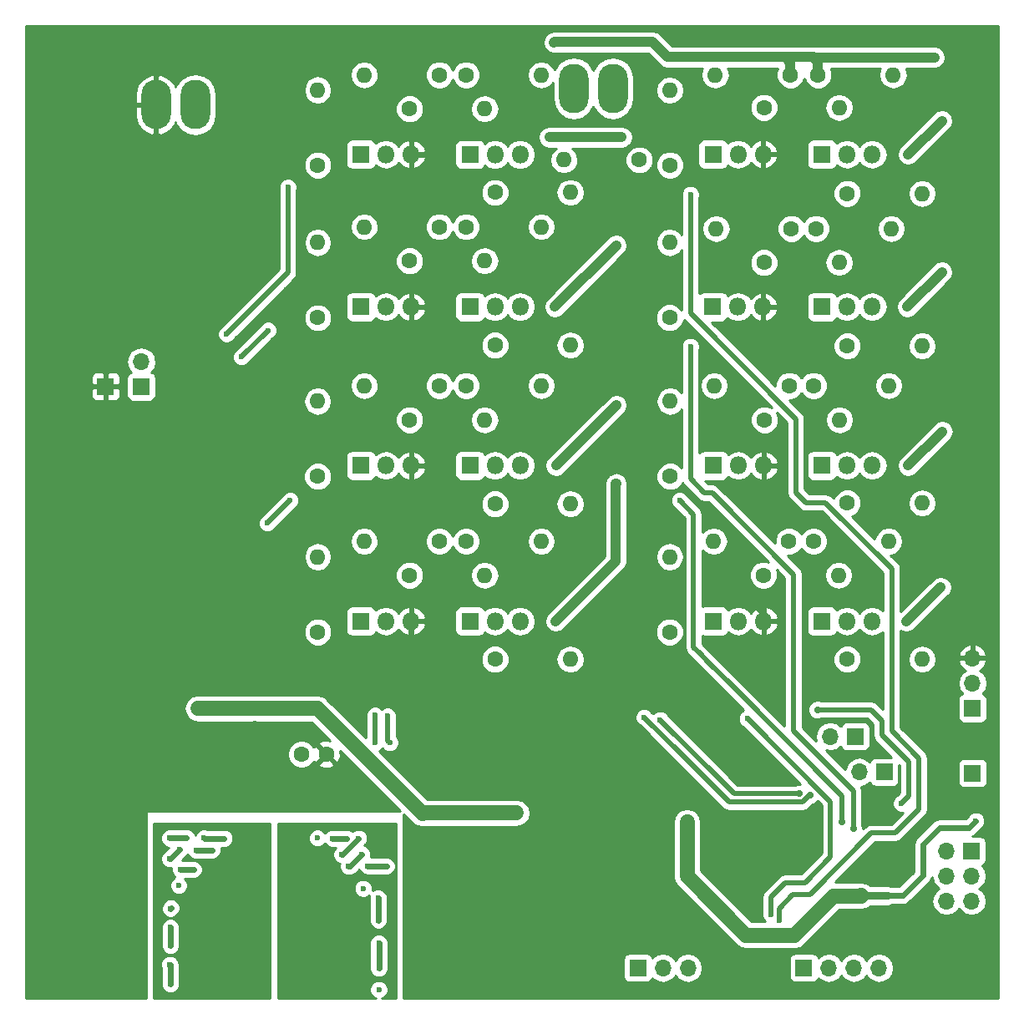
<source format=gbr>
G04 #@! TF.FileFunction,Copper,L2,Bot,Signal*
%FSLAX46Y46*%
G04 Gerber Fmt 4.6, Leading zero omitted, Abs format (unit mm)*
G04 Created by KiCad (PCBNEW 4.0.2-stable) date 03/10/2017 15:04:02*
%MOMM*%
G01*
G04 APERTURE LIST*
%ADD10C,0.100000*%
%ADD11R,1.700000X1.700000*%
%ADD12O,1.700000X1.700000*%
%ADD13O,2.999740X5.001260*%
%ADD14R,1.800000X1.800000*%
%ADD15O,1.800000X1.800000*%
%ADD16C,1.600000*%
%ADD17O,1.600000X1.600000*%
%ADD18C,0.600000*%
%ADD19C,0.700000*%
%ADD20C,0.600000*%
%ADD21C,1.500000*%
%ADD22C,0.550000*%
%ADD23C,0.800000*%
%ADD24C,1.000000*%
%ADD25C,0.254000*%
G04 APERTURE END LIST*
D10*
D11*
X167750000Y-126350000D03*
D12*
X165210000Y-126350000D03*
D11*
X164800000Y-122725000D03*
D12*
X162260000Y-122725000D03*
D13*
X140231200Y-57050000D03*
X136268800Y-57050000D03*
X99668800Y-142925000D03*
X103631200Y-142925000D03*
X108418800Y-142925000D03*
X112381200Y-142925000D03*
X93943800Y-58700000D03*
X97906200Y-58700000D03*
D11*
X176700000Y-119875000D03*
D12*
X176700000Y-117335000D03*
X176700000Y-114795000D03*
D11*
X159600000Y-146200000D03*
D12*
X162140000Y-146200000D03*
X164680000Y-146200000D03*
X167220000Y-146200000D03*
D11*
X88800000Y-87275000D03*
X176700000Y-126450000D03*
D14*
X150388320Y-63723520D03*
D15*
X152928320Y-63723520D03*
X155468320Y-63723520D03*
D14*
X150373080Y-79181960D03*
D15*
X152913080Y-79181960D03*
X155453080Y-79181960D03*
D14*
X150425000Y-95275000D03*
D15*
X152965000Y-95275000D03*
X155505000Y-95275000D03*
D14*
X150425000Y-111050000D03*
D15*
X152965000Y-111050000D03*
X155505000Y-111050000D03*
D14*
X114700000Y-63725000D03*
D15*
X117240000Y-63725000D03*
X119780000Y-63725000D03*
D14*
X161437320Y-63723520D03*
D15*
X163977320Y-63723520D03*
X166517320Y-63723520D03*
D14*
X161437320Y-79181960D03*
D15*
X163977320Y-79181960D03*
X166517320Y-79181960D03*
D14*
X161425000Y-95275000D03*
D15*
X163965000Y-95275000D03*
X166505000Y-95275000D03*
D14*
X161425000Y-111050000D03*
D15*
X163965000Y-111050000D03*
X166505000Y-111050000D03*
D14*
X125750000Y-63750000D03*
D15*
X128290000Y-63750000D03*
X130830000Y-63750000D03*
D14*
X114700000Y-79181960D03*
D15*
X117240000Y-79181960D03*
X119780000Y-79181960D03*
D14*
X114700000Y-95275000D03*
D15*
X117240000Y-95275000D03*
X119780000Y-95275000D03*
D14*
X114700000Y-111050000D03*
D15*
X117240000Y-111050000D03*
X119780000Y-111050000D03*
D14*
X125750000Y-79181960D03*
D15*
X128290000Y-79181960D03*
X130830000Y-79181960D03*
D14*
X125750000Y-95275000D03*
D15*
X128290000Y-95275000D03*
X130830000Y-95275000D03*
D14*
X125750000Y-111050000D03*
D15*
X128290000Y-111050000D03*
X130830000Y-111050000D03*
D16*
X146011900Y-64838580D03*
D17*
X146011900Y-57218580D03*
D16*
X145991580Y-80291940D03*
D17*
X145991580Y-72671940D03*
D16*
X146050000Y-96375000D03*
D17*
X146050000Y-88755000D03*
D16*
X146000000Y-112150000D03*
D17*
X146000000Y-104530000D03*
D16*
X110325000Y-64825000D03*
D17*
X110325000Y-57205000D03*
D16*
X158231840Y-55676800D03*
D17*
X150611840Y-55676800D03*
D16*
X158325000Y-71250000D03*
D17*
X150705000Y-71250000D03*
D16*
X158125000Y-87175000D03*
D17*
X150505000Y-87175000D03*
D16*
X158075000Y-102950000D03*
D17*
X150455000Y-102950000D03*
D16*
X122650000Y-55675000D03*
D17*
X115030000Y-55675000D03*
D16*
X155549600Y-58988960D03*
D17*
X163169600Y-58988960D03*
D16*
X155549600Y-74700000D03*
D17*
X163169600Y-74700000D03*
D16*
X155599600Y-90650000D03*
D17*
X163219600Y-90650000D03*
D16*
X155500000Y-106400000D03*
D17*
X163120000Y-106400000D03*
D16*
X119625000Y-59125000D03*
D17*
X127245000Y-59125000D03*
D16*
X161036000Y-55676800D03*
D17*
X168656000Y-55676800D03*
D16*
X160825000Y-71250000D03*
D17*
X168445000Y-71250000D03*
D16*
X160575000Y-87175000D03*
D17*
X168195000Y-87175000D03*
D16*
X160575000Y-102950000D03*
D17*
X168195000Y-102950000D03*
D16*
X125350000Y-55675000D03*
D17*
X132970000Y-55675000D03*
D16*
X163975000Y-67700000D03*
D17*
X171595000Y-67700000D03*
D16*
X163975000Y-83150000D03*
D17*
X171595000Y-83150000D03*
D16*
X163975000Y-99075000D03*
D17*
X171595000Y-99075000D03*
D16*
X163975000Y-114925000D03*
D17*
X171595000Y-114925000D03*
D16*
X128300000Y-67600000D03*
D17*
X135920000Y-67600000D03*
D16*
X110325000Y-80300000D03*
D17*
X110325000Y-72680000D03*
D16*
X110300000Y-96375000D03*
D17*
X110300000Y-88755000D03*
D16*
X110325000Y-112150000D03*
D17*
X110325000Y-104530000D03*
D16*
X122650000Y-71075000D03*
D17*
X115030000Y-71075000D03*
D16*
X122650000Y-87175000D03*
D17*
X115030000Y-87175000D03*
D16*
X122650000Y-102950000D03*
D17*
X115030000Y-102950000D03*
D16*
X119625000Y-74525000D03*
D17*
X127245000Y-74525000D03*
D16*
X119625000Y-90650000D03*
D17*
X127245000Y-90650000D03*
D16*
X119625000Y-106400000D03*
D17*
X127245000Y-106400000D03*
D16*
X125350000Y-71075000D03*
D17*
X132970000Y-71075000D03*
D16*
X125350000Y-87175000D03*
D17*
X132970000Y-87175000D03*
D16*
X125350000Y-102950000D03*
D17*
X132970000Y-102950000D03*
D16*
X128300000Y-83075000D03*
D17*
X135920000Y-83075000D03*
D16*
X128300000Y-99175000D03*
D17*
X135920000Y-99175000D03*
D16*
X128300000Y-114925000D03*
D17*
X135920000Y-114925000D03*
D11*
X92425000Y-87275000D03*
D12*
X92425000Y-84735000D03*
D16*
X108675000Y-124550000D03*
X111175000Y-124550000D03*
X142900000Y-64300000D03*
D17*
X135280000Y-64300000D03*
D11*
X142775000Y-146200000D03*
D12*
X145315000Y-146200000D03*
X147855000Y-146200000D03*
D11*
X176600000Y-134350000D03*
D12*
X174060000Y-134350000D03*
X176600000Y-136890000D03*
X174060000Y-136890000D03*
X176600000Y-139430000D03*
X174060000Y-139430000D03*
D18*
X95390000Y-147860000D03*
X95330000Y-145850000D03*
X95390000Y-143950000D03*
X95390000Y-142100000D03*
X95390000Y-140200000D03*
X95340000Y-133050000D03*
X96220000Y-137850000D03*
X97730000Y-136220000D03*
X96390000Y-136230000D03*
X95340000Y-135150000D03*
X96350000Y-134200000D03*
X97980000Y-134250000D03*
X99620000Y-134260000D03*
X100840000Y-133060000D03*
X98800000Y-133030000D03*
X97030000Y-133050000D03*
X116430000Y-139100000D03*
X116510000Y-148400000D03*
X116510000Y-146230000D03*
X116510000Y-143710000D03*
X116470000Y-141390000D03*
X110280000Y-133040000D03*
X114920000Y-138140000D03*
X117290000Y-135880000D03*
X115380000Y-135860000D03*
X113450000Y-135900000D03*
X114790000Y-134680000D03*
X112740000Y-134720000D03*
X114460000Y-133060000D03*
X113240000Y-133080000D03*
X111800000Y-133080000D03*
X177025000Y-131300000D03*
D19*
X147750000Y-131400000D03*
D18*
X168075000Y-138875000D03*
X166875000Y-138875000D03*
X124225000Y-130487500D03*
X127125000Y-130487500D03*
X130475000Y-130500000D03*
X117975000Y-127600000D03*
X119337500Y-128962500D03*
X120925000Y-130550000D03*
X108225000Y-119900000D03*
X105650000Y-119900000D03*
X102850000Y-119900000D03*
X100575000Y-119900000D03*
X98150000Y-119900000D03*
X169475000Y-129525000D03*
D19*
X161000000Y-120025000D03*
X165400000Y-138875000D03*
X167925000Y-135500000D03*
D18*
X166870000Y-131310000D03*
X115395000Y-118305000D03*
X113830000Y-119870000D03*
X133120000Y-59540000D03*
X130360000Y-60340000D03*
X152500000Y-107340000D03*
X151460000Y-107340000D03*
X101070000Y-79370000D03*
D19*
X98575000Y-87725000D03*
D18*
X102460000Y-82540000D03*
X157460000Y-132120000D03*
X160830000Y-130390000D03*
X165050000Y-142300000D03*
X138500000Y-142150000D03*
X147970000Y-143700000D03*
X163720000Y-141470000D03*
X157980000Y-126970000D03*
X139180000Y-123290000D03*
X151200000Y-125010000D03*
X163340000Y-124890000D03*
X133930000Y-126530000D03*
X140620000Y-126550000D03*
X143250000Y-108825000D03*
X111010000Y-102070000D03*
D19*
X119775000Y-98025000D03*
D18*
X116450000Y-107410000D03*
X103980000Y-111760000D03*
X107325000Y-108850000D03*
X104000000Y-108860000D03*
X102690000Y-115260000D03*
X158940000Y-135980000D03*
X158950000Y-133060000D03*
X158110000Y-134275000D03*
X156120000Y-135075000D03*
X155990000Y-133430000D03*
X157085000Y-134345000D03*
X156230000Y-132060000D03*
X155140000Y-132120000D03*
X154580000Y-132650000D03*
X155860000Y-137140000D03*
X154950000Y-136260000D03*
X154610000Y-135075000D03*
X107125000Y-77500000D03*
X143275000Y-61500000D03*
X143150000Y-76975000D03*
X143200000Y-93100000D03*
X106950000Y-93050000D03*
X107025000Y-61550000D03*
X138625000Y-135075000D03*
D19*
X103975000Y-121525000D03*
X144425000Y-133675000D03*
X144300000Y-136525000D03*
X149750000Y-135075000D03*
X101275000Y-59875000D03*
X101250000Y-70375000D03*
X85950000Y-79400000D03*
X111175000Y-127075000D03*
X109100000Y-126975000D03*
X98075000Y-123325000D03*
X150175000Y-133075000D03*
X165450000Y-135150000D03*
X119775000Y-81925000D03*
X119775000Y-66475000D03*
X155500000Y-113800000D03*
X155500000Y-98025000D03*
X155450000Y-81925000D03*
X155475000Y-66475000D03*
X134275000Y-52375000D03*
D18*
X145800000Y-53875000D03*
X141125000Y-61975000D03*
X133800000Y-62000000D03*
X140575000Y-97100000D03*
D19*
X134450000Y-111050000D03*
X134475000Y-95275000D03*
D18*
X140600000Y-89150000D03*
D19*
X134350000Y-79175000D03*
D18*
X140575000Y-72950000D03*
D19*
X172850000Y-53900000D03*
X173575000Y-60325000D03*
X170175000Y-63725000D03*
X170175000Y-95275000D03*
X173625000Y-91825000D03*
X173475000Y-107625000D03*
X170000000Y-111075000D03*
X173575000Y-75675000D03*
X170075000Y-79175000D03*
X159100000Y-128550000D03*
D18*
X145025000Y-121050000D03*
X107525000Y-98800000D03*
X105200000Y-101125000D03*
X143400000Y-120800000D03*
D19*
X160200000Y-128675000D03*
X163475000Y-131425000D03*
D18*
X147000000Y-98800000D03*
D19*
X164600000Y-132100000D03*
D18*
X148100000Y-83200000D03*
X148100000Y-67800000D03*
X157075000Y-141400000D03*
X156275000Y-140775000D03*
X153875000Y-120925000D03*
X117400000Y-120650000D03*
X117625000Y-123375000D03*
X105300000Y-81575000D03*
X102575000Y-84275000D03*
X101075000Y-81950000D03*
X107300000Y-67075000D03*
X116150000Y-123325000D03*
X116125000Y-120575000D03*
D20*
X95440000Y-140090000D02*
X95440000Y-140150000D01*
X95390000Y-145910000D02*
X95390000Y-147860000D01*
X95330000Y-145850000D02*
X95390000Y-145910000D01*
X95390000Y-142100000D02*
X95390000Y-143950000D01*
X95440000Y-140150000D02*
X95390000Y-140200000D01*
X96400000Y-136220000D02*
X97730000Y-136220000D01*
X96390000Y-136230000D02*
X96400000Y-136220000D01*
X95400000Y-135150000D02*
X95340000Y-135150000D01*
X96350000Y-134200000D02*
X95400000Y-135150000D01*
X99610000Y-134250000D02*
X97980000Y-134250000D01*
X99620000Y-134260000D02*
X99610000Y-134250000D01*
X98830000Y-133060000D02*
X100840000Y-133060000D01*
X98800000Y-133030000D02*
X98830000Y-133060000D01*
X97030000Y-133050000D02*
X95340000Y-133050000D01*
X116510000Y-143710000D02*
X116510000Y-146230000D01*
X116470000Y-139140000D02*
X116470000Y-141390000D01*
X116470000Y-139140000D02*
X116430000Y-139100000D01*
X115400000Y-135880000D02*
X117290000Y-135880000D01*
X115380000Y-135860000D02*
X115400000Y-135880000D01*
X113570000Y-135900000D02*
X113450000Y-135900000D01*
X114790000Y-134680000D02*
X113570000Y-135900000D01*
X112800000Y-134720000D02*
X112740000Y-134720000D01*
X114460000Y-133060000D02*
X112800000Y-134720000D01*
X111800000Y-133080000D02*
X113240000Y-133080000D01*
X168075000Y-138875000D02*
X169600000Y-138875000D01*
X176350000Y-131975000D02*
X177025000Y-131300000D01*
X173375000Y-131975000D02*
X176350000Y-131975000D01*
X171650000Y-133700000D02*
X173375000Y-131975000D01*
X171650000Y-136825000D02*
X171650000Y-133700000D01*
X169600000Y-138875000D02*
X171650000Y-136825000D01*
X177025000Y-131300000D02*
X177025000Y-131325000D01*
D21*
X162600000Y-138900000D02*
X162600000Y-138925000D01*
X165375000Y-138900000D02*
X162600000Y-138900000D01*
X165400000Y-138875000D02*
X165375000Y-138900000D01*
X147750000Y-136925000D02*
X147750000Y-131400000D01*
X153700000Y-142875000D02*
X147750000Y-136925000D01*
X158650000Y-142875000D02*
X153700000Y-142875000D01*
X162600000Y-138925000D02*
X158650000Y-142875000D01*
X120862500Y-130487500D02*
X124225000Y-130487500D01*
X124225000Y-130487500D02*
X127125000Y-130487500D01*
X127125000Y-130487500D02*
X130462500Y-130487500D01*
X130462500Y-130487500D02*
X130475000Y-130500000D01*
X117550000Y-127175000D02*
X117975000Y-127600000D01*
X117975000Y-127600000D02*
X119337500Y-128962500D01*
X119337500Y-128962500D02*
X120862500Y-130487500D01*
X120862500Y-130487500D02*
X120925000Y-130550000D01*
X110275000Y-119900000D02*
X108225000Y-119900000D01*
X108225000Y-119900000D02*
X105650000Y-119900000D01*
X105650000Y-119900000D02*
X102850000Y-119900000D01*
X102850000Y-119900000D02*
X100575000Y-119900000D01*
X100575000Y-119900000D02*
X98150000Y-119900000D01*
D22*
X161000000Y-120025000D02*
X166400000Y-120025000D01*
X170200000Y-128800000D02*
X169475000Y-129525000D01*
X170200000Y-125275000D02*
X170200000Y-128800000D01*
X167525000Y-122600000D02*
X170200000Y-125275000D01*
X167525000Y-121150000D02*
X167525000Y-122600000D01*
X166400000Y-120025000D02*
X167525000Y-121150000D01*
D23*
X165400000Y-138875000D02*
X166875000Y-138875000D01*
X166875000Y-138875000D02*
X168075000Y-138875000D01*
D21*
X110275000Y-119900000D02*
X117550000Y-127175000D01*
D20*
X119780000Y-111050000D02*
X119780000Y-113920000D01*
X119780000Y-113920000D02*
X115395000Y-118305000D01*
X115395000Y-118305000D02*
X115305000Y-118395000D01*
X115305000Y-118395000D02*
X113830000Y-119870000D01*
X121535000Y-63725000D02*
X123830000Y-61430000D01*
X123830000Y-61430000D02*
X131230000Y-61430000D01*
X131230000Y-61430000D02*
X133120000Y-59540000D01*
X119780000Y-63725000D02*
X121535000Y-63725000D01*
X152520000Y-107340000D02*
X152500000Y-107340000D01*
X152520000Y-107340000D02*
X155505000Y-110325000D01*
X155505000Y-111050000D02*
X155505000Y-110325000D01*
X98575000Y-81865000D02*
X101070000Y-79370000D01*
X98575000Y-87725000D02*
X98575000Y-81865000D01*
X157460000Y-132120000D02*
X159100000Y-132120000D01*
X159100000Y-132120000D02*
X160830000Y-130390000D01*
X149530000Y-143700000D02*
X152670000Y-146840000D01*
X152670000Y-146840000D02*
X155490000Y-146840000D01*
X155490000Y-146840000D02*
X157160000Y-148510000D01*
X157160000Y-148510000D02*
X169440000Y-148510000D01*
X169440000Y-148510000D02*
X170800000Y-147150000D01*
X170800000Y-147150000D02*
X170800000Y-144320000D01*
X170800000Y-144320000D02*
X168780000Y-142300000D01*
X168780000Y-142300000D02*
X165050000Y-142300000D01*
X138500000Y-142150000D02*
X138500000Y-142810000D01*
X139390000Y-143700000D02*
X147970000Y-143700000D01*
X138500000Y-142810000D02*
X139390000Y-143700000D01*
X147970000Y-143700000D02*
X149530000Y-143700000D01*
X156020000Y-125010000D02*
X157980000Y-126970000D01*
X151200000Y-125010000D02*
X156020000Y-125010000D01*
X133930000Y-126530000D02*
X140600000Y-126530000D01*
X139180000Y-124390000D02*
X137040000Y-126530000D01*
X137040000Y-126530000D02*
X133930000Y-126530000D01*
X139180000Y-123290000D02*
X139180000Y-124390000D01*
X140600000Y-126530000D02*
X140620000Y-126550000D01*
X143250000Y-114540000D02*
X139180000Y-118610000D01*
X139180000Y-118610000D02*
X139180000Y-123290000D01*
X143250000Y-108825000D02*
X143250000Y-114540000D01*
X115055000Y-98025000D02*
X111010000Y-102070000D01*
X119775000Y-98025000D02*
X115055000Y-98025000D01*
X103980000Y-111760000D02*
X103980000Y-113970000D01*
X107325000Y-108850000D02*
X104010000Y-108850000D01*
X104010000Y-108850000D02*
X104000000Y-108860000D01*
X103980000Y-113970000D02*
X102690000Y-115260000D01*
X158940000Y-135980000D02*
X158950000Y-135980000D01*
X158110000Y-134275000D02*
X158110000Y-134280000D01*
X156120000Y-135075000D02*
X156120000Y-135080000D01*
X157085000Y-134345000D02*
X157080000Y-134350000D01*
X154610000Y-135075000D02*
X154610000Y-135070000D01*
D24*
X142375000Y-52350000D02*
X144275000Y-52350000D01*
X134275000Y-52375000D02*
X134300000Y-52350000D01*
X134300000Y-52350000D02*
X142375000Y-52350000D01*
X144275000Y-52350000D02*
X145800000Y-53875000D01*
X141100000Y-62000000D02*
X133800000Y-62000000D01*
X141100000Y-62000000D02*
X141125000Y-61975000D01*
X140550000Y-104950000D02*
X134450000Y-111050000D01*
X140550000Y-97125000D02*
X140550000Y-104950000D01*
X140550000Y-97125000D02*
X140575000Y-97100000D01*
X140600000Y-89150000D02*
X134475000Y-95275000D01*
X140575000Y-72950000D02*
X134350000Y-79175000D01*
X158231840Y-55676800D02*
X158231840Y-54406840D01*
X158231840Y-54406840D02*
X157700000Y-53875000D01*
X161036000Y-55676800D02*
X161036000Y-54361000D01*
X161036000Y-54361000D02*
X160575000Y-53900000D01*
X172850000Y-53900000D02*
X160575000Y-53900000D01*
X160575000Y-53900000D02*
X160550000Y-53875000D01*
X160550000Y-53875000D02*
X157700000Y-53875000D01*
X157700000Y-53875000D02*
X145800000Y-53875000D01*
X170175000Y-63725000D02*
X173575000Y-60325000D01*
X170175000Y-95275000D02*
X173625000Y-91825000D01*
X173450000Y-107625000D02*
X173475000Y-107625000D01*
X170000000Y-111075000D02*
X173450000Y-107625000D01*
X170075000Y-79175000D02*
X173575000Y-75675000D01*
D22*
X151250000Y-127275000D02*
X145025000Y-121050000D01*
X152525000Y-128550000D02*
X151250000Y-127275000D01*
X159100000Y-128550000D02*
X152525000Y-128550000D01*
X105200000Y-101125000D02*
X107525000Y-98800000D01*
X147175000Y-124575000D02*
X143400000Y-120800000D01*
X160200000Y-128675000D02*
X160175000Y-128675000D01*
X152000000Y-129400000D02*
X150550000Y-127950000D01*
X159450000Y-129400000D02*
X152000000Y-129400000D01*
X160175000Y-128675000D02*
X159450000Y-129400000D01*
X150550000Y-127950000D02*
X147175000Y-124575000D01*
X163475000Y-131425000D02*
X163475000Y-128750000D01*
X148425000Y-100225000D02*
X147000000Y-98800000D01*
X148425000Y-113700000D02*
X148425000Y-100225000D01*
X149025000Y-114300000D02*
X148425000Y-113700000D01*
X149925000Y-115200000D02*
X149025000Y-114300000D01*
X152350000Y-117625000D02*
X149925000Y-115200000D01*
X163475000Y-128750000D02*
X152350000Y-117625000D01*
X148100000Y-83200000D02*
X148100000Y-86750000D01*
X158550000Y-106300000D02*
X150300000Y-98050000D01*
X150300000Y-98050000D02*
X149525000Y-98050000D01*
X149525000Y-98050000D02*
X148100000Y-96625000D01*
X148100000Y-96625000D02*
X148100000Y-86750000D01*
X164600000Y-132100000D02*
X164600000Y-128225000D01*
X158550000Y-122175000D02*
X158550000Y-114350000D01*
X164600000Y-128225000D02*
X158550000Y-122175000D01*
X158550000Y-114350000D02*
X158550000Y-106300000D01*
X168850000Y-132525000D02*
X166450000Y-132525000D01*
X148100000Y-79875000D02*
X158775000Y-90550000D01*
X158775000Y-90550000D02*
X158775000Y-98000000D01*
X168500000Y-107725000D02*
X168500000Y-122175000D01*
X168500000Y-122175000D02*
X171275000Y-124950000D01*
X171275000Y-124950000D02*
X171275000Y-130100000D01*
X171275000Y-130100000D02*
X168850000Y-132525000D01*
X148100000Y-67800000D02*
X148100000Y-74300000D01*
X148100000Y-74300000D02*
X148100000Y-79875000D01*
X159800000Y-99025000D02*
X158775000Y-98000000D01*
X161775000Y-99025000D02*
X159800000Y-99025000D01*
X168500000Y-105750000D02*
X161775000Y-99025000D01*
X168500000Y-107725000D02*
X168500000Y-105750000D01*
X157075000Y-140200000D02*
X157075000Y-141400000D01*
X158500000Y-138775000D02*
X157075000Y-140200000D01*
X160200000Y-138775000D02*
X158500000Y-138775000D01*
X166450000Y-132525000D02*
X160200000Y-138775000D01*
X162300000Y-134925000D02*
X162300000Y-134950000D01*
X162300000Y-134950000D02*
X159700000Y-137550000D01*
X156275000Y-139000000D02*
X156275000Y-140775000D01*
X157725000Y-137550000D02*
X156275000Y-139000000D01*
X159700000Y-137550000D02*
X157725000Y-137550000D01*
X162300000Y-129350000D02*
X153875000Y-120925000D01*
X162300000Y-134925000D02*
X162300000Y-129350000D01*
X117625000Y-123375000D02*
X117400000Y-123150000D01*
X117400000Y-120650000D02*
X117400000Y-123150000D01*
X105275000Y-81575000D02*
X105300000Y-81575000D01*
X102575000Y-84275000D02*
X105275000Y-81575000D01*
X107300000Y-75725000D02*
X107300000Y-67075000D01*
X101075000Y-81950000D02*
X107300000Y-75725000D01*
X116125000Y-120575000D02*
X116125000Y-123300000D01*
X116150000Y-123325000D02*
X116125000Y-123300000D01*
D25*
G36*
X179290000Y-149290000D02*
X119027000Y-149290000D01*
X119027000Y-145350000D01*
X141277560Y-145350000D01*
X141277560Y-147050000D01*
X141321838Y-147285317D01*
X141460910Y-147501441D01*
X141673110Y-147646431D01*
X141925000Y-147697440D01*
X143625000Y-147697440D01*
X143860317Y-147653162D01*
X144076441Y-147514090D01*
X144221431Y-147301890D01*
X144235086Y-147234459D01*
X144264946Y-147279147D01*
X144746715Y-147601054D01*
X145315000Y-147714093D01*
X145883285Y-147601054D01*
X146365054Y-147279147D01*
X146585000Y-146949974D01*
X146804946Y-147279147D01*
X147286715Y-147601054D01*
X147855000Y-147714093D01*
X148423285Y-147601054D01*
X148905054Y-147279147D01*
X149226961Y-146797378D01*
X149340000Y-146229093D01*
X149340000Y-146170907D01*
X149226961Y-145602622D01*
X149058165Y-145350000D01*
X158102560Y-145350000D01*
X158102560Y-147050000D01*
X158146838Y-147285317D01*
X158285910Y-147501441D01*
X158498110Y-147646431D01*
X158750000Y-147697440D01*
X160450000Y-147697440D01*
X160685317Y-147653162D01*
X160901441Y-147514090D01*
X161046431Y-147301890D01*
X161060086Y-147234459D01*
X161089946Y-147279147D01*
X161571715Y-147601054D01*
X162140000Y-147714093D01*
X162708285Y-147601054D01*
X163190054Y-147279147D01*
X163410000Y-146949974D01*
X163629946Y-147279147D01*
X164111715Y-147601054D01*
X164680000Y-147714093D01*
X165248285Y-147601054D01*
X165730054Y-147279147D01*
X165950000Y-146949974D01*
X166169946Y-147279147D01*
X166651715Y-147601054D01*
X167220000Y-147714093D01*
X167788285Y-147601054D01*
X168270054Y-147279147D01*
X168591961Y-146797378D01*
X168705000Y-146229093D01*
X168705000Y-146170907D01*
X168591961Y-145602622D01*
X168270054Y-145120853D01*
X167788285Y-144798946D01*
X167220000Y-144685907D01*
X166651715Y-144798946D01*
X166169946Y-145120853D01*
X165950000Y-145450026D01*
X165730054Y-145120853D01*
X165248285Y-144798946D01*
X164680000Y-144685907D01*
X164111715Y-144798946D01*
X163629946Y-145120853D01*
X163410000Y-145450026D01*
X163190054Y-145120853D01*
X162708285Y-144798946D01*
X162140000Y-144685907D01*
X161571715Y-144798946D01*
X161089946Y-145120853D01*
X161062150Y-145162452D01*
X161053162Y-145114683D01*
X160914090Y-144898559D01*
X160701890Y-144753569D01*
X160450000Y-144702560D01*
X158750000Y-144702560D01*
X158514683Y-144746838D01*
X158298559Y-144885910D01*
X158153569Y-145098110D01*
X158102560Y-145350000D01*
X149058165Y-145350000D01*
X148905054Y-145120853D01*
X148423285Y-144798946D01*
X147855000Y-144685907D01*
X147286715Y-144798946D01*
X146804946Y-145120853D01*
X146585000Y-145450026D01*
X146365054Y-145120853D01*
X145883285Y-144798946D01*
X145315000Y-144685907D01*
X144746715Y-144798946D01*
X144264946Y-145120853D01*
X144237150Y-145162452D01*
X144228162Y-145114683D01*
X144089090Y-144898559D01*
X143876890Y-144753569D01*
X143625000Y-144702560D01*
X141925000Y-144702560D01*
X141689683Y-144746838D01*
X141473559Y-144885910D01*
X141328569Y-145098110D01*
X141277560Y-145350000D01*
X119027000Y-145350000D01*
X119027000Y-130610686D01*
X119945657Y-131529343D01*
X120394984Y-131829573D01*
X120925000Y-131935000D01*
X121239208Y-131872500D01*
X130412158Y-131872500D01*
X130475000Y-131885000D01*
X131005016Y-131779574D01*
X131454343Y-131479343D01*
X131754574Y-131030016D01*
X131860000Y-130500000D01*
X131754574Y-129969984D01*
X131454343Y-129520657D01*
X131441843Y-129508157D01*
X131364582Y-129456533D01*
X130992517Y-129207927D01*
X130462500Y-129102500D01*
X121436186Y-129102500D01*
X116518214Y-124184528D01*
X116678943Y-124118117D01*
X116862633Y-123934747D01*
X117094673Y-124167192D01*
X117438201Y-124309838D01*
X117810167Y-124310162D01*
X118153943Y-124168117D01*
X118417192Y-123905327D01*
X118559838Y-123561799D01*
X118560162Y-123189833D01*
X118418117Y-122846057D01*
X118310000Y-122737751D01*
X118310000Y-120985167D01*
X142464838Y-120985167D01*
X142606883Y-121328943D01*
X142869673Y-121592192D01*
X142930527Y-121617461D01*
X151356533Y-130043467D01*
X151651758Y-130240730D01*
X152000000Y-130310000D01*
X159450000Y-130310000D01*
X159798242Y-130240730D01*
X160093467Y-130043467D01*
X160534288Y-129602646D01*
X160757229Y-129510529D01*
X160965593Y-129302527D01*
X161390000Y-129726934D01*
X161390000Y-134573066D01*
X159323066Y-136640000D01*
X157725000Y-136640000D01*
X157376758Y-136709270D01*
X157119529Y-136881145D01*
X157081533Y-136906533D01*
X155631533Y-138356533D01*
X155434270Y-138651758D01*
X155365000Y-139000000D01*
X155365000Y-140528385D01*
X155340162Y-140588201D01*
X155339838Y-140960167D01*
X155481883Y-141303943D01*
X155667616Y-141490000D01*
X154273686Y-141490000D01*
X149135000Y-136351314D01*
X149135000Y-131400000D01*
X149029573Y-130869983D01*
X148729343Y-130420657D01*
X148280017Y-130120427D01*
X147750000Y-130015000D01*
X147219983Y-130120427D01*
X146770657Y-130420657D01*
X146470427Y-130869983D01*
X146365000Y-131400000D01*
X146365000Y-136925000D01*
X146470427Y-137455017D01*
X146609531Y-137663201D01*
X146770657Y-137904343D01*
X152720657Y-143854343D01*
X153169984Y-144154574D01*
X153700000Y-144260000D01*
X158650000Y-144260000D01*
X159180017Y-144154573D01*
X159629343Y-143854343D01*
X163198686Y-140285000D01*
X165375000Y-140285000D01*
X165905017Y-140179573D01*
X166308462Y-139910000D01*
X168075000Y-139910000D01*
X168471077Y-139831215D01*
X168502828Y-139810000D01*
X169600000Y-139810000D01*
X169957809Y-139738827D01*
X170261145Y-139536145D01*
X172311145Y-137486145D01*
X172513827Y-137182809D01*
X172558989Y-136955767D01*
X172658946Y-137458285D01*
X172980853Y-137940054D01*
X173310026Y-138160000D01*
X172980853Y-138379946D01*
X172658946Y-138861715D01*
X172545907Y-139430000D01*
X172658946Y-139998285D01*
X172980853Y-140480054D01*
X173462622Y-140801961D01*
X174030907Y-140915000D01*
X174089093Y-140915000D01*
X174657378Y-140801961D01*
X175139147Y-140480054D01*
X175330000Y-140194422D01*
X175520853Y-140480054D01*
X176002622Y-140801961D01*
X176570907Y-140915000D01*
X176629093Y-140915000D01*
X177197378Y-140801961D01*
X177679147Y-140480054D01*
X178001054Y-139998285D01*
X178114093Y-139430000D01*
X178001054Y-138861715D01*
X177679147Y-138379946D01*
X177349974Y-138160000D01*
X177679147Y-137940054D01*
X178001054Y-137458285D01*
X178114093Y-136890000D01*
X178001054Y-136321715D01*
X177679147Y-135839946D01*
X177637548Y-135812150D01*
X177685317Y-135803162D01*
X177901441Y-135664090D01*
X178046431Y-135451890D01*
X178097440Y-135200000D01*
X178097440Y-133500000D01*
X178053162Y-133264683D01*
X177914090Y-133048559D01*
X177701890Y-132903569D01*
X177450000Y-132852560D01*
X176638769Y-132852560D01*
X176707809Y-132838827D01*
X177011145Y-132636145D01*
X177610804Y-132036486D01*
X177686145Y-131986145D01*
X177736309Y-131911069D01*
X177817192Y-131830327D01*
X177861407Y-131723846D01*
X177888827Y-131682809D01*
X177898371Y-131634826D01*
X177959838Y-131486799D01*
X177959979Y-131325106D01*
X177960000Y-131325000D01*
X177960000Y-131300816D01*
X177960162Y-131114833D01*
X177818117Y-130771057D01*
X177555327Y-130507808D01*
X177211799Y-130365162D01*
X176839833Y-130364838D01*
X176496057Y-130506883D01*
X176232808Y-130769673D01*
X176232645Y-130770065D01*
X175962710Y-131040000D01*
X173375000Y-131040000D01*
X173017191Y-131111173D01*
X172713855Y-131313855D01*
X170988855Y-133038855D01*
X170786173Y-133342191D01*
X170715000Y-133700000D01*
X170715000Y-136437710D01*
X169212710Y-137940000D01*
X168502828Y-137940000D01*
X168471077Y-137918785D01*
X168075000Y-137840000D01*
X166296046Y-137840000D01*
X165930016Y-137595427D01*
X165400000Y-137490000D01*
X165274317Y-137515000D01*
X162746934Y-137515000D01*
X166826934Y-133435000D01*
X168850000Y-133435000D01*
X169198242Y-133365730D01*
X169493467Y-133168467D01*
X171918467Y-130743467D01*
X172115730Y-130448242D01*
X172185000Y-130100000D01*
X172185000Y-125600000D01*
X175202560Y-125600000D01*
X175202560Y-127300000D01*
X175246838Y-127535317D01*
X175385910Y-127751441D01*
X175598110Y-127896431D01*
X175850000Y-127947440D01*
X177550000Y-127947440D01*
X177785317Y-127903162D01*
X178001441Y-127764090D01*
X178146431Y-127551890D01*
X178197440Y-127300000D01*
X178197440Y-125600000D01*
X178153162Y-125364683D01*
X178014090Y-125148559D01*
X177801890Y-125003569D01*
X177550000Y-124952560D01*
X175850000Y-124952560D01*
X175614683Y-124996838D01*
X175398559Y-125135910D01*
X175253569Y-125348110D01*
X175202560Y-125600000D01*
X172185000Y-125600000D01*
X172185000Y-124950000D01*
X172115730Y-124601758D01*
X171918467Y-124306533D01*
X169410000Y-121798066D01*
X169410000Y-117335000D01*
X175185907Y-117335000D01*
X175298946Y-117903285D01*
X175620853Y-118385054D01*
X175662452Y-118412850D01*
X175614683Y-118421838D01*
X175398559Y-118560910D01*
X175253569Y-118773110D01*
X175202560Y-119025000D01*
X175202560Y-120725000D01*
X175246838Y-120960317D01*
X175385910Y-121176441D01*
X175598110Y-121321431D01*
X175850000Y-121372440D01*
X177550000Y-121372440D01*
X177785317Y-121328162D01*
X178001441Y-121189090D01*
X178146431Y-120976890D01*
X178197440Y-120725000D01*
X178197440Y-119025000D01*
X178153162Y-118789683D01*
X178014090Y-118573559D01*
X177801890Y-118428569D01*
X177734459Y-118414914D01*
X177779147Y-118385054D01*
X178101054Y-117903285D01*
X178214093Y-117335000D01*
X178101054Y-116766715D01*
X177779147Y-116284946D01*
X177438447Y-116057298D01*
X177581358Y-115990183D01*
X177971645Y-115561924D01*
X178141476Y-115151890D01*
X178020155Y-114922000D01*
X176827000Y-114922000D01*
X176827000Y-114942000D01*
X176573000Y-114942000D01*
X176573000Y-114922000D01*
X175379845Y-114922000D01*
X175258524Y-115151890D01*
X175428355Y-115561924D01*
X175818642Y-115990183D01*
X175961553Y-116057298D01*
X175620853Y-116284946D01*
X175298946Y-116766715D01*
X175185907Y-117335000D01*
X169410000Y-117335000D01*
X169410000Y-114925000D01*
X170131887Y-114925000D01*
X170241120Y-115474151D01*
X170552189Y-115939698D01*
X171017736Y-116250767D01*
X171566887Y-116360000D01*
X171623113Y-116360000D01*
X172172264Y-116250767D01*
X172637811Y-115939698D01*
X172948880Y-115474151D01*
X173058113Y-114925000D01*
X172961265Y-114438110D01*
X175258524Y-114438110D01*
X175379845Y-114668000D01*
X176573000Y-114668000D01*
X176573000Y-113474181D01*
X176827000Y-113474181D01*
X176827000Y-114668000D01*
X178020155Y-114668000D01*
X178141476Y-114438110D01*
X177971645Y-114028076D01*
X177581358Y-113599817D01*
X177056892Y-113353514D01*
X176827000Y-113474181D01*
X176573000Y-113474181D01*
X176343108Y-113353514D01*
X175818642Y-113599817D01*
X175428355Y-114028076D01*
X175258524Y-114438110D01*
X172961265Y-114438110D01*
X172948880Y-114375849D01*
X172637811Y-113910302D01*
X172172264Y-113599233D01*
X171623113Y-113490000D01*
X171566887Y-113490000D01*
X171017736Y-113599233D01*
X170552189Y-113910302D01*
X170241120Y-114375849D01*
X170131887Y-114925000D01*
X169410000Y-114925000D01*
X169410000Y-112019598D01*
X169565655Y-112123603D01*
X170000000Y-112210000D01*
X170434345Y-112123603D01*
X170802566Y-111877566D01*
X174202224Y-108477908D01*
X174277566Y-108427566D01*
X174523603Y-108059346D01*
X174610000Y-107625000D01*
X174523603Y-107190654D01*
X174277566Y-106822434D01*
X173909346Y-106576397D01*
X173475000Y-106490000D01*
X173450000Y-106490000D01*
X173015654Y-106576397D01*
X172850588Y-106686691D01*
X172647434Y-106822434D01*
X169410000Y-110059868D01*
X169410000Y-105750000D01*
X169340730Y-105401758D01*
X169143467Y-105106533D01*
X168388947Y-104352013D01*
X168772264Y-104275767D01*
X169237811Y-103964698D01*
X169548880Y-103499151D01*
X169658113Y-102950000D01*
X169548880Y-102400849D01*
X169237811Y-101935302D01*
X168772264Y-101624233D01*
X168223113Y-101515000D01*
X168166887Y-101515000D01*
X167617736Y-101624233D01*
X167152189Y-101935302D01*
X166841120Y-102400849D01*
X166774202Y-102737268D01*
X164462978Y-100426044D01*
X164786800Y-100292243D01*
X165190824Y-99888923D01*
X165409750Y-99361691D01*
X165410000Y-99075000D01*
X170131887Y-99075000D01*
X170241120Y-99624151D01*
X170552189Y-100089698D01*
X171017736Y-100400767D01*
X171566887Y-100510000D01*
X171623113Y-100510000D01*
X172172264Y-100400767D01*
X172637811Y-100089698D01*
X172948880Y-99624151D01*
X173058113Y-99075000D01*
X172948880Y-98525849D01*
X172637811Y-98060302D01*
X172172264Y-97749233D01*
X171623113Y-97640000D01*
X171566887Y-97640000D01*
X171017736Y-97749233D01*
X170552189Y-98060302D01*
X170241120Y-98525849D01*
X170131887Y-99075000D01*
X165410000Y-99075000D01*
X165410248Y-98790813D01*
X165192243Y-98263200D01*
X164788923Y-97859176D01*
X164261691Y-97640250D01*
X163690813Y-97639752D01*
X163163200Y-97857757D01*
X162759176Y-98261077D01*
X162623868Y-98586934D01*
X162418467Y-98381533D01*
X162123242Y-98184270D01*
X161775000Y-98115000D01*
X160176934Y-98115000D01*
X159685000Y-97623066D01*
X159685000Y-94375000D01*
X159877560Y-94375000D01*
X159877560Y-96175000D01*
X159921838Y-96410317D01*
X160060910Y-96626441D01*
X160273110Y-96771431D01*
X160525000Y-96822440D01*
X162325000Y-96822440D01*
X162560317Y-96778162D01*
X162776441Y-96639090D01*
X162921431Y-96426890D01*
X162924719Y-96410656D01*
X163347509Y-96693155D01*
X163934928Y-96810000D01*
X163995072Y-96810000D01*
X164582491Y-96693155D01*
X165080481Y-96360409D01*
X165235000Y-96129155D01*
X165389519Y-96360409D01*
X165887509Y-96693155D01*
X166474928Y-96810000D01*
X166535072Y-96810000D01*
X167122491Y-96693155D01*
X167620481Y-96360409D01*
X167953227Y-95862419D01*
X168070072Y-95275000D01*
X169040000Y-95275000D01*
X169126397Y-95709345D01*
X169372434Y-96077566D01*
X169740655Y-96323603D01*
X170175000Y-96410000D01*
X170609345Y-96323603D01*
X170977566Y-96077566D01*
X174427566Y-92627566D01*
X174673603Y-92259345D01*
X174760000Y-91825000D01*
X174673603Y-91390655D01*
X174427566Y-91022434D01*
X174059345Y-90776397D01*
X173625000Y-90690000D01*
X173190655Y-90776397D01*
X172822434Y-91022434D01*
X169372434Y-94472434D01*
X169126397Y-94840655D01*
X169040000Y-95275000D01*
X168070072Y-95275000D01*
X167953227Y-94687581D01*
X167620481Y-94189591D01*
X167122491Y-93856845D01*
X166535072Y-93740000D01*
X166474928Y-93740000D01*
X165887509Y-93856845D01*
X165389519Y-94189591D01*
X165235000Y-94420845D01*
X165080481Y-94189591D01*
X164582491Y-93856845D01*
X163995072Y-93740000D01*
X163934928Y-93740000D01*
X163347509Y-93856845D01*
X162926974Y-94137837D01*
X162789090Y-93923559D01*
X162576890Y-93778569D01*
X162325000Y-93727560D01*
X160525000Y-93727560D01*
X160289683Y-93771838D01*
X160073559Y-93910910D01*
X159928569Y-94123110D01*
X159877560Y-94375000D01*
X159685000Y-94375000D01*
X159685000Y-90650000D01*
X161756487Y-90650000D01*
X161865720Y-91199151D01*
X162176789Y-91664698D01*
X162642336Y-91975767D01*
X163191487Y-92085000D01*
X163247713Y-92085000D01*
X163796864Y-91975767D01*
X164262411Y-91664698D01*
X164573480Y-91199151D01*
X164682713Y-90650000D01*
X164573480Y-90100849D01*
X164262411Y-89635302D01*
X163796864Y-89324233D01*
X163247713Y-89215000D01*
X163191487Y-89215000D01*
X162642336Y-89324233D01*
X162176789Y-89635302D01*
X161865720Y-90100849D01*
X161756487Y-90650000D01*
X159685000Y-90650000D01*
X159685000Y-90550000D01*
X159615730Y-90201758D01*
X159418467Y-89906533D01*
X158121931Y-88609997D01*
X158409187Y-88610248D01*
X158936800Y-88392243D01*
X159340824Y-87988923D01*
X159349751Y-87967424D01*
X159357757Y-87986800D01*
X159761077Y-88390824D01*
X160288309Y-88609750D01*
X160859187Y-88610248D01*
X161386800Y-88392243D01*
X161790824Y-87988923D01*
X162009750Y-87461691D01*
X162010000Y-87175000D01*
X166731887Y-87175000D01*
X166841120Y-87724151D01*
X167152189Y-88189698D01*
X167617736Y-88500767D01*
X168166887Y-88610000D01*
X168223113Y-88610000D01*
X168772264Y-88500767D01*
X169237811Y-88189698D01*
X169548880Y-87724151D01*
X169658113Y-87175000D01*
X169548880Y-86625849D01*
X169237811Y-86160302D01*
X168772264Y-85849233D01*
X168223113Y-85740000D01*
X168166887Y-85740000D01*
X167617736Y-85849233D01*
X167152189Y-86160302D01*
X166841120Y-86625849D01*
X166731887Y-87175000D01*
X162010000Y-87175000D01*
X162010248Y-86890813D01*
X161792243Y-86363200D01*
X161388923Y-85959176D01*
X160861691Y-85740250D01*
X160290813Y-85739752D01*
X159763200Y-85957757D01*
X159359176Y-86361077D01*
X159350249Y-86382576D01*
X159342243Y-86363200D01*
X158938923Y-85959176D01*
X158411691Y-85740250D01*
X157840813Y-85739752D01*
X157313200Y-85957757D01*
X156909176Y-86361077D01*
X156690250Y-86888309D01*
X156689997Y-87178063D01*
X152946121Y-83434187D01*
X162539752Y-83434187D01*
X162757757Y-83961800D01*
X163161077Y-84365824D01*
X163688309Y-84584750D01*
X164259187Y-84585248D01*
X164786800Y-84367243D01*
X165190824Y-83963923D01*
X165409750Y-83436691D01*
X165410000Y-83150000D01*
X170131887Y-83150000D01*
X170241120Y-83699151D01*
X170552189Y-84164698D01*
X171017736Y-84475767D01*
X171566887Y-84585000D01*
X171623113Y-84585000D01*
X172172264Y-84475767D01*
X172637811Y-84164698D01*
X172948880Y-83699151D01*
X173058113Y-83150000D01*
X172948880Y-82600849D01*
X172637811Y-82135302D01*
X172172264Y-81824233D01*
X171623113Y-81715000D01*
X171566887Y-81715000D01*
X171017736Y-81824233D01*
X170552189Y-82135302D01*
X170241120Y-82600849D01*
X170131887Y-83150000D01*
X165410000Y-83150000D01*
X165410248Y-82865813D01*
X165192243Y-82338200D01*
X164788923Y-81934176D01*
X164261691Y-81715250D01*
X163690813Y-81714752D01*
X163163200Y-81932757D01*
X162759176Y-82336077D01*
X162540250Y-82863309D01*
X162539752Y-83434187D01*
X152946121Y-83434187D01*
X150241334Y-80729400D01*
X151273080Y-80729400D01*
X151508397Y-80685122D01*
X151724521Y-80546050D01*
X151869511Y-80333850D01*
X151872799Y-80317616D01*
X152295589Y-80600115D01*
X152883008Y-80716960D01*
X152943152Y-80716960D01*
X153530571Y-80600115D01*
X154028561Y-80267369D01*
X154187581Y-80029378D01*
X154545504Y-80419926D01*
X155088338Y-80673006D01*
X155326080Y-80552957D01*
X155326080Y-79308960D01*
X155580080Y-79308960D01*
X155580080Y-80552957D01*
X155817822Y-80673006D01*
X156360656Y-80419926D01*
X156765320Y-79978377D01*
X156944116Y-79546700D01*
X156823458Y-79308960D01*
X155580080Y-79308960D01*
X155326080Y-79308960D01*
X155306080Y-79308960D01*
X155306080Y-79054960D01*
X155326080Y-79054960D01*
X155326080Y-77810963D01*
X155580080Y-77810963D01*
X155580080Y-79054960D01*
X156823458Y-79054960D01*
X156944116Y-78817220D01*
X156765320Y-78385543D01*
X156670390Y-78281960D01*
X159889880Y-78281960D01*
X159889880Y-80081960D01*
X159934158Y-80317277D01*
X160073230Y-80533401D01*
X160285430Y-80678391D01*
X160537320Y-80729400D01*
X162337320Y-80729400D01*
X162572637Y-80685122D01*
X162788761Y-80546050D01*
X162933751Y-80333850D01*
X162937039Y-80317616D01*
X163359829Y-80600115D01*
X163947248Y-80716960D01*
X164007392Y-80716960D01*
X164594811Y-80600115D01*
X165092801Y-80267369D01*
X165247320Y-80036115D01*
X165401839Y-80267369D01*
X165899829Y-80600115D01*
X166487248Y-80716960D01*
X166547392Y-80716960D01*
X167134811Y-80600115D01*
X167632801Y-80267369D01*
X167965547Y-79769379D01*
X168082392Y-79181960D01*
X168081008Y-79175000D01*
X168940000Y-79175000D01*
X169026397Y-79609345D01*
X169272434Y-79977566D01*
X169640655Y-80223603D01*
X170075000Y-80310000D01*
X170509345Y-80223603D01*
X170877566Y-79977566D01*
X174377566Y-76477567D01*
X174623603Y-76109346D01*
X174709999Y-75675000D01*
X174623603Y-75240655D01*
X174377566Y-74872434D01*
X174009345Y-74626397D01*
X173575000Y-74540001D01*
X173140654Y-74626397D01*
X172772433Y-74872434D01*
X169272434Y-78372434D01*
X169026397Y-78740655D01*
X168940000Y-79175000D01*
X168081008Y-79175000D01*
X167965547Y-78594541D01*
X167632801Y-78096551D01*
X167134811Y-77763805D01*
X166547392Y-77646960D01*
X166487248Y-77646960D01*
X165899829Y-77763805D01*
X165401839Y-78096551D01*
X165247320Y-78327805D01*
X165092801Y-78096551D01*
X164594811Y-77763805D01*
X164007392Y-77646960D01*
X163947248Y-77646960D01*
X163359829Y-77763805D01*
X162939294Y-78044797D01*
X162801410Y-77830519D01*
X162589210Y-77685529D01*
X162337320Y-77634520D01*
X160537320Y-77634520D01*
X160302003Y-77678798D01*
X160085879Y-77817870D01*
X159940889Y-78030070D01*
X159889880Y-78281960D01*
X156670390Y-78281960D01*
X156360656Y-77943994D01*
X155817822Y-77690914D01*
X155580080Y-77810963D01*
X155326080Y-77810963D01*
X155088338Y-77690914D01*
X154545504Y-77943994D01*
X154187581Y-78334542D01*
X154028561Y-78096551D01*
X153530571Y-77763805D01*
X152943152Y-77646960D01*
X152883008Y-77646960D01*
X152295589Y-77763805D01*
X151875054Y-78044797D01*
X151737170Y-77830519D01*
X151524970Y-77685529D01*
X151273080Y-77634520D01*
X149473080Y-77634520D01*
X149237763Y-77678798D01*
X149021639Y-77817870D01*
X149010000Y-77834904D01*
X149010000Y-74984187D01*
X154114352Y-74984187D01*
X154332357Y-75511800D01*
X154735677Y-75915824D01*
X155262909Y-76134750D01*
X155833787Y-76135248D01*
X156361400Y-75917243D01*
X156765424Y-75513923D01*
X156984350Y-74986691D01*
X156984600Y-74700000D01*
X161706487Y-74700000D01*
X161815720Y-75249151D01*
X162126789Y-75714698D01*
X162592336Y-76025767D01*
X163141487Y-76135000D01*
X163197713Y-76135000D01*
X163746864Y-76025767D01*
X164212411Y-75714698D01*
X164523480Y-75249151D01*
X164632713Y-74700000D01*
X164523480Y-74150849D01*
X164212411Y-73685302D01*
X163746864Y-73374233D01*
X163197713Y-73265000D01*
X163141487Y-73265000D01*
X162592336Y-73374233D01*
X162126789Y-73685302D01*
X161815720Y-74150849D01*
X161706487Y-74700000D01*
X156984600Y-74700000D01*
X156984848Y-74415813D01*
X156766843Y-73888200D01*
X156363523Y-73484176D01*
X155836291Y-73265250D01*
X155265413Y-73264752D01*
X154737800Y-73482757D01*
X154333776Y-73886077D01*
X154114850Y-74413309D01*
X154114352Y-74984187D01*
X149010000Y-74984187D01*
X149010000Y-71250000D01*
X149241887Y-71250000D01*
X149351120Y-71799151D01*
X149662189Y-72264698D01*
X150127736Y-72575767D01*
X150676887Y-72685000D01*
X150733113Y-72685000D01*
X151282264Y-72575767D01*
X151747811Y-72264698D01*
X152058880Y-71799151D01*
X152111584Y-71534187D01*
X156889752Y-71534187D01*
X157107757Y-72061800D01*
X157511077Y-72465824D01*
X158038309Y-72684750D01*
X158609187Y-72685248D01*
X159136800Y-72467243D01*
X159540824Y-72063923D01*
X159574813Y-71982069D01*
X159607757Y-72061800D01*
X160011077Y-72465824D01*
X160538309Y-72684750D01*
X161109187Y-72685248D01*
X161636800Y-72467243D01*
X162040824Y-72063923D01*
X162259750Y-71536691D01*
X162260000Y-71250000D01*
X166981887Y-71250000D01*
X167091120Y-71799151D01*
X167402189Y-72264698D01*
X167867736Y-72575767D01*
X168416887Y-72685000D01*
X168473113Y-72685000D01*
X169022264Y-72575767D01*
X169487811Y-72264698D01*
X169798880Y-71799151D01*
X169908113Y-71250000D01*
X169798880Y-70700849D01*
X169487811Y-70235302D01*
X169022264Y-69924233D01*
X168473113Y-69815000D01*
X168416887Y-69815000D01*
X167867736Y-69924233D01*
X167402189Y-70235302D01*
X167091120Y-70700849D01*
X166981887Y-71250000D01*
X162260000Y-71250000D01*
X162260248Y-70965813D01*
X162042243Y-70438200D01*
X161638923Y-70034176D01*
X161111691Y-69815250D01*
X160540813Y-69814752D01*
X160013200Y-70032757D01*
X159609176Y-70436077D01*
X159575187Y-70517931D01*
X159542243Y-70438200D01*
X159138923Y-70034176D01*
X158611691Y-69815250D01*
X158040813Y-69814752D01*
X157513200Y-70032757D01*
X157109176Y-70436077D01*
X156890250Y-70963309D01*
X156889752Y-71534187D01*
X152111584Y-71534187D01*
X152168113Y-71250000D01*
X152058880Y-70700849D01*
X151747811Y-70235302D01*
X151282264Y-69924233D01*
X150733113Y-69815000D01*
X150676887Y-69815000D01*
X150127736Y-69924233D01*
X149662189Y-70235302D01*
X149351120Y-70700849D01*
X149241887Y-71250000D01*
X149010000Y-71250000D01*
X149010000Y-68046615D01*
X149034838Y-67986799D01*
X149034840Y-67984187D01*
X162539752Y-67984187D01*
X162757757Y-68511800D01*
X163161077Y-68915824D01*
X163688309Y-69134750D01*
X164259187Y-69135248D01*
X164786800Y-68917243D01*
X165190824Y-68513923D01*
X165409750Y-67986691D01*
X165410000Y-67700000D01*
X170131887Y-67700000D01*
X170241120Y-68249151D01*
X170552189Y-68714698D01*
X171017736Y-69025767D01*
X171566887Y-69135000D01*
X171623113Y-69135000D01*
X172172264Y-69025767D01*
X172637811Y-68714698D01*
X172948880Y-68249151D01*
X173058113Y-67700000D01*
X172948880Y-67150849D01*
X172637811Y-66685302D01*
X172172264Y-66374233D01*
X171623113Y-66265000D01*
X171566887Y-66265000D01*
X171017736Y-66374233D01*
X170552189Y-66685302D01*
X170241120Y-67150849D01*
X170131887Y-67700000D01*
X165410000Y-67700000D01*
X165410248Y-67415813D01*
X165192243Y-66888200D01*
X164788923Y-66484176D01*
X164261691Y-66265250D01*
X163690813Y-66264752D01*
X163163200Y-66482757D01*
X162759176Y-66886077D01*
X162540250Y-67413309D01*
X162539752Y-67984187D01*
X149034840Y-67984187D01*
X149035162Y-67614833D01*
X148893117Y-67271057D01*
X148630327Y-67007808D01*
X148286799Y-66865162D01*
X147914833Y-66864838D01*
X147571057Y-67006883D01*
X147307808Y-67269673D01*
X147165162Y-67613201D01*
X147164838Y-67985167D01*
X147190000Y-68046064D01*
X147190000Y-71904088D01*
X147006278Y-71629129D01*
X146540731Y-71318060D01*
X145991580Y-71208827D01*
X145442429Y-71318060D01*
X144976882Y-71629129D01*
X144665813Y-72094676D01*
X144556580Y-72643827D01*
X144556580Y-72700053D01*
X144665813Y-73249204D01*
X144976882Y-73714751D01*
X145442429Y-74025820D01*
X145991580Y-74135053D01*
X146540731Y-74025820D01*
X147006278Y-73714751D01*
X147190000Y-73439792D01*
X147190000Y-79461284D01*
X146805503Y-79076116D01*
X146278271Y-78857190D01*
X145707393Y-78856692D01*
X145179780Y-79074697D01*
X144775756Y-79478017D01*
X144556830Y-80005249D01*
X144556332Y-80576127D01*
X144774337Y-81103740D01*
X145177657Y-81507764D01*
X145704889Y-81726690D01*
X146275767Y-81727188D01*
X146803380Y-81509183D01*
X147207404Y-81105863D01*
X147426330Y-80578631D01*
X147426422Y-80473402D01*
X147456533Y-80518467D01*
X156342929Y-89404863D01*
X155886291Y-89215250D01*
X155315413Y-89214752D01*
X154787800Y-89432757D01*
X154383776Y-89836077D01*
X154164850Y-90363309D01*
X154164352Y-90934187D01*
X154382357Y-91461800D01*
X154785677Y-91865824D01*
X155312909Y-92084750D01*
X155883787Y-92085248D01*
X156411400Y-91867243D01*
X156815424Y-91463923D01*
X157034350Y-90936691D01*
X157034848Y-90365813D01*
X156845415Y-89907349D01*
X157865000Y-90926934D01*
X157865000Y-98000000D01*
X157934270Y-98348242D01*
X158131533Y-98643467D01*
X159156533Y-99668467D01*
X159451758Y-99865730D01*
X159800000Y-99935000D01*
X161398066Y-99935000D01*
X167590000Y-106126934D01*
X167590000Y-109944224D01*
X167122491Y-109631845D01*
X166535072Y-109515000D01*
X166474928Y-109515000D01*
X165887509Y-109631845D01*
X165389519Y-109964591D01*
X165235000Y-110195845D01*
X165080481Y-109964591D01*
X164582491Y-109631845D01*
X163995072Y-109515000D01*
X163934928Y-109515000D01*
X163347509Y-109631845D01*
X162926974Y-109912837D01*
X162789090Y-109698559D01*
X162576890Y-109553569D01*
X162325000Y-109502560D01*
X160525000Y-109502560D01*
X160289683Y-109546838D01*
X160073559Y-109685910D01*
X159928569Y-109898110D01*
X159877560Y-110150000D01*
X159877560Y-111950000D01*
X159921838Y-112185317D01*
X160060910Y-112401441D01*
X160273110Y-112546431D01*
X160525000Y-112597440D01*
X162325000Y-112597440D01*
X162560317Y-112553162D01*
X162776441Y-112414090D01*
X162921431Y-112201890D01*
X162924719Y-112185656D01*
X163347509Y-112468155D01*
X163934928Y-112585000D01*
X163995072Y-112585000D01*
X164582491Y-112468155D01*
X165080481Y-112135409D01*
X165235000Y-111904155D01*
X165389519Y-112135409D01*
X165887509Y-112468155D01*
X166474928Y-112585000D01*
X166535072Y-112585000D01*
X167122491Y-112468155D01*
X167590000Y-112155776D01*
X167590000Y-119928066D01*
X167043467Y-119381533D01*
X166748242Y-119184270D01*
X166400000Y-119115000D01*
X161376994Y-119115000D01*
X161196788Y-119040172D01*
X160804931Y-119039830D01*
X160442771Y-119189471D01*
X160165445Y-119466314D01*
X160015172Y-119828212D01*
X160014830Y-120220069D01*
X160164471Y-120582229D01*
X160441314Y-120859555D01*
X160803212Y-121009828D01*
X161195069Y-121010170D01*
X161376995Y-120935000D01*
X166023066Y-120935000D01*
X166615000Y-121526934D01*
X166615000Y-122600000D01*
X166684270Y-122948242D01*
X166881533Y-123243467D01*
X168490626Y-124852560D01*
X166900000Y-124852560D01*
X166664683Y-124896838D01*
X166448559Y-125035910D01*
X166303569Y-125248110D01*
X166289914Y-125315541D01*
X166260054Y-125270853D01*
X165778285Y-124948946D01*
X165210000Y-124835907D01*
X164641715Y-124948946D01*
X164159946Y-125270853D01*
X163838039Y-125752622D01*
X163767779Y-126105845D01*
X161811893Y-124149959D01*
X162260000Y-124239093D01*
X162828285Y-124126054D01*
X163310054Y-123804147D01*
X163337850Y-123762548D01*
X163346838Y-123810317D01*
X163485910Y-124026441D01*
X163698110Y-124171431D01*
X163950000Y-124222440D01*
X165650000Y-124222440D01*
X165885317Y-124178162D01*
X166101441Y-124039090D01*
X166246431Y-123826890D01*
X166297440Y-123575000D01*
X166297440Y-121875000D01*
X166253162Y-121639683D01*
X166114090Y-121423559D01*
X165901890Y-121278569D01*
X165650000Y-121227560D01*
X163950000Y-121227560D01*
X163714683Y-121271838D01*
X163498559Y-121410910D01*
X163353569Y-121623110D01*
X163339914Y-121690541D01*
X163310054Y-121645853D01*
X162828285Y-121323946D01*
X162260000Y-121210907D01*
X161691715Y-121323946D01*
X161209946Y-121645853D01*
X160888039Y-122127622D01*
X160775000Y-122695907D01*
X160775000Y-122754093D01*
X160864134Y-123202200D01*
X159460000Y-121798066D01*
X159460000Y-115209187D01*
X162539752Y-115209187D01*
X162757757Y-115736800D01*
X163161077Y-116140824D01*
X163688309Y-116359750D01*
X164259187Y-116360248D01*
X164786800Y-116142243D01*
X165190824Y-115738923D01*
X165409750Y-115211691D01*
X165410248Y-114640813D01*
X165192243Y-114113200D01*
X164788923Y-113709176D01*
X164261691Y-113490250D01*
X163690813Y-113489752D01*
X163163200Y-113707757D01*
X162759176Y-114111077D01*
X162540250Y-114638309D01*
X162539752Y-115209187D01*
X159460000Y-115209187D01*
X159460000Y-106400000D01*
X161656887Y-106400000D01*
X161766120Y-106949151D01*
X162077189Y-107414698D01*
X162542736Y-107725767D01*
X163091887Y-107835000D01*
X163148113Y-107835000D01*
X163697264Y-107725767D01*
X164162811Y-107414698D01*
X164473880Y-106949151D01*
X164583113Y-106400000D01*
X164473880Y-105850849D01*
X164162811Y-105385302D01*
X163697264Y-105074233D01*
X163148113Y-104965000D01*
X163091887Y-104965000D01*
X162542736Y-105074233D01*
X162077189Y-105385302D01*
X161766120Y-105850849D01*
X161656887Y-106400000D01*
X159460000Y-106400000D01*
X159460000Y-106300000D01*
X159390730Y-105951758D01*
X159193467Y-105656533D01*
X157921800Y-104384866D01*
X158359187Y-104385248D01*
X158886800Y-104167243D01*
X159290824Y-103763923D01*
X159324813Y-103682069D01*
X159357757Y-103761800D01*
X159761077Y-104165824D01*
X160288309Y-104384750D01*
X160859187Y-104385248D01*
X161386800Y-104167243D01*
X161790824Y-103763923D01*
X162009750Y-103236691D01*
X162010248Y-102665813D01*
X161792243Y-102138200D01*
X161388923Y-101734176D01*
X160861691Y-101515250D01*
X160290813Y-101514752D01*
X159763200Y-101732757D01*
X159359176Y-102136077D01*
X159325187Y-102217931D01*
X159292243Y-102138200D01*
X158888923Y-101734176D01*
X158361691Y-101515250D01*
X157790813Y-101514752D01*
X157263200Y-101732757D01*
X156859176Y-102136077D01*
X156640250Y-102663309D01*
X156639866Y-103102932D01*
X150943467Y-97406533D01*
X150648242Y-97209270D01*
X150300000Y-97140000D01*
X149901934Y-97140000D01*
X149584374Y-96822440D01*
X151325000Y-96822440D01*
X151560317Y-96778162D01*
X151776441Y-96639090D01*
X151921431Y-96426890D01*
X151924719Y-96410656D01*
X152347509Y-96693155D01*
X152934928Y-96810000D01*
X152995072Y-96810000D01*
X153582491Y-96693155D01*
X154080481Y-96360409D01*
X154239501Y-96122418D01*
X154597424Y-96512966D01*
X155140258Y-96766046D01*
X155378000Y-96645997D01*
X155378000Y-95402000D01*
X155632000Y-95402000D01*
X155632000Y-96645997D01*
X155869742Y-96766046D01*
X156412576Y-96512966D01*
X156817240Y-96071417D01*
X156996036Y-95639740D01*
X156875378Y-95402000D01*
X155632000Y-95402000D01*
X155378000Y-95402000D01*
X155358000Y-95402000D01*
X155358000Y-95148000D01*
X155378000Y-95148000D01*
X155378000Y-93904003D01*
X155632000Y-93904003D01*
X155632000Y-95148000D01*
X156875378Y-95148000D01*
X156996036Y-94910260D01*
X156817240Y-94478583D01*
X156412576Y-94037034D01*
X155869742Y-93783954D01*
X155632000Y-93904003D01*
X155378000Y-93904003D01*
X155140258Y-93783954D01*
X154597424Y-94037034D01*
X154239501Y-94427582D01*
X154080481Y-94189591D01*
X153582491Y-93856845D01*
X152995072Y-93740000D01*
X152934928Y-93740000D01*
X152347509Y-93856845D01*
X151926974Y-94137837D01*
X151789090Y-93923559D01*
X151576890Y-93778569D01*
X151325000Y-93727560D01*
X149525000Y-93727560D01*
X149289683Y-93771838D01*
X149073559Y-93910910D01*
X149010000Y-94003932D01*
X149010000Y-87175000D01*
X149041887Y-87175000D01*
X149151120Y-87724151D01*
X149462189Y-88189698D01*
X149927736Y-88500767D01*
X150476887Y-88610000D01*
X150533113Y-88610000D01*
X151082264Y-88500767D01*
X151547811Y-88189698D01*
X151858880Y-87724151D01*
X151968113Y-87175000D01*
X151858880Y-86625849D01*
X151547811Y-86160302D01*
X151082264Y-85849233D01*
X150533113Y-85740000D01*
X150476887Y-85740000D01*
X149927736Y-85849233D01*
X149462189Y-86160302D01*
X149151120Y-86625849D01*
X149041887Y-87175000D01*
X149010000Y-87175000D01*
X149010000Y-83446615D01*
X149034838Y-83386799D01*
X149035162Y-83014833D01*
X148893117Y-82671057D01*
X148630327Y-82407808D01*
X148286799Y-82265162D01*
X147914833Y-82264838D01*
X147571057Y-82406883D01*
X147307808Y-82669673D01*
X147165162Y-83013201D01*
X147164838Y-83385167D01*
X147190000Y-83446064D01*
X147190000Y-87899716D01*
X147064698Y-87712189D01*
X146599151Y-87401120D01*
X146050000Y-87291887D01*
X145500849Y-87401120D01*
X145035302Y-87712189D01*
X144724233Y-88177736D01*
X144615000Y-88726887D01*
X144615000Y-88783113D01*
X144724233Y-89332264D01*
X145035302Y-89797811D01*
X145500849Y-90108880D01*
X146050000Y-90218113D01*
X146599151Y-90108880D01*
X147064698Y-89797811D01*
X147190000Y-89610284D01*
X147190000Y-95485822D01*
X146863923Y-95159176D01*
X146336691Y-94940250D01*
X145765813Y-94939752D01*
X145238200Y-95157757D01*
X144834176Y-95561077D01*
X144615250Y-96088309D01*
X144614752Y-96659187D01*
X144832757Y-97186800D01*
X145236077Y-97590824D01*
X145763309Y-97809750D01*
X146334187Y-97810248D01*
X146861800Y-97592243D01*
X147265824Y-97188923D01*
X147318546Y-97061955D01*
X147456533Y-97268467D01*
X148881533Y-98693467D01*
X149176758Y-98890730D01*
X149525000Y-98960000D01*
X149923066Y-98960000D01*
X156028883Y-105065817D01*
X155786691Y-104965250D01*
X155215813Y-104964752D01*
X154688200Y-105182757D01*
X154284176Y-105586077D01*
X154065250Y-106113309D01*
X154064752Y-106684187D01*
X154282757Y-107211800D01*
X154686077Y-107615824D01*
X155213309Y-107834750D01*
X155784187Y-107835248D01*
X156311800Y-107617243D01*
X156715824Y-107213923D01*
X156934750Y-106686691D01*
X156935248Y-106115813D01*
X156834113Y-105871047D01*
X157640000Y-106676934D01*
X157640000Y-121628066D01*
X149335000Y-113323066D01*
X149335000Y-112558964D01*
X149525000Y-112597440D01*
X151325000Y-112597440D01*
X151560317Y-112553162D01*
X151776441Y-112414090D01*
X151921431Y-112201890D01*
X151924719Y-112185656D01*
X152347509Y-112468155D01*
X152934928Y-112585000D01*
X152995072Y-112585000D01*
X153582491Y-112468155D01*
X154080481Y-112135409D01*
X154239501Y-111897418D01*
X154597424Y-112287966D01*
X155140258Y-112541046D01*
X155378000Y-112420997D01*
X155378000Y-111177000D01*
X155632000Y-111177000D01*
X155632000Y-112420997D01*
X155869742Y-112541046D01*
X156412576Y-112287966D01*
X156817240Y-111846417D01*
X156996036Y-111414740D01*
X156875378Y-111177000D01*
X155632000Y-111177000D01*
X155378000Y-111177000D01*
X155358000Y-111177000D01*
X155358000Y-110923000D01*
X155378000Y-110923000D01*
X155378000Y-109679003D01*
X155632000Y-109679003D01*
X155632000Y-110923000D01*
X156875378Y-110923000D01*
X156996036Y-110685260D01*
X156817240Y-110253583D01*
X156412576Y-109812034D01*
X155869742Y-109558954D01*
X155632000Y-109679003D01*
X155378000Y-109679003D01*
X155140258Y-109558954D01*
X154597424Y-109812034D01*
X154239501Y-110202582D01*
X154080481Y-109964591D01*
X153582491Y-109631845D01*
X152995072Y-109515000D01*
X152934928Y-109515000D01*
X152347509Y-109631845D01*
X151926974Y-109912837D01*
X151789090Y-109698559D01*
X151576890Y-109553569D01*
X151325000Y-109502560D01*
X149525000Y-109502560D01*
X149335000Y-109538311D01*
X149335000Y-103849177D01*
X149412189Y-103964698D01*
X149877736Y-104275767D01*
X150426887Y-104385000D01*
X150483113Y-104385000D01*
X151032264Y-104275767D01*
X151497811Y-103964698D01*
X151808880Y-103499151D01*
X151918113Y-102950000D01*
X151808880Y-102400849D01*
X151497811Y-101935302D01*
X151032264Y-101624233D01*
X150483113Y-101515000D01*
X150426887Y-101515000D01*
X149877736Y-101624233D01*
X149412189Y-101935302D01*
X149335000Y-102050823D01*
X149335000Y-100225000D01*
X149265730Y-99876758D01*
X149068467Y-99581533D01*
X147817850Y-98330916D01*
X147793117Y-98271057D01*
X147530327Y-98007808D01*
X147186799Y-97865162D01*
X146814833Y-97864838D01*
X146471057Y-98006883D01*
X146207808Y-98269673D01*
X146065162Y-98613201D01*
X146064838Y-98985167D01*
X146206883Y-99328943D01*
X146469673Y-99592192D01*
X146530527Y-99617461D01*
X147515000Y-100601934D01*
X147515000Y-113700000D01*
X147584270Y-114048242D01*
X147781533Y-114343467D01*
X153504487Y-120066421D01*
X153346057Y-120131883D01*
X153082808Y-120394673D01*
X152940162Y-120738201D01*
X152939838Y-121110167D01*
X153081883Y-121453943D01*
X153344673Y-121717192D01*
X153405527Y-121742461D01*
X159228178Y-127565112D01*
X158904931Y-127564830D01*
X158723005Y-127640000D01*
X152901934Y-127640000D01*
X145842850Y-120580916D01*
X145818117Y-120521057D01*
X145555327Y-120257808D01*
X145211799Y-120115162D01*
X144839833Y-120114838D01*
X144496057Y-120256883D01*
X144319783Y-120432849D01*
X144217850Y-120330916D01*
X144193117Y-120271057D01*
X143930327Y-120007808D01*
X143586799Y-119865162D01*
X143214833Y-119864838D01*
X142871057Y-120006883D01*
X142607808Y-120269673D01*
X142465162Y-120613201D01*
X142464838Y-120985167D01*
X118310000Y-120985167D01*
X118310000Y-120896615D01*
X118334838Y-120836799D01*
X118335162Y-120464833D01*
X118193117Y-120121057D01*
X117930327Y-119857808D01*
X117586799Y-119715162D01*
X117214833Y-119714838D01*
X116871057Y-119856883D01*
X116800041Y-119927775D01*
X116655327Y-119782808D01*
X116311799Y-119640162D01*
X115939833Y-119639838D01*
X115596057Y-119781883D01*
X115332808Y-120044673D01*
X115190162Y-120388201D01*
X115189838Y-120760167D01*
X115215000Y-120821064D01*
X115215000Y-122881314D01*
X111254343Y-118920657D01*
X111103699Y-118820000D01*
X110805017Y-118620427D01*
X110275000Y-118515000D01*
X98150000Y-118515000D01*
X97619983Y-118620427D01*
X97170657Y-118920657D01*
X96870427Y-119369983D01*
X96765000Y-119900000D01*
X96870427Y-120430017D01*
X97170657Y-120879343D01*
X97619983Y-121179573D01*
X98150000Y-121285000D01*
X109701314Y-121285000D01*
X111590934Y-123174620D01*
X111391777Y-123103035D01*
X110821546Y-123130222D01*
X110420995Y-123296136D01*
X110346861Y-123542255D01*
X111175000Y-124370395D01*
X111189142Y-124356252D01*
X111368748Y-124535858D01*
X111354605Y-124550000D01*
X112182745Y-125378139D01*
X112428864Y-125304005D01*
X112621965Y-124766777D01*
X112594778Y-124196546D01*
X112581992Y-124165678D01*
X118689314Y-130273000D01*
X93050000Y-130273000D01*
X93000590Y-130283006D01*
X92958965Y-130311447D01*
X92931685Y-130353841D01*
X92923000Y-130400000D01*
X92923000Y-149290000D01*
X80710000Y-149290000D01*
X80710000Y-124834187D01*
X107239752Y-124834187D01*
X107457757Y-125361800D01*
X107861077Y-125765824D01*
X108388309Y-125984750D01*
X108959187Y-125985248D01*
X109486800Y-125767243D01*
X109696663Y-125557745D01*
X110346861Y-125557745D01*
X110420995Y-125803864D01*
X110958223Y-125996965D01*
X111528454Y-125969778D01*
X111929005Y-125803864D01*
X112003139Y-125557745D01*
X111175000Y-124729605D01*
X110346861Y-125557745D01*
X109696663Y-125557745D01*
X109890824Y-125363923D01*
X109918423Y-125297456D01*
X109921136Y-125304005D01*
X110167255Y-125378139D01*
X110995395Y-124550000D01*
X110167255Y-123721861D01*
X109921136Y-123795995D01*
X109918804Y-123802483D01*
X109892243Y-123738200D01*
X109488923Y-123334176D01*
X108961691Y-123115250D01*
X108390813Y-123114752D01*
X107863200Y-123332757D01*
X107459176Y-123736077D01*
X107240250Y-124263309D01*
X107239752Y-124834187D01*
X80710000Y-124834187D01*
X80710000Y-115209187D01*
X126864752Y-115209187D01*
X127082757Y-115736800D01*
X127486077Y-116140824D01*
X128013309Y-116359750D01*
X128584187Y-116360248D01*
X129111800Y-116142243D01*
X129515824Y-115738923D01*
X129734750Y-115211691D01*
X129735000Y-114925000D01*
X134456887Y-114925000D01*
X134566120Y-115474151D01*
X134877189Y-115939698D01*
X135342736Y-116250767D01*
X135891887Y-116360000D01*
X135948113Y-116360000D01*
X136497264Y-116250767D01*
X136962811Y-115939698D01*
X137273880Y-115474151D01*
X137383113Y-114925000D01*
X137273880Y-114375849D01*
X136962811Y-113910302D01*
X136497264Y-113599233D01*
X135948113Y-113490000D01*
X135891887Y-113490000D01*
X135342736Y-113599233D01*
X134877189Y-113910302D01*
X134566120Y-114375849D01*
X134456887Y-114925000D01*
X129735000Y-114925000D01*
X129735248Y-114640813D01*
X129517243Y-114113200D01*
X129113923Y-113709176D01*
X128586691Y-113490250D01*
X128015813Y-113489752D01*
X127488200Y-113707757D01*
X127084176Y-114111077D01*
X126865250Y-114638309D01*
X126864752Y-115209187D01*
X80710000Y-115209187D01*
X80710000Y-112434187D01*
X108889752Y-112434187D01*
X109107757Y-112961800D01*
X109511077Y-113365824D01*
X110038309Y-113584750D01*
X110609187Y-113585248D01*
X111136800Y-113367243D01*
X111540824Y-112963923D01*
X111759750Y-112436691D01*
X111760248Y-111865813D01*
X111542243Y-111338200D01*
X111138923Y-110934176D01*
X110611691Y-110715250D01*
X110040813Y-110714752D01*
X109513200Y-110932757D01*
X109109176Y-111336077D01*
X108890250Y-111863309D01*
X108889752Y-112434187D01*
X80710000Y-112434187D01*
X80710000Y-110150000D01*
X113152560Y-110150000D01*
X113152560Y-111950000D01*
X113196838Y-112185317D01*
X113335910Y-112401441D01*
X113548110Y-112546431D01*
X113800000Y-112597440D01*
X115600000Y-112597440D01*
X115835317Y-112553162D01*
X116051441Y-112414090D01*
X116196431Y-112201890D01*
X116199719Y-112185656D01*
X116622509Y-112468155D01*
X117209928Y-112585000D01*
X117270072Y-112585000D01*
X117857491Y-112468155D01*
X118355481Y-112135409D01*
X118514501Y-111897418D01*
X118872424Y-112287966D01*
X119415258Y-112541046D01*
X119653000Y-112420997D01*
X119653000Y-111177000D01*
X119907000Y-111177000D01*
X119907000Y-112420997D01*
X120144742Y-112541046D01*
X120687576Y-112287966D01*
X121092240Y-111846417D01*
X121271036Y-111414740D01*
X121150378Y-111177000D01*
X119907000Y-111177000D01*
X119653000Y-111177000D01*
X119633000Y-111177000D01*
X119633000Y-110923000D01*
X119653000Y-110923000D01*
X119653000Y-109679003D01*
X119907000Y-109679003D01*
X119907000Y-110923000D01*
X121150378Y-110923000D01*
X121271036Y-110685260D01*
X121092240Y-110253583D01*
X120997310Y-110150000D01*
X124202560Y-110150000D01*
X124202560Y-111950000D01*
X124246838Y-112185317D01*
X124385910Y-112401441D01*
X124598110Y-112546431D01*
X124850000Y-112597440D01*
X126650000Y-112597440D01*
X126885317Y-112553162D01*
X127101441Y-112414090D01*
X127246431Y-112201890D01*
X127249719Y-112185656D01*
X127672509Y-112468155D01*
X128259928Y-112585000D01*
X128320072Y-112585000D01*
X128907491Y-112468155D01*
X129405481Y-112135409D01*
X129560000Y-111904155D01*
X129714519Y-112135409D01*
X130212509Y-112468155D01*
X130799928Y-112585000D01*
X130860072Y-112585000D01*
X131447491Y-112468155D01*
X131498327Y-112434187D01*
X144564752Y-112434187D01*
X144782757Y-112961800D01*
X145186077Y-113365824D01*
X145713309Y-113584750D01*
X146284187Y-113585248D01*
X146811800Y-113367243D01*
X147215824Y-112963923D01*
X147434750Y-112436691D01*
X147435248Y-111865813D01*
X147217243Y-111338200D01*
X146813923Y-110934176D01*
X146286691Y-110715250D01*
X145715813Y-110714752D01*
X145188200Y-110932757D01*
X144784176Y-111336077D01*
X144565250Y-111863309D01*
X144564752Y-112434187D01*
X131498327Y-112434187D01*
X131945481Y-112135409D01*
X132278227Y-111637419D01*
X132395072Y-111050000D01*
X133315000Y-111050000D01*
X133401397Y-111484345D01*
X133647434Y-111852566D01*
X134015655Y-112098603D01*
X134450000Y-112185000D01*
X134884345Y-112098603D01*
X135252566Y-111852566D01*
X141352566Y-105752566D01*
X141462392Y-105588200D01*
X141598603Y-105384346D01*
X141685000Y-104950000D01*
X141685000Y-104501887D01*
X144565000Y-104501887D01*
X144565000Y-104558113D01*
X144674233Y-105107264D01*
X144985302Y-105572811D01*
X145450849Y-105883880D01*
X146000000Y-105993113D01*
X146549151Y-105883880D01*
X147014698Y-105572811D01*
X147325767Y-105107264D01*
X147435000Y-104558113D01*
X147435000Y-104501887D01*
X147325767Y-103952736D01*
X147014698Y-103487189D01*
X146549151Y-103176120D01*
X146000000Y-103066887D01*
X145450849Y-103176120D01*
X144985302Y-103487189D01*
X144674233Y-103952736D01*
X144565000Y-104501887D01*
X141685000Y-104501887D01*
X141685000Y-97225680D01*
X141709999Y-97100000D01*
X141623603Y-96665655D01*
X141377566Y-96297434D01*
X141009345Y-96051397D01*
X140575000Y-95965001D01*
X140140654Y-96051397D01*
X139772434Y-96297434D01*
X139747434Y-96322434D01*
X139501397Y-96690654D01*
X139415000Y-97125000D01*
X139415000Y-104479868D01*
X133647434Y-110247434D01*
X133401397Y-110615655D01*
X133315000Y-111050000D01*
X132395072Y-111050000D01*
X132278227Y-110462581D01*
X131945481Y-109964591D01*
X131447491Y-109631845D01*
X130860072Y-109515000D01*
X130799928Y-109515000D01*
X130212509Y-109631845D01*
X129714519Y-109964591D01*
X129560000Y-110195845D01*
X129405481Y-109964591D01*
X128907491Y-109631845D01*
X128320072Y-109515000D01*
X128259928Y-109515000D01*
X127672509Y-109631845D01*
X127251974Y-109912837D01*
X127114090Y-109698559D01*
X126901890Y-109553569D01*
X126650000Y-109502560D01*
X124850000Y-109502560D01*
X124614683Y-109546838D01*
X124398559Y-109685910D01*
X124253569Y-109898110D01*
X124202560Y-110150000D01*
X120997310Y-110150000D01*
X120687576Y-109812034D01*
X120144742Y-109558954D01*
X119907000Y-109679003D01*
X119653000Y-109679003D01*
X119415258Y-109558954D01*
X118872424Y-109812034D01*
X118514501Y-110202582D01*
X118355481Y-109964591D01*
X117857491Y-109631845D01*
X117270072Y-109515000D01*
X117209928Y-109515000D01*
X116622509Y-109631845D01*
X116201974Y-109912837D01*
X116064090Y-109698559D01*
X115851890Y-109553569D01*
X115600000Y-109502560D01*
X113800000Y-109502560D01*
X113564683Y-109546838D01*
X113348559Y-109685910D01*
X113203569Y-109898110D01*
X113152560Y-110150000D01*
X80710000Y-110150000D01*
X80710000Y-106684187D01*
X118189752Y-106684187D01*
X118407757Y-107211800D01*
X118811077Y-107615824D01*
X119338309Y-107834750D01*
X119909187Y-107835248D01*
X120436800Y-107617243D01*
X120840824Y-107213923D01*
X121059750Y-106686691D01*
X121060000Y-106400000D01*
X125781887Y-106400000D01*
X125891120Y-106949151D01*
X126202189Y-107414698D01*
X126667736Y-107725767D01*
X127216887Y-107835000D01*
X127273113Y-107835000D01*
X127822264Y-107725767D01*
X128287811Y-107414698D01*
X128598880Y-106949151D01*
X128708113Y-106400000D01*
X128598880Y-105850849D01*
X128287811Y-105385302D01*
X127822264Y-105074233D01*
X127273113Y-104965000D01*
X127216887Y-104965000D01*
X126667736Y-105074233D01*
X126202189Y-105385302D01*
X125891120Y-105850849D01*
X125781887Y-106400000D01*
X121060000Y-106400000D01*
X121060248Y-106115813D01*
X120842243Y-105588200D01*
X120438923Y-105184176D01*
X119911691Y-104965250D01*
X119340813Y-104964752D01*
X118813200Y-105182757D01*
X118409176Y-105586077D01*
X118190250Y-106113309D01*
X118189752Y-106684187D01*
X80710000Y-106684187D01*
X80710000Y-104501887D01*
X108890000Y-104501887D01*
X108890000Y-104558113D01*
X108999233Y-105107264D01*
X109310302Y-105572811D01*
X109775849Y-105883880D01*
X110325000Y-105993113D01*
X110874151Y-105883880D01*
X111339698Y-105572811D01*
X111650767Y-105107264D01*
X111760000Y-104558113D01*
X111760000Y-104501887D01*
X111650767Y-103952736D01*
X111339698Y-103487189D01*
X110874151Y-103176120D01*
X110325000Y-103066887D01*
X109775849Y-103176120D01*
X109310302Y-103487189D01*
X108999233Y-103952736D01*
X108890000Y-104501887D01*
X80710000Y-104501887D01*
X80710000Y-102950000D01*
X113566887Y-102950000D01*
X113676120Y-103499151D01*
X113987189Y-103964698D01*
X114452736Y-104275767D01*
X115001887Y-104385000D01*
X115058113Y-104385000D01*
X115607264Y-104275767D01*
X116072811Y-103964698D01*
X116383880Y-103499151D01*
X116436584Y-103234187D01*
X121214752Y-103234187D01*
X121432757Y-103761800D01*
X121836077Y-104165824D01*
X122363309Y-104384750D01*
X122934187Y-104385248D01*
X123461800Y-104167243D01*
X123865824Y-103763923D01*
X124000060Y-103440648D01*
X124132757Y-103761800D01*
X124536077Y-104165824D01*
X125063309Y-104384750D01*
X125634187Y-104385248D01*
X126161800Y-104167243D01*
X126565824Y-103763923D01*
X126784750Y-103236691D01*
X126785000Y-102950000D01*
X131506887Y-102950000D01*
X131616120Y-103499151D01*
X131927189Y-103964698D01*
X132392736Y-104275767D01*
X132941887Y-104385000D01*
X132998113Y-104385000D01*
X133547264Y-104275767D01*
X134012811Y-103964698D01*
X134323880Y-103499151D01*
X134433113Y-102950000D01*
X134323880Y-102400849D01*
X134012811Y-101935302D01*
X133547264Y-101624233D01*
X132998113Y-101515000D01*
X132941887Y-101515000D01*
X132392736Y-101624233D01*
X131927189Y-101935302D01*
X131616120Y-102400849D01*
X131506887Y-102950000D01*
X126785000Y-102950000D01*
X126785248Y-102665813D01*
X126567243Y-102138200D01*
X126163923Y-101734176D01*
X125636691Y-101515250D01*
X125065813Y-101514752D01*
X124538200Y-101732757D01*
X124134176Y-102136077D01*
X123999940Y-102459352D01*
X123867243Y-102138200D01*
X123463923Y-101734176D01*
X122936691Y-101515250D01*
X122365813Y-101514752D01*
X121838200Y-101732757D01*
X121434176Y-102136077D01*
X121215250Y-102663309D01*
X121214752Y-103234187D01*
X116436584Y-103234187D01*
X116493113Y-102950000D01*
X116383880Y-102400849D01*
X116072811Y-101935302D01*
X115607264Y-101624233D01*
X115058113Y-101515000D01*
X115001887Y-101515000D01*
X114452736Y-101624233D01*
X113987189Y-101935302D01*
X113676120Y-102400849D01*
X113566887Y-102950000D01*
X80710000Y-102950000D01*
X80710000Y-101310167D01*
X104264838Y-101310167D01*
X104406883Y-101653943D01*
X104669673Y-101917192D01*
X105013201Y-102059838D01*
X105385167Y-102060162D01*
X105728943Y-101918117D01*
X105992192Y-101655327D01*
X106017461Y-101594473D01*
X107994085Y-99617850D01*
X108053943Y-99593117D01*
X108188106Y-99459187D01*
X126864752Y-99459187D01*
X127082757Y-99986800D01*
X127486077Y-100390824D01*
X128013309Y-100609750D01*
X128584187Y-100610248D01*
X129111800Y-100392243D01*
X129515824Y-99988923D01*
X129734750Y-99461691D01*
X129735000Y-99175000D01*
X134456887Y-99175000D01*
X134566120Y-99724151D01*
X134877189Y-100189698D01*
X135342736Y-100500767D01*
X135891887Y-100610000D01*
X135948113Y-100610000D01*
X136497264Y-100500767D01*
X136962811Y-100189698D01*
X137273880Y-99724151D01*
X137383113Y-99175000D01*
X137273880Y-98625849D01*
X136962811Y-98160302D01*
X136497264Y-97849233D01*
X135948113Y-97740000D01*
X135891887Y-97740000D01*
X135342736Y-97849233D01*
X134877189Y-98160302D01*
X134566120Y-98625849D01*
X134456887Y-99175000D01*
X129735000Y-99175000D01*
X129735248Y-98890813D01*
X129517243Y-98363200D01*
X129113923Y-97959176D01*
X128586691Y-97740250D01*
X128015813Y-97739752D01*
X127488200Y-97957757D01*
X127084176Y-98361077D01*
X126865250Y-98888309D01*
X126864752Y-99459187D01*
X108188106Y-99459187D01*
X108317192Y-99330327D01*
X108459838Y-98986799D01*
X108460162Y-98614833D01*
X108318117Y-98271057D01*
X108055327Y-98007808D01*
X107711799Y-97865162D01*
X107339833Y-97864838D01*
X106996057Y-98006883D01*
X106732808Y-98269673D01*
X106707540Y-98330525D01*
X104730916Y-100307150D01*
X104671057Y-100331883D01*
X104407808Y-100594673D01*
X104265162Y-100938201D01*
X104264838Y-101310167D01*
X80710000Y-101310167D01*
X80710000Y-96659187D01*
X108864752Y-96659187D01*
X109082757Y-97186800D01*
X109486077Y-97590824D01*
X110013309Y-97809750D01*
X110584187Y-97810248D01*
X111111800Y-97592243D01*
X111515824Y-97188923D01*
X111734750Y-96661691D01*
X111735248Y-96090813D01*
X111517243Y-95563200D01*
X111113923Y-95159176D01*
X110586691Y-94940250D01*
X110015813Y-94939752D01*
X109488200Y-95157757D01*
X109084176Y-95561077D01*
X108865250Y-96088309D01*
X108864752Y-96659187D01*
X80710000Y-96659187D01*
X80710000Y-94375000D01*
X113152560Y-94375000D01*
X113152560Y-96175000D01*
X113196838Y-96410317D01*
X113335910Y-96626441D01*
X113548110Y-96771431D01*
X113800000Y-96822440D01*
X115600000Y-96822440D01*
X115835317Y-96778162D01*
X116051441Y-96639090D01*
X116196431Y-96426890D01*
X116199719Y-96410656D01*
X116622509Y-96693155D01*
X117209928Y-96810000D01*
X117270072Y-96810000D01*
X117857491Y-96693155D01*
X118355481Y-96360409D01*
X118514501Y-96122418D01*
X118872424Y-96512966D01*
X119415258Y-96766046D01*
X119653000Y-96645997D01*
X119653000Y-95402000D01*
X119907000Y-95402000D01*
X119907000Y-96645997D01*
X120144742Y-96766046D01*
X120687576Y-96512966D01*
X121092240Y-96071417D01*
X121271036Y-95639740D01*
X121150378Y-95402000D01*
X119907000Y-95402000D01*
X119653000Y-95402000D01*
X119633000Y-95402000D01*
X119633000Y-95148000D01*
X119653000Y-95148000D01*
X119653000Y-93904003D01*
X119907000Y-93904003D01*
X119907000Y-95148000D01*
X121150378Y-95148000D01*
X121271036Y-94910260D01*
X121092240Y-94478583D01*
X120997310Y-94375000D01*
X124202560Y-94375000D01*
X124202560Y-96175000D01*
X124246838Y-96410317D01*
X124385910Y-96626441D01*
X124598110Y-96771431D01*
X124850000Y-96822440D01*
X126650000Y-96822440D01*
X126885317Y-96778162D01*
X127101441Y-96639090D01*
X127246431Y-96426890D01*
X127249719Y-96410656D01*
X127672509Y-96693155D01*
X128259928Y-96810000D01*
X128320072Y-96810000D01*
X128907491Y-96693155D01*
X129405481Y-96360409D01*
X129560000Y-96129155D01*
X129714519Y-96360409D01*
X130212509Y-96693155D01*
X130799928Y-96810000D01*
X130860072Y-96810000D01*
X131447491Y-96693155D01*
X131945481Y-96360409D01*
X132278227Y-95862419D01*
X132395072Y-95275000D01*
X133340000Y-95275000D01*
X133426397Y-95709345D01*
X133672434Y-96077566D01*
X134040655Y-96323603D01*
X134475000Y-96410000D01*
X134909345Y-96323603D01*
X135277566Y-96077566D01*
X141402566Y-89952566D01*
X141648603Y-89584345D01*
X141735000Y-89150000D01*
X141648603Y-88715655D01*
X141402566Y-88347434D01*
X141034345Y-88101397D01*
X140600000Y-88015000D01*
X140165655Y-88101397D01*
X139797434Y-88347434D01*
X133672434Y-94472434D01*
X133426397Y-94840655D01*
X133340000Y-95275000D01*
X132395072Y-95275000D01*
X132278227Y-94687581D01*
X131945481Y-94189591D01*
X131447491Y-93856845D01*
X130860072Y-93740000D01*
X130799928Y-93740000D01*
X130212509Y-93856845D01*
X129714519Y-94189591D01*
X129560000Y-94420845D01*
X129405481Y-94189591D01*
X128907491Y-93856845D01*
X128320072Y-93740000D01*
X128259928Y-93740000D01*
X127672509Y-93856845D01*
X127251974Y-94137837D01*
X127114090Y-93923559D01*
X126901890Y-93778569D01*
X126650000Y-93727560D01*
X124850000Y-93727560D01*
X124614683Y-93771838D01*
X124398559Y-93910910D01*
X124253569Y-94123110D01*
X124202560Y-94375000D01*
X120997310Y-94375000D01*
X120687576Y-94037034D01*
X120144742Y-93783954D01*
X119907000Y-93904003D01*
X119653000Y-93904003D01*
X119415258Y-93783954D01*
X118872424Y-94037034D01*
X118514501Y-94427582D01*
X118355481Y-94189591D01*
X117857491Y-93856845D01*
X117270072Y-93740000D01*
X117209928Y-93740000D01*
X116622509Y-93856845D01*
X116201974Y-94137837D01*
X116064090Y-93923559D01*
X115851890Y-93778569D01*
X115600000Y-93727560D01*
X113800000Y-93727560D01*
X113564683Y-93771838D01*
X113348559Y-93910910D01*
X113203569Y-94123110D01*
X113152560Y-94375000D01*
X80710000Y-94375000D01*
X80710000Y-90934187D01*
X118189752Y-90934187D01*
X118407757Y-91461800D01*
X118811077Y-91865824D01*
X119338309Y-92084750D01*
X119909187Y-92085248D01*
X120436800Y-91867243D01*
X120840824Y-91463923D01*
X121059750Y-90936691D01*
X121060000Y-90650000D01*
X125781887Y-90650000D01*
X125891120Y-91199151D01*
X126202189Y-91664698D01*
X126667736Y-91975767D01*
X127216887Y-92085000D01*
X127273113Y-92085000D01*
X127822264Y-91975767D01*
X128287811Y-91664698D01*
X128598880Y-91199151D01*
X128708113Y-90650000D01*
X128598880Y-90100849D01*
X128287811Y-89635302D01*
X127822264Y-89324233D01*
X127273113Y-89215000D01*
X127216887Y-89215000D01*
X126667736Y-89324233D01*
X126202189Y-89635302D01*
X125891120Y-90100849D01*
X125781887Y-90650000D01*
X121060000Y-90650000D01*
X121060248Y-90365813D01*
X120842243Y-89838200D01*
X120438923Y-89434176D01*
X119911691Y-89215250D01*
X119340813Y-89214752D01*
X118813200Y-89432757D01*
X118409176Y-89836077D01*
X118190250Y-90363309D01*
X118189752Y-90934187D01*
X80710000Y-90934187D01*
X80710000Y-87560750D01*
X87315000Y-87560750D01*
X87315000Y-88251310D01*
X87411673Y-88484699D01*
X87590302Y-88663327D01*
X87823691Y-88760000D01*
X88514250Y-88760000D01*
X88673000Y-88601250D01*
X88673000Y-87402000D01*
X88927000Y-87402000D01*
X88927000Y-88601250D01*
X89085750Y-88760000D01*
X89776309Y-88760000D01*
X90009698Y-88663327D01*
X90188327Y-88484699D01*
X90285000Y-88251310D01*
X90285000Y-87560750D01*
X90126250Y-87402000D01*
X88927000Y-87402000D01*
X88673000Y-87402000D01*
X87473750Y-87402000D01*
X87315000Y-87560750D01*
X80710000Y-87560750D01*
X80710000Y-86298690D01*
X87315000Y-86298690D01*
X87315000Y-86989250D01*
X87473750Y-87148000D01*
X88673000Y-87148000D01*
X88673000Y-85948750D01*
X88927000Y-85948750D01*
X88927000Y-87148000D01*
X90126250Y-87148000D01*
X90285000Y-86989250D01*
X90285000Y-86298690D01*
X90188327Y-86065301D01*
X90009698Y-85886673D01*
X89776309Y-85790000D01*
X89085750Y-85790000D01*
X88927000Y-85948750D01*
X88673000Y-85948750D01*
X88514250Y-85790000D01*
X87823691Y-85790000D01*
X87590302Y-85886673D01*
X87411673Y-86065301D01*
X87315000Y-86298690D01*
X80710000Y-86298690D01*
X80710000Y-84735000D01*
X90910907Y-84735000D01*
X91023946Y-85303285D01*
X91345853Y-85785054D01*
X91387452Y-85812850D01*
X91339683Y-85821838D01*
X91123559Y-85960910D01*
X90978569Y-86173110D01*
X90927560Y-86425000D01*
X90927560Y-88125000D01*
X90971838Y-88360317D01*
X91110910Y-88576441D01*
X91323110Y-88721431D01*
X91575000Y-88772440D01*
X93275000Y-88772440D01*
X93510317Y-88728162D01*
X93512298Y-88726887D01*
X108865000Y-88726887D01*
X108865000Y-88783113D01*
X108974233Y-89332264D01*
X109285302Y-89797811D01*
X109750849Y-90108880D01*
X110300000Y-90218113D01*
X110849151Y-90108880D01*
X111314698Y-89797811D01*
X111625767Y-89332264D01*
X111735000Y-88783113D01*
X111735000Y-88726887D01*
X111625767Y-88177736D01*
X111314698Y-87712189D01*
X110849151Y-87401120D01*
X110300000Y-87291887D01*
X109750849Y-87401120D01*
X109285302Y-87712189D01*
X108974233Y-88177736D01*
X108865000Y-88726887D01*
X93512298Y-88726887D01*
X93726441Y-88589090D01*
X93871431Y-88376890D01*
X93922440Y-88125000D01*
X93922440Y-87175000D01*
X113566887Y-87175000D01*
X113676120Y-87724151D01*
X113987189Y-88189698D01*
X114452736Y-88500767D01*
X115001887Y-88610000D01*
X115058113Y-88610000D01*
X115607264Y-88500767D01*
X116072811Y-88189698D01*
X116383880Y-87724151D01*
X116436584Y-87459187D01*
X121214752Y-87459187D01*
X121432757Y-87986800D01*
X121836077Y-88390824D01*
X122363309Y-88609750D01*
X122934187Y-88610248D01*
X123461800Y-88392243D01*
X123865824Y-87988923D01*
X124000060Y-87665648D01*
X124132757Y-87986800D01*
X124536077Y-88390824D01*
X125063309Y-88609750D01*
X125634187Y-88610248D01*
X126161800Y-88392243D01*
X126565824Y-87988923D01*
X126784750Y-87461691D01*
X126785000Y-87175000D01*
X131506887Y-87175000D01*
X131616120Y-87724151D01*
X131927189Y-88189698D01*
X132392736Y-88500767D01*
X132941887Y-88610000D01*
X132998113Y-88610000D01*
X133547264Y-88500767D01*
X134012811Y-88189698D01*
X134323880Y-87724151D01*
X134433113Y-87175000D01*
X134323880Y-86625849D01*
X134012811Y-86160302D01*
X133547264Y-85849233D01*
X132998113Y-85740000D01*
X132941887Y-85740000D01*
X132392736Y-85849233D01*
X131927189Y-86160302D01*
X131616120Y-86625849D01*
X131506887Y-87175000D01*
X126785000Y-87175000D01*
X126785248Y-86890813D01*
X126567243Y-86363200D01*
X126163923Y-85959176D01*
X125636691Y-85740250D01*
X125065813Y-85739752D01*
X124538200Y-85957757D01*
X124134176Y-86361077D01*
X123999940Y-86684352D01*
X123867243Y-86363200D01*
X123463923Y-85959176D01*
X122936691Y-85740250D01*
X122365813Y-85739752D01*
X121838200Y-85957757D01*
X121434176Y-86361077D01*
X121215250Y-86888309D01*
X121214752Y-87459187D01*
X116436584Y-87459187D01*
X116493113Y-87175000D01*
X116383880Y-86625849D01*
X116072811Y-86160302D01*
X115607264Y-85849233D01*
X115058113Y-85740000D01*
X115001887Y-85740000D01*
X114452736Y-85849233D01*
X113987189Y-86160302D01*
X113676120Y-86625849D01*
X113566887Y-87175000D01*
X93922440Y-87175000D01*
X93922440Y-86425000D01*
X93878162Y-86189683D01*
X93739090Y-85973559D01*
X93526890Y-85828569D01*
X93459459Y-85814914D01*
X93504147Y-85785054D01*
X93826054Y-85303285D01*
X93939093Y-84735000D01*
X93884426Y-84460167D01*
X101639838Y-84460167D01*
X101781883Y-84803943D01*
X102044673Y-85067192D01*
X102388201Y-85209838D01*
X102760167Y-85210162D01*
X103103943Y-85068117D01*
X103367192Y-84805327D01*
X103392461Y-84744473D01*
X104777747Y-83359187D01*
X126864752Y-83359187D01*
X127082757Y-83886800D01*
X127486077Y-84290824D01*
X128013309Y-84509750D01*
X128584187Y-84510248D01*
X129111800Y-84292243D01*
X129515824Y-83888923D01*
X129734750Y-83361691D01*
X129735000Y-83075000D01*
X134456887Y-83075000D01*
X134566120Y-83624151D01*
X134877189Y-84089698D01*
X135342736Y-84400767D01*
X135891887Y-84510000D01*
X135948113Y-84510000D01*
X136497264Y-84400767D01*
X136962811Y-84089698D01*
X137273880Y-83624151D01*
X137383113Y-83075000D01*
X137273880Y-82525849D01*
X136962811Y-82060302D01*
X136497264Y-81749233D01*
X135948113Y-81640000D01*
X135891887Y-81640000D01*
X135342736Y-81749233D01*
X134877189Y-82060302D01*
X134566120Y-82525849D01*
X134456887Y-83075000D01*
X129735000Y-83075000D01*
X129735248Y-82790813D01*
X129517243Y-82263200D01*
X129113923Y-81859176D01*
X128586691Y-81640250D01*
X128015813Y-81639752D01*
X127488200Y-81857757D01*
X127084176Y-82261077D01*
X126865250Y-82788309D01*
X126864752Y-83359187D01*
X104777747Y-83359187D01*
X105726480Y-82410454D01*
X105828943Y-82368117D01*
X106092192Y-82105327D01*
X106234838Y-81761799D01*
X106235162Y-81389833D01*
X106093117Y-81046057D01*
X105830327Y-80782808D01*
X105486799Y-80640162D01*
X105114833Y-80639838D01*
X104771057Y-80781883D01*
X104507808Y-81044673D01*
X104500292Y-81062774D01*
X102105916Y-83457150D01*
X102046057Y-83481883D01*
X101782808Y-83744673D01*
X101640162Y-84088201D01*
X101639838Y-84460167D01*
X93884426Y-84460167D01*
X93826054Y-84166715D01*
X93504147Y-83684946D01*
X93022378Y-83363039D01*
X92454093Y-83250000D01*
X92395907Y-83250000D01*
X91827622Y-83363039D01*
X91345853Y-83684946D01*
X91023946Y-84166715D01*
X90910907Y-84735000D01*
X80710000Y-84735000D01*
X80710000Y-82135167D01*
X100139838Y-82135167D01*
X100281883Y-82478943D01*
X100544673Y-82742192D01*
X100888201Y-82884838D01*
X101260167Y-82885162D01*
X101603943Y-82743117D01*
X101867192Y-82480327D01*
X101892461Y-82419473D01*
X103727747Y-80584187D01*
X108889752Y-80584187D01*
X109107757Y-81111800D01*
X109511077Y-81515824D01*
X110038309Y-81734750D01*
X110609187Y-81735248D01*
X111136800Y-81517243D01*
X111540824Y-81113923D01*
X111759750Y-80586691D01*
X111760248Y-80015813D01*
X111542243Y-79488200D01*
X111138923Y-79084176D01*
X110611691Y-78865250D01*
X110040813Y-78864752D01*
X109513200Y-79082757D01*
X109109176Y-79486077D01*
X108890250Y-80013309D01*
X108889752Y-80584187D01*
X103727747Y-80584187D01*
X106029974Y-78281960D01*
X113152560Y-78281960D01*
X113152560Y-80081960D01*
X113196838Y-80317277D01*
X113335910Y-80533401D01*
X113548110Y-80678391D01*
X113800000Y-80729400D01*
X115600000Y-80729400D01*
X115835317Y-80685122D01*
X116051441Y-80546050D01*
X116196431Y-80333850D01*
X116199719Y-80317616D01*
X116622509Y-80600115D01*
X117209928Y-80716960D01*
X117270072Y-80716960D01*
X117857491Y-80600115D01*
X118355481Y-80267369D01*
X118514501Y-80029378D01*
X118872424Y-80419926D01*
X119415258Y-80673006D01*
X119653000Y-80552957D01*
X119653000Y-79308960D01*
X119907000Y-79308960D01*
X119907000Y-80552957D01*
X120144742Y-80673006D01*
X120687576Y-80419926D01*
X121092240Y-79978377D01*
X121271036Y-79546700D01*
X121150378Y-79308960D01*
X119907000Y-79308960D01*
X119653000Y-79308960D01*
X119633000Y-79308960D01*
X119633000Y-79054960D01*
X119653000Y-79054960D01*
X119653000Y-77810963D01*
X119907000Y-77810963D01*
X119907000Y-79054960D01*
X121150378Y-79054960D01*
X121271036Y-78817220D01*
X121092240Y-78385543D01*
X120997310Y-78281960D01*
X124202560Y-78281960D01*
X124202560Y-80081960D01*
X124246838Y-80317277D01*
X124385910Y-80533401D01*
X124598110Y-80678391D01*
X124850000Y-80729400D01*
X126650000Y-80729400D01*
X126885317Y-80685122D01*
X127101441Y-80546050D01*
X127246431Y-80333850D01*
X127249719Y-80317616D01*
X127672509Y-80600115D01*
X128259928Y-80716960D01*
X128320072Y-80716960D01*
X128907491Y-80600115D01*
X129405481Y-80267369D01*
X129560000Y-80036115D01*
X129714519Y-80267369D01*
X130212509Y-80600115D01*
X130799928Y-80716960D01*
X130860072Y-80716960D01*
X131447491Y-80600115D01*
X131945481Y-80267369D01*
X132278227Y-79769379D01*
X132395072Y-79181960D01*
X132393688Y-79175000D01*
X133215000Y-79175000D01*
X133301397Y-79609345D01*
X133547434Y-79977566D01*
X133915655Y-80223603D01*
X134350000Y-80310000D01*
X134784345Y-80223603D01*
X135152566Y-79977566D01*
X141377566Y-73752566D01*
X141623603Y-73384346D01*
X141709999Y-72950000D01*
X141623603Y-72515655D01*
X141377566Y-72147434D01*
X141009345Y-71901397D01*
X140575000Y-71815001D01*
X140140654Y-71901397D01*
X139772434Y-72147434D01*
X133547434Y-78372434D01*
X133301397Y-78740655D01*
X133215000Y-79175000D01*
X132393688Y-79175000D01*
X132278227Y-78594541D01*
X131945481Y-78096551D01*
X131447491Y-77763805D01*
X130860072Y-77646960D01*
X130799928Y-77646960D01*
X130212509Y-77763805D01*
X129714519Y-78096551D01*
X129560000Y-78327805D01*
X129405481Y-78096551D01*
X128907491Y-77763805D01*
X128320072Y-77646960D01*
X128259928Y-77646960D01*
X127672509Y-77763805D01*
X127251974Y-78044797D01*
X127114090Y-77830519D01*
X126901890Y-77685529D01*
X126650000Y-77634520D01*
X124850000Y-77634520D01*
X124614683Y-77678798D01*
X124398559Y-77817870D01*
X124253569Y-78030070D01*
X124202560Y-78281960D01*
X120997310Y-78281960D01*
X120687576Y-77943994D01*
X120144742Y-77690914D01*
X119907000Y-77810963D01*
X119653000Y-77810963D01*
X119415258Y-77690914D01*
X118872424Y-77943994D01*
X118514501Y-78334542D01*
X118355481Y-78096551D01*
X117857491Y-77763805D01*
X117270072Y-77646960D01*
X117209928Y-77646960D01*
X116622509Y-77763805D01*
X116201974Y-78044797D01*
X116064090Y-77830519D01*
X115851890Y-77685529D01*
X115600000Y-77634520D01*
X113800000Y-77634520D01*
X113564683Y-77678798D01*
X113348559Y-77817870D01*
X113203569Y-78030070D01*
X113152560Y-78281960D01*
X106029974Y-78281960D01*
X107943467Y-76368467D01*
X108140730Y-76073242D01*
X108171760Y-75917243D01*
X108210000Y-75725000D01*
X108210000Y-74809187D01*
X118189752Y-74809187D01*
X118407757Y-75336800D01*
X118811077Y-75740824D01*
X119338309Y-75959750D01*
X119909187Y-75960248D01*
X120436800Y-75742243D01*
X120840824Y-75338923D01*
X121059750Y-74811691D01*
X121060000Y-74525000D01*
X125781887Y-74525000D01*
X125891120Y-75074151D01*
X126202189Y-75539698D01*
X126667736Y-75850767D01*
X127216887Y-75960000D01*
X127273113Y-75960000D01*
X127822264Y-75850767D01*
X128287811Y-75539698D01*
X128598880Y-75074151D01*
X128708113Y-74525000D01*
X128598880Y-73975849D01*
X128287811Y-73510302D01*
X127822264Y-73199233D01*
X127273113Y-73090000D01*
X127216887Y-73090000D01*
X126667736Y-73199233D01*
X126202189Y-73510302D01*
X125891120Y-73975849D01*
X125781887Y-74525000D01*
X121060000Y-74525000D01*
X121060248Y-74240813D01*
X120842243Y-73713200D01*
X120438923Y-73309176D01*
X119911691Y-73090250D01*
X119340813Y-73089752D01*
X118813200Y-73307757D01*
X118409176Y-73711077D01*
X118190250Y-74238309D01*
X118189752Y-74809187D01*
X108210000Y-74809187D01*
X108210000Y-72651887D01*
X108890000Y-72651887D01*
X108890000Y-72708113D01*
X108999233Y-73257264D01*
X109310302Y-73722811D01*
X109775849Y-74033880D01*
X110325000Y-74143113D01*
X110874151Y-74033880D01*
X111339698Y-73722811D01*
X111650767Y-73257264D01*
X111760000Y-72708113D01*
X111760000Y-72651887D01*
X111650767Y-72102736D01*
X111339698Y-71637189D01*
X110874151Y-71326120D01*
X110325000Y-71216887D01*
X109775849Y-71326120D01*
X109310302Y-71637189D01*
X108999233Y-72102736D01*
X108890000Y-72651887D01*
X108210000Y-72651887D01*
X108210000Y-71075000D01*
X113566887Y-71075000D01*
X113676120Y-71624151D01*
X113987189Y-72089698D01*
X114452736Y-72400767D01*
X115001887Y-72510000D01*
X115058113Y-72510000D01*
X115607264Y-72400767D01*
X116072811Y-72089698D01*
X116383880Y-71624151D01*
X116436584Y-71359187D01*
X121214752Y-71359187D01*
X121432757Y-71886800D01*
X121836077Y-72290824D01*
X122363309Y-72509750D01*
X122934187Y-72510248D01*
X123461800Y-72292243D01*
X123865824Y-71888923D01*
X124000060Y-71565648D01*
X124132757Y-71886800D01*
X124536077Y-72290824D01*
X125063309Y-72509750D01*
X125634187Y-72510248D01*
X126161800Y-72292243D01*
X126565824Y-71888923D01*
X126784750Y-71361691D01*
X126785000Y-71075000D01*
X131506887Y-71075000D01*
X131616120Y-71624151D01*
X131927189Y-72089698D01*
X132392736Y-72400767D01*
X132941887Y-72510000D01*
X132998113Y-72510000D01*
X133547264Y-72400767D01*
X134012811Y-72089698D01*
X134323880Y-71624151D01*
X134433113Y-71075000D01*
X134323880Y-70525849D01*
X134012811Y-70060302D01*
X133547264Y-69749233D01*
X132998113Y-69640000D01*
X132941887Y-69640000D01*
X132392736Y-69749233D01*
X131927189Y-70060302D01*
X131616120Y-70525849D01*
X131506887Y-71075000D01*
X126785000Y-71075000D01*
X126785248Y-70790813D01*
X126567243Y-70263200D01*
X126163923Y-69859176D01*
X125636691Y-69640250D01*
X125065813Y-69639752D01*
X124538200Y-69857757D01*
X124134176Y-70261077D01*
X123999940Y-70584352D01*
X123867243Y-70263200D01*
X123463923Y-69859176D01*
X122936691Y-69640250D01*
X122365813Y-69639752D01*
X121838200Y-69857757D01*
X121434176Y-70261077D01*
X121215250Y-70788309D01*
X121214752Y-71359187D01*
X116436584Y-71359187D01*
X116493113Y-71075000D01*
X116383880Y-70525849D01*
X116072811Y-70060302D01*
X115607264Y-69749233D01*
X115058113Y-69640000D01*
X115001887Y-69640000D01*
X114452736Y-69749233D01*
X113987189Y-70060302D01*
X113676120Y-70525849D01*
X113566887Y-71075000D01*
X108210000Y-71075000D01*
X108210000Y-67884187D01*
X126864752Y-67884187D01*
X127082757Y-68411800D01*
X127486077Y-68815824D01*
X128013309Y-69034750D01*
X128584187Y-69035248D01*
X129111800Y-68817243D01*
X129515824Y-68413923D01*
X129734750Y-67886691D01*
X129735000Y-67600000D01*
X134456887Y-67600000D01*
X134566120Y-68149151D01*
X134877189Y-68614698D01*
X135342736Y-68925767D01*
X135891887Y-69035000D01*
X135948113Y-69035000D01*
X136497264Y-68925767D01*
X136962811Y-68614698D01*
X137273880Y-68149151D01*
X137383113Y-67600000D01*
X137273880Y-67050849D01*
X136962811Y-66585302D01*
X136497264Y-66274233D01*
X135948113Y-66165000D01*
X135891887Y-66165000D01*
X135342736Y-66274233D01*
X134877189Y-66585302D01*
X134566120Y-67050849D01*
X134456887Y-67600000D01*
X129735000Y-67600000D01*
X129735248Y-67315813D01*
X129517243Y-66788200D01*
X129113923Y-66384176D01*
X128586691Y-66165250D01*
X128015813Y-66164752D01*
X127488200Y-66382757D01*
X127084176Y-66786077D01*
X126865250Y-67313309D01*
X126864752Y-67884187D01*
X108210000Y-67884187D01*
X108210000Y-67321615D01*
X108234838Y-67261799D01*
X108235162Y-66889833D01*
X108093117Y-66546057D01*
X107830327Y-66282808D01*
X107486799Y-66140162D01*
X107114833Y-66139838D01*
X106771057Y-66281883D01*
X106507808Y-66544673D01*
X106365162Y-66888201D01*
X106364838Y-67260167D01*
X106390000Y-67321064D01*
X106390000Y-75348066D01*
X100605916Y-81132150D01*
X100546057Y-81156883D01*
X100282808Y-81419673D01*
X100140162Y-81763201D01*
X100139838Y-82135167D01*
X80710000Y-82135167D01*
X80710000Y-65109187D01*
X108889752Y-65109187D01*
X109107757Y-65636800D01*
X109511077Y-66040824D01*
X110038309Y-66259750D01*
X110609187Y-66260248D01*
X111136800Y-66042243D01*
X111540824Y-65638923D01*
X111759750Y-65111691D01*
X111760248Y-64540813D01*
X111542243Y-64013200D01*
X111138923Y-63609176D01*
X110611691Y-63390250D01*
X110040813Y-63389752D01*
X109513200Y-63607757D01*
X109109176Y-64011077D01*
X108890250Y-64538309D01*
X108889752Y-65109187D01*
X80710000Y-65109187D01*
X80710000Y-62825000D01*
X113152560Y-62825000D01*
X113152560Y-64625000D01*
X113196838Y-64860317D01*
X113335910Y-65076441D01*
X113548110Y-65221431D01*
X113800000Y-65272440D01*
X115600000Y-65272440D01*
X115835317Y-65228162D01*
X116051441Y-65089090D01*
X116196431Y-64876890D01*
X116199719Y-64860656D01*
X116622509Y-65143155D01*
X117209928Y-65260000D01*
X117270072Y-65260000D01*
X117857491Y-65143155D01*
X118355481Y-64810409D01*
X118514501Y-64572418D01*
X118872424Y-64962966D01*
X119415258Y-65216046D01*
X119653000Y-65095997D01*
X119653000Y-63852000D01*
X119907000Y-63852000D01*
X119907000Y-65095997D01*
X120144742Y-65216046D01*
X120687576Y-64962966D01*
X121092240Y-64521417D01*
X121271036Y-64089740D01*
X121150378Y-63852000D01*
X119907000Y-63852000D01*
X119653000Y-63852000D01*
X119633000Y-63852000D01*
X119633000Y-63598000D01*
X119653000Y-63598000D01*
X119653000Y-62354003D01*
X119907000Y-62354003D01*
X119907000Y-63598000D01*
X121150378Y-63598000D01*
X121271036Y-63360260D01*
X121092240Y-62928583D01*
X121020222Y-62850000D01*
X124202560Y-62850000D01*
X124202560Y-64650000D01*
X124246838Y-64885317D01*
X124385910Y-65101441D01*
X124598110Y-65246431D01*
X124850000Y-65297440D01*
X126650000Y-65297440D01*
X126885317Y-65253162D01*
X127101441Y-65114090D01*
X127246431Y-64901890D01*
X127249719Y-64885656D01*
X127672509Y-65168155D01*
X128259928Y-65285000D01*
X128320072Y-65285000D01*
X128907491Y-65168155D01*
X129405481Y-64835409D01*
X129560000Y-64604155D01*
X129714519Y-64835409D01*
X130212509Y-65168155D01*
X130799928Y-65285000D01*
X130860072Y-65285000D01*
X131447491Y-65168155D01*
X131945481Y-64835409D01*
X132278227Y-64337419D01*
X132395072Y-63750000D01*
X132278227Y-63162581D01*
X131945481Y-62664591D01*
X131447491Y-62331845D01*
X130860072Y-62215000D01*
X130799928Y-62215000D01*
X130212509Y-62331845D01*
X129714519Y-62664591D01*
X129560000Y-62895845D01*
X129405481Y-62664591D01*
X128907491Y-62331845D01*
X128320072Y-62215000D01*
X128259928Y-62215000D01*
X127672509Y-62331845D01*
X127251974Y-62612837D01*
X127114090Y-62398559D01*
X126901890Y-62253569D01*
X126650000Y-62202560D01*
X124850000Y-62202560D01*
X124614683Y-62246838D01*
X124398559Y-62385910D01*
X124253569Y-62598110D01*
X124202560Y-62850000D01*
X121020222Y-62850000D01*
X120687576Y-62487034D01*
X120144742Y-62233954D01*
X119907000Y-62354003D01*
X119653000Y-62354003D01*
X119415258Y-62233954D01*
X118872424Y-62487034D01*
X118514501Y-62877582D01*
X118355481Y-62639591D01*
X117857491Y-62306845D01*
X117270072Y-62190000D01*
X117209928Y-62190000D01*
X116622509Y-62306845D01*
X116201974Y-62587837D01*
X116064090Y-62373559D01*
X115851890Y-62228569D01*
X115600000Y-62177560D01*
X113800000Y-62177560D01*
X113564683Y-62221838D01*
X113348559Y-62360910D01*
X113203569Y-62573110D01*
X113152560Y-62825000D01*
X80710000Y-62825000D01*
X80710000Y-62000000D01*
X132665000Y-62000000D01*
X132751397Y-62434346D01*
X132997434Y-62802566D01*
X133365654Y-63048603D01*
X133800000Y-63135000D01*
X134462132Y-63135000D01*
X134237189Y-63285302D01*
X133926120Y-63750849D01*
X133816887Y-64300000D01*
X133926120Y-64849151D01*
X134237189Y-65314698D01*
X134702736Y-65625767D01*
X135251887Y-65735000D01*
X135308113Y-65735000D01*
X135857264Y-65625767D01*
X136322811Y-65314698D01*
X136633880Y-64849151D01*
X136686584Y-64584187D01*
X141464752Y-64584187D01*
X141682757Y-65111800D01*
X142086077Y-65515824D01*
X142613309Y-65734750D01*
X143184187Y-65735248D01*
X143711800Y-65517243D01*
X144106964Y-65122767D01*
X144576652Y-65122767D01*
X144794657Y-65650380D01*
X145197977Y-66054404D01*
X145725209Y-66273330D01*
X146296087Y-66273828D01*
X146823700Y-66055823D01*
X147227724Y-65652503D01*
X147446650Y-65125271D01*
X147447148Y-64554393D01*
X147229143Y-64026780D01*
X146825823Y-63622756D01*
X146298591Y-63403830D01*
X145727713Y-63403332D01*
X145200100Y-63621337D01*
X144796076Y-64024657D01*
X144577150Y-64551889D01*
X144576652Y-65122767D01*
X144106964Y-65122767D01*
X144115824Y-65113923D01*
X144334750Y-64586691D01*
X144335248Y-64015813D01*
X144117243Y-63488200D01*
X143713923Y-63084176D01*
X143186691Y-62865250D01*
X142615813Y-62864752D01*
X142088200Y-63082757D01*
X141684176Y-63486077D01*
X141465250Y-64013309D01*
X141464752Y-64584187D01*
X136686584Y-64584187D01*
X136743113Y-64300000D01*
X136633880Y-63750849D01*
X136322811Y-63285302D01*
X136097868Y-63135000D01*
X141100000Y-63135000D01*
X141534346Y-63048603D01*
X141871206Y-62823520D01*
X148840880Y-62823520D01*
X148840880Y-64623520D01*
X148885158Y-64858837D01*
X149024230Y-65074961D01*
X149236430Y-65219951D01*
X149488320Y-65270960D01*
X151288320Y-65270960D01*
X151523637Y-65226682D01*
X151739761Y-65087610D01*
X151884751Y-64875410D01*
X151888039Y-64859176D01*
X152310829Y-65141675D01*
X152898248Y-65258520D01*
X152958392Y-65258520D01*
X153545811Y-65141675D01*
X154043801Y-64808929D01*
X154202821Y-64570938D01*
X154560744Y-64961486D01*
X155103578Y-65214566D01*
X155341320Y-65094517D01*
X155341320Y-63850520D01*
X155595320Y-63850520D01*
X155595320Y-65094517D01*
X155833062Y-65214566D01*
X156375896Y-64961486D01*
X156780560Y-64519937D01*
X156959356Y-64088260D01*
X156838698Y-63850520D01*
X155595320Y-63850520D01*
X155341320Y-63850520D01*
X155321320Y-63850520D01*
X155321320Y-63596520D01*
X155341320Y-63596520D01*
X155341320Y-62352523D01*
X155595320Y-62352523D01*
X155595320Y-63596520D01*
X156838698Y-63596520D01*
X156959356Y-63358780D01*
X156780560Y-62927103D01*
X156685630Y-62823520D01*
X159889880Y-62823520D01*
X159889880Y-64623520D01*
X159934158Y-64858837D01*
X160073230Y-65074961D01*
X160285430Y-65219951D01*
X160537320Y-65270960D01*
X162337320Y-65270960D01*
X162572637Y-65226682D01*
X162788761Y-65087610D01*
X162933751Y-64875410D01*
X162937039Y-64859176D01*
X163359829Y-65141675D01*
X163947248Y-65258520D01*
X164007392Y-65258520D01*
X164594811Y-65141675D01*
X165092801Y-64808929D01*
X165247320Y-64577675D01*
X165401839Y-64808929D01*
X165899829Y-65141675D01*
X166487248Y-65258520D01*
X166547392Y-65258520D01*
X167134811Y-65141675D01*
X167632801Y-64808929D01*
X167965547Y-64310939D01*
X168082097Y-63725000D01*
X169040000Y-63725000D01*
X169126397Y-64159345D01*
X169372434Y-64527566D01*
X169740655Y-64773603D01*
X170175000Y-64860000D01*
X170609345Y-64773603D01*
X170977566Y-64527566D01*
X174377566Y-61127566D01*
X174623603Y-60759345D01*
X174710000Y-60325000D01*
X174623603Y-59890655D01*
X174377566Y-59522434D01*
X174009345Y-59276397D01*
X173575000Y-59190000D01*
X173140655Y-59276397D01*
X172772434Y-59522434D01*
X169372434Y-62922434D01*
X169126397Y-63290655D01*
X169040000Y-63725000D01*
X168082097Y-63725000D01*
X168082392Y-63723520D01*
X167965547Y-63136101D01*
X167632801Y-62638111D01*
X167134811Y-62305365D01*
X166547392Y-62188520D01*
X166487248Y-62188520D01*
X165899829Y-62305365D01*
X165401839Y-62638111D01*
X165247320Y-62869365D01*
X165092801Y-62638111D01*
X164594811Y-62305365D01*
X164007392Y-62188520D01*
X163947248Y-62188520D01*
X163359829Y-62305365D01*
X162939294Y-62586357D01*
X162801410Y-62372079D01*
X162589210Y-62227089D01*
X162337320Y-62176080D01*
X160537320Y-62176080D01*
X160302003Y-62220358D01*
X160085879Y-62359430D01*
X159940889Y-62571630D01*
X159889880Y-62823520D01*
X156685630Y-62823520D01*
X156375896Y-62485554D01*
X155833062Y-62232474D01*
X155595320Y-62352523D01*
X155341320Y-62352523D01*
X155103578Y-62232474D01*
X154560744Y-62485554D01*
X154202821Y-62876102D01*
X154043801Y-62638111D01*
X153545811Y-62305365D01*
X152958392Y-62188520D01*
X152898248Y-62188520D01*
X152310829Y-62305365D01*
X151890294Y-62586357D01*
X151752410Y-62372079D01*
X151540210Y-62227089D01*
X151288320Y-62176080D01*
X149488320Y-62176080D01*
X149253003Y-62220358D01*
X149036879Y-62359430D01*
X148891889Y-62571630D01*
X148840880Y-62823520D01*
X141871206Y-62823520D01*
X141902566Y-62802566D01*
X141927566Y-62777566D01*
X142173603Y-62409346D01*
X142259999Y-61975000D01*
X142173603Y-61540655D01*
X141927566Y-61172434D01*
X141559345Y-60926397D01*
X141125000Y-60840001D01*
X140999320Y-60865000D01*
X133800000Y-60865000D01*
X133365654Y-60951397D01*
X132997434Y-61197434D01*
X132751397Y-61565654D01*
X132665000Y-62000000D01*
X80710000Y-62000000D01*
X80710000Y-58827000D01*
X91808930Y-58827000D01*
X91808930Y-59827760D01*
X92020038Y-60635072D01*
X92524021Y-61300144D01*
X93244153Y-61721724D01*
X93484988Y-61785745D01*
X93816800Y-61672795D01*
X93816800Y-58827000D01*
X91808930Y-58827000D01*
X80710000Y-58827000D01*
X80710000Y-57572240D01*
X91808930Y-57572240D01*
X91808930Y-58573000D01*
X93816800Y-58573000D01*
X93816800Y-55727205D01*
X94070800Y-55727205D01*
X94070800Y-58573000D01*
X94090800Y-58573000D01*
X94090800Y-58827000D01*
X94070800Y-58827000D01*
X94070800Y-61672795D01*
X94402612Y-61785745D01*
X94643447Y-61721724D01*
X95363579Y-61300144D01*
X95867562Y-60635072D01*
X95911519Y-60466972D01*
X95933837Y-60579170D01*
X96396619Y-61271772D01*
X97089221Y-61734554D01*
X97906200Y-61897061D01*
X98723179Y-61734554D01*
X99415781Y-61271772D01*
X99878563Y-60579170D01*
X100041070Y-59762191D01*
X100041070Y-59409187D01*
X118189752Y-59409187D01*
X118407757Y-59936800D01*
X118811077Y-60340824D01*
X119338309Y-60559750D01*
X119909187Y-60560248D01*
X120436800Y-60342243D01*
X120840824Y-59938923D01*
X121059750Y-59411691D01*
X121060000Y-59125000D01*
X125781887Y-59125000D01*
X125891120Y-59674151D01*
X126202189Y-60139698D01*
X126667736Y-60450767D01*
X127216887Y-60560000D01*
X127273113Y-60560000D01*
X127822264Y-60450767D01*
X128287811Y-60139698D01*
X128598880Y-59674151D01*
X128708113Y-59125000D01*
X128598880Y-58575849D01*
X128287811Y-58110302D01*
X127822264Y-57799233D01*
X127273113Y-57690000D01*
X127216887Y-57690000D01*
X126667736Y-57799233D01*
X126202189Y-58110302D01*
X125891120Y-58575849D01*
X125781887Y-59125000D01*
X121060000Y-59125000D01*
X121060248Y-58840813D01*
X120842243Y-58313200D01*
X120438923Y-57909176D01*
X119911691Y-57690250D01*
X119340813Y-57689752D01*
X118813200Y-57907757D01*
X118409176Y-58311077D01*
X118190250Y-58838309D01*
X118189752Y-59409187D01*
X100041070Y-59409187D01*
X100041070Y-57637809D01*
X99949388Y-57176887D01*
X108890000Y-57176887D01*
X108890000Y-57233113D01*
X108999233Y-57782264D01*
X109310302Y-58247811D01*
X109775849Y-58558880D01*
X110325000Y-58668113D01*
X110874151Y-58558880D01*
X111339698Y-58247811D01*
X111650767Y-57782264D01*
X111760000Y-57233113D01*
X111760000Y-57176887D01*
X111650767Y-56627736D01*
X111339698Y-56162189D01*
X110874151Y-55851120D01*
X110325000Y-55741887D01*
X109775849Y-55851120D01*
X109310302Y-56162189D01*
X108999233Y-56627736D01*
X108890000Y-57176887D01*
X99949388Y-57176887D01*
X99878563Y-56820830D01*
X99415781Y-56128228D01*
X98737478Y-55675000D01*
X113566887Y-55675000D01*
X113676120Y-56224151D01*
X113987189Y-56689698D01*
X114452736Y-57000767D01*
X115001887Y-57110000D01*
X115058113Y-57110000D01*
X115607264Y-57000767D01*
X116072811Y-56689698D01*
X116383880Y-56224151D01*
X116436584Y-55959187D01*
X121214752Y-55959187D01*
X121432757Y-56486800D01*
X121836077Y-56890824D01*
X122363309Y-57109750D01*
X122934187Y-57110248D01*
X123461800Y-56892243D01*
X123865824Y-56488923D01*
X124000060Y-56165648D01*
X124132757Y-56486800D01*
X124536077Y-56890824D01*
X125063309Y-57109750D01*
X125634187Y-57110248D01*
X126161800Y-56892243D01*
X126565824Y-56488923D01*
X126784750Y-55961691D01*
X126785000Y-55675000D01*
X131506887Y-55675000D01*
X131616120Y-56224151D01*
X131927189Y-56689698D01*
X132392736Y-57000767D01*
X132941887Y-57110000D01*
X132998113Y-57110000D01*
X133547264Y-57000767D01*
X134012811Y-56689698D01*
X134133930Y-56508431D01*
X134133930Y-58112191D01*
X134296437Y-58929170D01*
X134759219Y-59621772D01*
X135451821Y-60084554D01*
X136268800Y-60247061D01*
X137085779Y-60084554D01*
X137778381Y-59621772D01*
X138241163Y-58929170D01*
X138250000Y-58884743D01*
X138258837Y-58929170D01*
X138721619Y-59621772D01*
X139414221Y-60084554D01*
X140231200Y-60247061D01*
X141048179Y-60084554D01*
X141740781Y-59621772D01*
X141973724Y-59273147D01*
X154114352Y-59273147D01*
X154332357Y-59800760D01*
X154735677Y-60204784D01*
X155262909Y-60423710D01*
X155833787Y-60424208D01*
X156361400Y-60206203D01*
X156765424Y-59802883D01*
X156984350Y-59275651D01*
X156984600Y-58988960D01*
X161706487Y-58988960D01*
X161815720Y-59538111D01*
X162126789Y-60003658D01*
X162592336Y-60314727D01*
X163141487Y-60423960D01*
X163197713Y-60423960D01*
X163746864Y-60314727D01*
X164212411Y-60003658D01*
X164523480Y-59538111D01*
X164632713Y-58988960D01*
X164523480Y-58439809D01*
X164212411Y-57974262D01*
X163746864Y-57663193D01*
X163197713Y-57553960D01*
X163141487Y-57553960D01*
X162592336Y-57663193D01*
X162126789Y-57974262D01*
X161815720Y-58439809D01*
X161706487Y-58988960D01*
X156984600Y-58988960D01*
X156984848Y-58704773D01*
X156766843Y-58177160D01*
X156363523Y-57773136D01*
X155836291Y-57554210D01*
X155265413Y-57553712D01*
X154737800Y-57771717D01*
X154333776Y-58175037D01*
X154114850Y-58702269D01*
X154114352Y-59273147D01*
X141973724Y-59273147D01*
X142203563Y-58929170D01*
X142366070Y-58112191D01*
X142366070Y-57190467D01*
X144576900Y-57190467D01*
X144576900Y-57246693D01*
X144686133Y-57795844D01*
X144997202Y-58261391D01*
X145462749Y-58572460D01*
X146011900Y-58681693D01*
X146561051Y-58572460D01*
X147026598Y-58261391D01*
X147337667Y-57795844D01*
X147446900Y-57246693D01*
X147446900Y-57190467D01*
X147337667Y-56641316D01*
X147026598Y-56175769D01*
X146561051Y-55864700D01*
X146011900Y-55755467D01*
X145462749Y-55864700D01*
X144997202Y-56175769D01*
X144686133Y-56641316D01*
X144576900Y-57190467D01*
X142366070Y-57190467D01*
X142366070Y-55987809D01*
X142203563Y-55170830D01*
X141740781Y-54478228D01*
X141048179Y-54015446D01*
X140231200Y-53852939D01*
X139414221Y-54015446D01*
X138721619Y-54478228D01*
X138258837Y-55170830D01*
X138250000Y-55215257D01*
X138241163Y-55170830D01*
X137778381Y-54478228D01*
X137085779Y-54015446D01*
X136268800Y-53852939D01*
X135451821Y-54015446D01*
X134759219Y-54478228D01*
X134324479Y-55128862D01*
X134323880Y-55125849D01*
X134012811Y-54660302D01*
X133547264Y-54349233D01*
X132998113Y-54240000D01*
X132941887Y-54240000D01*
X132392736Y-54349233D01*
X131927189Y-54660302D01*
X131616120Y-55125849D01*
X131506887Y-55675000D01*
X126785000Y-55675000D01*
X126785248Y-55390813D01*
X126567243Y-54863200D01*
X126163923Y-54459176D01*
X125636691Y-54240250D01*
X125065813Y-54239752D01*
X124538200Y-54457757D01*
X124134176Y-54861077D01*
X123999940Y-55184352D01*
X123867243Y-54863200D01*
X123463923Y-54459176D01*
X122936691Y-54240250D01*
X122365813Y-54239752D01*
X121838200Y-54457757D01*
X121434176Y-54861077D01*
X121215250Y-55388309D01*
X121214752Y-55959187D01*
X116436584Y-55959187D01*
X116493113Y-55675000D01*
X116383880Y-55125849D01*
X116072811Y-54660302D01*
X115607264Y-54349233D01*
X115058113Y-54240000D01*
X115001887Y-54240000D01*
X114452736Y-54349233D01*
X113987189Y-54660302D01*
X113676120Y-55125849D01*
X113566887Y-55675000D01*
X98737478Y-55675000D01*
X98723179Y-55665446D01*
X97906200Y-55502939D01*
X97089221Y-55665446D01*
X96396619Y-56128228D01*
X95933837Y-56820830D01*
X95911519Y-56933028D01*
X95867562Y-56764928D01*
X95363579Y-56099856D01*
X94643447Y-55678276D01*
X94402612Y-55614255D01*
X94070800Y-55727205D01*
X93816800Y-55727205D01*
X93484988Y-55614255D01*
X93244153Y-55678276D01*
X92524021Y-56099856D01*
X92020038Y-56764928D01*
X91808930Y-57572240D01*
X80710000Y-57572240D01*
X80710000Y-52375000D01*
X133140000Y-52375000D01*
X133226397Y-52809345D01*
X133472434Y-53177566D01*
X133840655Y-53423603D01*
X134275000Y-53510000D01*
X134400683Y-53485000D01*
X143804868Y-53485000D01*
X144997434Y-54677566D01*
X145365655Y-54923604D01*
X145800000Y-55010000D01*
X149336571Y-55010000D01*
X149257960Y-55127649D01*
X149148727Y-55676800D01*
X149257960Y-56225951D01*
X149569029Y-56691498D01*
X150034576Y-57002567D01*
X150583727Y-57111800D01*
X150639953Y-57111800D01*
X151189104Y-57002567D01*
X151654651Y-56691498D01*
X151965720Y-56225951D01*
X152074953Y-55676800D01*
X151965720Y-55127649D01*
X151887109Y-55010000D01*
X156954925Y-55010000D01*
X156797090Y-55390109D01*
X156796592Y-55960987D01*
X157014597Y-56488600D01*
X157417917Y-56892624D01*
X157945149Y-57111550D01*
X158516027Y-57112048D01*
X159043640Y-56894043D01*
X159447664Y-56490723D01*
X159634108Y-56041716D01*
X159818757Y-56488600D01*
X160222077Y-56892624D01*
X160749309Y-57111550D01*
X161320187Y-57112048D01*
X161847800Y-56894043D01*
X162251824Y-56490723D01*
X162470750Y-55963491D01*
X162471248Y-55392613D01*
X162323485Y-55035000D01*
X167364026Y-55035000D01*
X167302120Y-55127649D01*
X167192887Y-55676800D01*
X167302120Y-56225951D01*
X167613189Y-56691498D01*
X168078736Y-57002567D01*
X168627887Y-57111800D01*
X168684113Y-57111800D01*
X169233264Y-57002567D01*
X169698811Y-56691498D01*
X170009880Y-56225951D01*
X170119113Y-55676800D01*
X170009880Y-55127649D01*
X169947974Y-55035000D01*
X172850000Y-55035000D01*
X173284346Y-54948603D01*
X173652566Y-54702566D01*
X173898603Y-54334346D01*
X173985000Y-53900000D01*
X173898603Y-53465654D01*
X173652566Y-53097434D01*
X173284346Y-52851397D01*
X172850000Y-52765000D01*
X160675683Y-52765000D01*
X160550000Y-52740000D01*
X146270132Y-52740000D01*
X145077566Y-51547434D01*
X145065649Y-51539471D01*
X144709346Y-51301397D01*
X144275000Y-51215000D01*
X134300000Y-51215000D01*
X133865654Y-51301397D01*
X133497434Y-51547434D01*
X133472434Y-51572434D01*
X133226397Y-51940655D01*
X133140000Y-52375000D01*
X80710000Y-52375000D01*
X80710000Y-50710000D01*
X179290000Y-50710000D01*
X179290000Y-149290000D01*
X179290000Y-149290000D01*
G37*
X179290000Y-149290000D02*
X119027000Y-149290000D01*
X119027000Y-145350000D01*
X141277560Y-145350000D01*
X141277560Y-147050000D01*
X141321838Y-147285317D01*
X141460910Y-147501441D01*
X141673110Y-147646431D01*
X141925000Y-147697440D01*
X143625000Y-147697440D01*
X143860317Y-147653162D01*
X144076441Y-147514090D01*
X144221431Y-147301890D01*
X144235086Y-147234459D01*
X144264946Y-147279147D01*
X144746715Y-147601054D01*
X145315000Y-147714093D01*
X145883285Y-147601054D01*
X146365054Y-147279147D01*
X146585000Y-146949974D01*
X146804946Y-147279147D01*
X147286715Y-147601054D01*
X147855000Y-147714093D01*
X148423285Y-147601054D01*
X148905054Y-147279147D01*
X149226961Y-146797378D01*
X149340000Y-146229093D01*
X149340000Y-146170907D01*
X149226961Y-145602622D01*
X149058165Y-145350000D01*
X158102560Y-145350000D01*
X158102560Y-147050000D01*
X158146838Y-147285317D01*
X158285910Y-147501441D01*
X158498110Y-147646431D01*
X158750000Y-147697440D01*
X160450000Y-147697440D01*
X160685317Y-147653162D01*
X160901441Y-147514090D01*
X161046431Y-147301890D01*
X161060086Y-147234459D01*
X161089946Y-147279147D01*
X161571715Y-147601054D01*
X162140000Y-147714093D01*
X162708285Y-147601054D01*
X163190054Y-147279147D01*
X163410000Y-146949974D01*
X163629946Y-147279147D01*
X164111715Y-147601054D01*
X164680000Y-147714093D01*
X165248285Y-147601054D01*
X165730054Y-147279147D01*
X165950000Y-146949974D01*
X166169946Y-147279147D01*
X166651715Y-147601054D01*
X167220000Y-147714093D01*
X167788285Y-147601054D01*
X168270054Y-147279147D01*
X168591961Y-146797378D01*
X168705000Y-146229093D01*
X168705000Y-146170907D01*
X168591961Y-145602622D01*
X168270054Y-145120853D01*
X167788285Y-144798946D01*
X167220000Y-144685907D01*
X166651715Y-144798946D01*
X166169946Y-145120853D01*
X165950000Y-145450026D01*
X165730054Y-145120853D01*
X165248285Y-144798946D01*
X164680000Y-144685907D01*
X164111715Y-144798946D01*
X163629946Y-145120853D01*
X163410000Y-145450026D01*
X163190054Y-145120853D01*
X162708285Y-144798946D01*
X162140000Y-144685907D01*
X161571715Y-144798946D01*
X161089946Y-145120853D01*
X161062150Y-145162452D01*
X161053162Y-145114683D01*
X160914090Y-144898559D01*
X160701890Y-144753569D01*
X160450000Y-144702560D01*
X158750000Y-144702560D01*
X158514683Y-144746838D01*
X158298559Y-144885910D01*
X158153569Y-145098110D01*
X158102560Y-145350000D01*
X149058165Y-145350000D01*
X148905054Y-145120853D01*
X148423285Y-144798946D01*
X147855000Y-144685907D01*
X147286715Y-144798946D01*
X146804946Y-145120853D01*
X146585000Y-145450026D01*
X146365054Y-145120853D01*
X145883285Y-144798946D01*
X145315000Y-144685907D01*
X144746715Y-144798946D01*
X144264946Y-145120853D01*
X144237150Y-145162452D01*
X144228162Y-145114683D01*
X144089090Y-144898559D01*
X143876890Y-144753569D01*
X143625000Y-144702560D01*
X141925000Y-144702560D01*
X141689683Y-144746838D01*
X141473559Y-144885910D01*
X141328569Y-145098110D01*
X141277560Y-145350000D01*
X119027000Y-145350000D01*
X119027000Y-130610686D01*
X119945657Y-131529343D01*
X120394984Y-131829573D01*
X120925000Y-131935000D01*
X121239208Y-131872500D01*
X130412158Y-131872500D01*
X130475000Y-131885000D01*
X131005016Y-131779574D01*
X131454343Y-131479343D01*
X131754574Y-131030016D01*
X131860000Y-130500000D01*
X131754574Y-129969984D01*
X131454343Y-129520657D01*
X131441843Y-129508157D01*
X131364582Y-129456533D01*
X130992517Y-129207927D01*
X130462500Y-129102500D01*
X121436186Y-129102500D01*
X116518214Y-124184528D01*
X116678943Y-124118117D01*
X116862633Y-123934747D01*
X117094673Y-124167192D01*
X117438201Y-124309838D01*
X117810167Y-124310162D01*
X118153943Y-124168117D01*
X118417192Y-123905327D01*
X118559838Y-123561799D01*
X118560162Y-123189833D01*
X118418117Y-122846057D01*
X118310000Y-122737751D01*
X118310000Y-120985167D01*
X142464838Y-120985167D01*
X142606883Y-121328943D01*
X142869673Y-121592192D01*
X142930527Y-121617461D01*
X151356533Y-130043467D01*
X151651758Y-130240730D01*
X152000000Y-130310000D01*
X159450000Y-130310000D01*
X159798242Y-130240730D01*
X160093467Y-130043467D01*
X160534288Y-129602646D01*
X160757229Y-129510529D01*
X160965593Y-129302527D01*
X161390000Y-129726934D01*
X161390000Y-134573066D01*
X159323066Y-136640000D01*
X157725000Y-136640000D01*
X157376758Y-136709270D01*
X157119529Y-136881145D01*
X157081533Y-136906533D01*
X155631533Y-138356533D01*
X155434270Y-138651758D01*
X155365000Y-139000000D01*
X155365000Y-140528385D01*
X155340162Y-140588201D01*
X155339838Y-140960167D01*
X155481883Y-141303943D01*
X155667616Y-141490000D01*
X154273686Y-141490000D01*
X149135000Y-136351314D01*
X149135000Y-131400000D01*
X149029573Y-130869983D01*
X148729343Y-130420657D01*
X148280017Y-130120427D01*
X147750000Y-130015000D01*
X147219983Y-130120427D01*
X146770657Y-130420657D01*
X146470427Y-130869983D01*
X146365000Y-131400000D01*
X146365000Y-136925000D01*
X146470427Y-137455017D01*
X146609531Y-137663201D01*
X146770657Y-137904343D01*
X152720657Y-143854343D01*
X153169984Y-144154574D01*
X153700000Y-144260000D01*
X158650000Y-144260000D01*
X159180017Y-144154573D01*
X159629343Y-143854343D01*
X163198686Y-140285000D01*
X165375000Y-140285000D01*
X165905017Y-140179573D01*
X166308462Y-139910000D01*
X168075000Y-139910000D01*
X168471077Y-139831215D01*
X168502828Y-139810000D01*
X169600000Y-139810000D01*
X169957809Y-139738827D01*
X170261145Y-139536145D01*
X172311145Y-137486145D01*
X172513827Y-137182809D01*
X172558989Y-136955767D01*
X172658946Y-137458285D01*
X172980853Y-137940054D01*
X173310026Y-138160000D01*
X172980853Y-138379946D01*
X172658946Y-138861715D01*
X172545907Y-139430000D01*
X172658946Y-139998285D01*
X172980853Y-140480054D01*
X173462622Y-140801961D01*
X174030907Y-140915000D01*
X174089093Y-140915000D01*
X174657378Y-140801961D01*
X175139147Y-140480054D01*
X175330000Y-140194422D01*
X175520853Y-140480054D01*
X176002622Y-140801961D01*
X176570907Y-140915000D01*
X176629093Y-140915000D01*
X177197378Y-140801961D01*
X177679147Y-140480054D01*
X178001054Y-139998285D01*
X178114093Y-139430000D01*
X178001054Y-138861715D01*
X177679147Y-138379946D01*
X177349974Y-138160000D01*
X177679147Y-137940054D01*
X178001054Y-137458285D01*
X178114093Y-136890000D01*
X178001054Y-136321715D01*
X177679147Y-135839946D01*
X177637548Y-135812150D01*
X177685317Y-135803162D01*
X177901441Y-135664090D01*
X178046431Y-135451890D01*
X178097440Y-135200000D01*
X178097440Y-133500000D01*
X178053162Y-133264683D01*
X177914090Y-133048559D01*
X177701890Y-132903569D01*
X177450000Y-132852560D01*
X176638769Y-132852560D01*
X176707809Y-132838827D01*
X177011145Y-132636145D01*
X177610804Y-132036486D01*
X177686145Y-131986145D01*
X177736309Y-131911069D01*
X177817192Y-131830327D01*
X177861407Y-131723846D01*
X177888827Y-131682809D01*
X177898371Y-131634826D01*
X177959838Y-131486799D01*
X177959979Y-131325106D01*
X177960000Y-131325000D01*
X177960000Y-131300816D01*
X177960162Y-131114833D01*
X177818117Y-130771057D01*
X177555327Y-130507808D01*
X177211799Y-130365162D01*
X176839833Y-130364838D01*
X176496057Y-130506883D01*
X176232808Y-130769673D01*
X176232645Y-130770065D01*
X175962710Y-131040000D01*
X173375000Y-131040000D01*
X173017191Y-131111173D01*
X172713855Y-131313855D01*
X170988855Y-133038855D01*
X170786173Y-133342191D01*
X170715000Y-133700000D01*
X170715000Y-136437710D01*
X169212710Y-137940000D01*
X168502828Y-137940000D01*
X168471077Y-137918785D01*
X168075000Y-137840000D01*
X166296046Y-137840000D01*
X165930016Y-137595427D01*
X165400000Y-137490000D01*
X165274317Y-137515000D01*
X162746934Y-137515000D01*
X166826934Y-133435000D01*
X168850000Y-133435000D01*
X169198242Y-133365730D01*
X169493467Y-133168467D01*
X171918467Y-130743467D01*
X172115730Y-130448242D01*
X172185000Y-130100000D01*
X172185000Y-125600000D01*
X175202560Y-125600000D01*
X175202560Y-127300000D01*
X175246838Y-127535317D01*
X175385910Y-127751441D01*
X175598110Y-127896431D01*
X175850000Y-127947440D01*
X177550000Y-127947440D01*
X177785317Y-127903162D01*
X178001441Y-127764090D01*
X178146431Y-127551890D01*
X178197440Y-127300000D01*
X178197440Y-125600000D01*
X178153162Y-125364683D01*
X178014090Y-125148559D01*
X177801890Y-125003569D01*
X177550000Y-124952560D01*
X175850000Y-124952560D01*
X175614683Y-124996838D01*
X175398559Y-125135910D01*
X175253569Y-125348110D01*
X175202560Y-125600000D01*
X172185000Y-125600000D01*
X172185000Y-124950000D01*
X172115730Y-124601758D01*
X171918467Y-124306533D01*
X169410000Y-121798066D01*
X169410000Y-117335000D01*
X175185907Y-117335000D01*
X175298946Y-117903285D01*
X175620853Y-118385054D01*
X175662452Y-118412850D01*
X175614683Y-118421838D01*
X175398559Y-118560910D01*
X175253569Y-118773110D01*
X175202560Y-119025000D01*
X175202560Y-120725000D01*
X175246838Y-120960317D01*
X175385910Y-121176441D01*
X175598110Y-121321431D01*
X175850000Y-121372440D01*
X177550000Y-121372440D01*
X177785317Y-121328162D01*
X178001441Y-121189090D01*
X178146431Y-120976890D01*
X178197440Y-120725000D01*
X178197440Y-119025000D01*
X178153162Y-118789683D01*
X178014090Y-118573559D01*
X177801890Y-118428569D01*
X177734459Y-118414914D01*
X177779147Y-118385054D01*
X178101054Y-117903285D01*
X178214093Y-117335000D01*
X178101054Y-116766715D01*
X177779147Y-116284946D01*
X177438447Y-116057298D01*
X177581358Y-115990183D01*
X177971645Y-115561924D01*
X178141476Y-115151890D01*
X178020155Y-114922000D01*
X176827000Y-114922000D01*
X176827000Y-114942000D01*
X176573000Y-114942000D01*
X176573000Y-114922000D01*
X175379845Y-114922000D01*
X175258524Y-115151890D01*
X175428355Y-115561924D01*
X175818642Y-115990183D01*
X175961553Y-116057298D01*
X175620853Y-116284946D01*
X175298946Y-116766715D01*
X175185907Y-117335000D01*
X169410000Y-117335000D01*
X169410000Y-114925000D01*
X170131887Y-114925000D01*
X170241120Y-115474151D01*
X170552189Y-115939698D01*
X171017736Y-116250767D01*
X171566887Y-116360000D01*
X171623113Y-116360000D01*
X172172264Y-116250767D01*
X172637811Y-115939698D01*
X172948880Y-115474151D01*
X173058113Y-114925000D01*
X172961265Y-114438110D01*
X175258524Y-114438110D01*
X175379845Y-114668000D01*
X176573000Y-114668000D01*
X176573000Y-113474181D01*
X176827000Y-113474181D01*
X176827000Y-114668000D01*
X178020155Y-114668000D01*
X178141476Y-114438110D01*
X177971645Y-114028076D01*
X177581358Y-113599817D01*
X177056892Y-113353514D01*
X176827000Y-113474181D01*
X176573000Y-113474181D01*
X176343108Y-113353514D01*
X175818642Y-113599817D01*
X175428355Y-114028076D01*
X175258524Y-114438110D01*
X172961265Y-114438110D01*
X172948880Y-114375849D01*
X172637811Y-113910302D01*
X172172264Y-113599233D01*
X171623113Y-113490000D01*
X171566887Y-113490000D01*
X171017736Y-113599233D01*
X170552189Y-113910302D01*
X170241120Y-114375849D01*
X170131887Y-114925000D01*
X169410000Y-114925000D01*
X169410000Y-112019598D01*
X169565655Y-112123603D01*
X170000000Y-112210000D01*
X170434345Y-112123603D01*
X170802566Y-111877566D01*
X174202224Y-108477908D01*
X174277566Y-108427566D01*
X174523603Y-108059346D01*
X174610000Y-107625000D01*
X174523603Y-107190654D01*
X174277566Y-106822434D01*
X173909346Y-106576397D01*
X173475000Y-106490000D01*
X173450000Y-106490000D01*
X173015654Y-106576397D01*
X172850588Y-106686691D01*
X172647434Y-106822434D01*
X169410000Y-110059868D01*
X169410000Y-105750000D01*
X169340730Y-105401758D01*
X169143467Y-105106533D01*
X168388947Y-104352013D01*
X168772264Y-104275767D01*
X169237811Y-103964698D01*
X169548880Y-103499151D01*
X169658113Y-102950000D01*
X169548880Y-102400849D01*
X169237811Y-101935302D01*
X168772264Y-101624233D01*
X168223113Y-101515000D01*
X168166887Y-101515000D01*
X167617736Y-101624233D01*
X167152189Y-101935302D01*
X166841120Y-102400849D01*
X166774202Y-102737268D01*
X164462978Y-100426044D01*
X164786800Y-100292243D01*
X165190824Y-99888923D01*
X165409750Y-99361691D01*
X165410000Y-99075000D01*
X170131887Y-99075000D01*
X170241120Y-99624151D01*
X170552189Y-100089698D01*
X171017736Y-100400767D01*
X171566887Y-100510000D01*
X171623113Y-100510000D01*
X172172264Y-100400767D01*
X172637811Y-100089698D01*
X172948880Y-99624151D01*
X173058113Y-99075000D01*
X172948880Y-98525849D01*
X172637811Y-98060302D01*
X172172264Y-97749233D01*
X171623113Y-97640000D01*
X171566887Y-97640000D01*
X171017736Y-97749233D01*
X170552189Y-98060302D01*
X170241120Y-98525849D01*
X170131887Y-99075000D01*
X165410000Y-99075000D01*
X165410248Y-98790813D01*
X165192243Y-98263200D01*
X164788923Y-97859176D01*
X164261691Y-97640250D01*
X163690813Y-97639752D01*
X163163200Y-97857757D01*
X162759176Y-98261077D01*
X162623868Y-98586934D01*
X162418467Y-98381533D01*
X162123242Y-98184270D01*
X161775000Y-98115000D01*
X160176934Y-98115000D01*
X159685000Y-97623066D01*
X159685000Y-94375000D01*
X159877560Y-94375000D01*
X159877560Y-96175000D01*
X159921838Y-96410317D01*
X160060910Y-96626441D01*
X160273110Y-96771431D01*
X160525000Y-96822440D01*
X162325000Y-96822440D01*
X162560317Y-96778162D01*
X162776441Y-96639090D01*
X162921431Y-96426890D01*
X162924719Y-96410656D01*
X163347509Y-96693155D01*
X163934928Y-96810000D01*
X163995072Y-96810000D01*
X164582491Y-96693155D01*
X165080481Y-96360409D01*
X165235000Y-96129155D01*
X165389519Y-96360409D01*
X165887509Y-96693155D01*
X166474928Y-96810000D01*
X166535072Y-96810000D01*
X167122491Y-96693155D01*
X167620481Y-96360409D01*
X167953227Y-95862419D01*
X168070072Y-95275000D01*
X169040000Y-95275000D01*
X169126397Y-95709345D01*
X169372434Y-96077566D01*
X169740655Y-96323603D01*
X170175000Y-96410000D01*
X170609345Y-96323603D01*
X170977566Y-96077566D01*
X174427566Y-92627566D01*
X174673603Y-92259345D01*
X174760000Y-91825000D01*
X174673603Y-91390655D01*
X174427566Y-91022434D01*
X174059345Y-90776397D01*
X173625000Y-90690000D01*
X173190655Y-90776397D01*
X172822434Y-91022434D01*
X169372434Y-94472434D01*
X169126397Y-94840655D01*
X169040000Y-95275000D01*
X168070072Y-95275000D01*
X167953227Y-94687581D01*
X167620481Y-94189591D01*
X167122491Y-93856845D01*
X166535072Y-93740000D01*
X166474928Y-93740000D01*
X165887509Y-93856845D01*
X165389519Y-94189591D01*
X165235000Y-94420845D01*
X165080481Y-94189591D01*
X164582491Y-93856845D01*
X163995072Y-93740000D01*
X163934928Y-93740000D01*
X163347509Y-93856845D01*
X162926974Y-94137837D01*
X162789090Y-93923559D01*
X162576890Y-93778569D01*
X162325000Y-93727560D01*
X160525000Y-93727560D01*
X160289683Y-93771838D01*
X160073559Y-93910910D01*
X159928569Y-94123110D01*
X159877560Y-94375000D01*
X159685000Y-94375000D01*
X159685000Y-90650000D01*
X161756487Y-90650000D01*
X161865720Y-91199151D01*
X162176789Y-91664698D01*
X162642336Y-91975767D01*
X163191487Y-92085000D01*
X163247713Y-92085000D01*
X163796864Y-91975767D01*
X164262411Y-91664698D01*
X164573480Y-91199151D01*
X164682713Y-90650000D01*
X164573480Y-90100849D01*
X164262411Y-89635302D01*
X163796864Y-89324233D01*
X163247713Y-89215000D01*
X163191487Y-89215000D01*
X162642336Y-89324233D01*
X162176789Y-89635302D01*
X161865720Y-90100849D01*
X161756487Y-90650000D01*
X159685000Y-90650000D01*
X159685000Y-90550000D01*
X159615730Y-90201758D01*
X159418467Y-89906533D01*
X158121931Y-88609997D01*
X158409187Y-88610248D01*
X158936800Y-88392243D01*
X159340824Y-87988923D01*
X159349751Y-87967424D01*
X159357757Y-87986800D01*
X159761077Y-88390824D01*
X160288309Y-88609750D01*
X160859187Y-88610248D01*
X161386800Y-88392243D01*
X161790824Y-87988923D01*
X162009750Y-87461691D01*
X162010000Y-87175000D01*
X166731887Y-87175000D01*
X166841120Y-87724151D01*
X167152189Y-88189698D01*
X167617736Y-88500767D01*
X168166887Y-88610000D01*
X168223113Y-88610000D01*
X168772264Y-88500767D01*
X169237811Y-88189698D01*
X169548880Y-87724151D01*
X169658113Y-87175000D01*
X169548880Y-86625849D01*
X169237811Y-86160302D01*
X168772264Y-85849233D01*
X168223113Y-85740000D01*
X168166887Y-85740000D01*
X167617736Y-85849233D01*
X167152189Y-86160302D01*
X166841120Y-86625849D01*
X166731887Y-87175000D01*
X162010000Y-87175000D01*
X162010248Y-86890813D01*
X161792243Y-86363200D01*
X161388923Y-85959176D01*
X160861691Y-85740250D01*
X160290813Y-85739752D01*
X159763200Y-85957757D01*
X159359176Y-86361077D01*
X159350249Y-86382576D01*
X159342243Y-86363200D01*
X158938923Y-85959176D01*
X158411691Y-85740250D01*
X157840813Y-85739752D01*
X157313200Y-85957757D01*
X156909176Y-86361077D01*
X156690250Y-86888309D01*
X156689997Y-87178063D01*
X152946121Y-83434187D01*
X162539752Y-83434187D01*
X162757757Y-83961800D01*
X163161077Y-84365824D01*
X163688309Y-84584750D01*
X164259187Y-84585248D01*
X164786800Y-84367243D01*
X165190824Y-83963923D01*
X165409750Y-83436691D01*
X165410000Y-83150000D01*
X170131887Y-83150000D01*
X170241120Y-83699151D01*
X170552189Y-84164698D01*
X171017736Y-84475767D01*
X171566887Y-84585000D01*
X171623113Y-84585000D01*
X172172264Y-84475767D01*
X172637811Y-84164698D01*
X172948880Y-83699151D01*
X173058113Y-83150000D01*
X172948880Y-82600849D01*
X172637811Y-82135302D01*
X172172264Y-81824233D01*
X171623113Y-81715000D01*
X171566887Y-81715000D01*
X171017736Y-81824233D01*
X170552189Y-82135302D01*
X170241120Y-82600849D01*
X170131887Y-83150000D01*
X165410000Y-83150000D01*
X165410248Y-82865813D01*
X165192243Y-82338200D01*
X164788923Y-81934176D01*
X164261691Y-81715250D01*
X163690813Y-81714752D01*
X163163200Y-81932757D01*
X162759176Y-82336077D01*
X162540250Y-82863309D01*
X162539752Y-83434187D01*
X152946121Y-83434187D01*
X150241334Y-80729400D01*
X151273080Y-80729400D01*
X151508397Y-80685122D01*
X151724521Y-80546050D01*
X151869511Y-80333850D01*
X151872799Y-80317616D01*
X152295589Y-80600115D01*
X152883008Y-80716960D01*
X152943152Y-80716960D01*
X153530571Y-80600115D01*
X154028561Y-80267369D01*
X154187581Y-80029378D01*
X154545504Y-80419926D01*
X155088338Y-80673006D01*
X155326080Y-80552957D01*
X155326080Y-79308960D01*
X155580080Y-79308960D01*
X155580080Y-80552957D01*
X155817822Y-80673006D01*
X156360656Y-80419926D01*
X156765320Y-79978377D01*
X156944116Y-79546700D01*
X156823458Y-79308960D01*
X155580080Y-79308960D01*
X155326080Y-79308960D01*
X155306080Y-79308960D01*
X155306080Y-79054960D01*
X155326080Y-79054960D01*
X155326080Y-77810963D01*
X155580080Y-77810963D01*
X155580080Y-79054960D01*
X156823458Y-79054960D01*
X156944116Y-78817220D01*
X156765320Y-78385543D01*
X156670390Y-78281960D01*
X159889880Y-78281960D01*
X159889880Y-80081960D01*
X159934158Y-80317277D01*
X160073230Y-80533401D01*
X160285430Y-80678391D01*
X160537320Y-80729400D01*
X162337320Y-80729400D01*
X162572637Y-80685122D01*
X162788761Y-80546050D01*
X162933751Y-80333850D01*
X162937039Y-80317616D01*
X163359829Y-80600115D01*
X163947248Y-80716960D01*
X164007392Y-80716960D01*
X164594811Y-80600115D01*
X165092801Y-80267369D01*
X165247320Y-80036115D01*
X165401839Y-80267369D01*
X165899829Y-80600115D01*
X166487248Y-80716960D01*
X166547392Y-80716960D01*
X167134811Y-80600115D01*
X167632801Y-80267369D01*
X167965547Y-79769379D01*
X168082392Y-79181960D01*
X168081008Y-79175000D01*
X168940000Y-79175000D01*
X169026397Y-79609345D01*
X169272434Y-79977566D01*
X169640655Y-80223603D01*
X170075000Y-80310000D01*
X170509345Y-80223603D01*
X170877566Y-79977566D01*
X174377566Y-76477567D01*
X174623603Y-76109346D01*
X174709999Y-75675000D01*
X174623603Y-75240655D01*
X174377566Y-74872434D01*
X174009345Y-74626397D01*
X173575000Y-74540001D01*
X173140654Y-74626397D01*
X172772433Y-74872434D01*
X169272434Y-78372434D01*
X169026397Y-78740655D01*
X168940000Y-79175000D01*
X168081008Y-79175000D01*
X167965547Y-78594541D01*
X167632801Y-78096551D01*
X167134811Y-77763805D01*
X166547392Y-77646960D01*
X166487248Y-77646960D01*
X165899829Y-77763805D01*
X165401839Y-78096551D01*
X165247320Y-78327805D01*
X165092801Y-78096551D01*
X164594811Y-77763805D01*
X164007392Y-77646960D01*
X163947248Y-77646960D01*
X163359829Y-77763805D01*
X162939294Y-78044797D01*
X162801410Y-77830519D01*
X162589210Y-77685529D01*
X162337320Y-77634520D01*
X160537320Y-77634520D01*
X160302003Y-77678798D01*
X160085879Y-77817870D01*
X159940889Y-78030070D01*
X159889880Y-78281960D01*
X156670390Y-78281960D01*
X156360656Y-77943994D01*
X155817822Y-77690914D01*
X155580080Y-77810963D01*
X155326080Y-77810963D01*
X155088338Y-77690914D01*
X154545504Y-77943994D01*
X154187581Y-78334542D01*
X154028561Y-78096551D01*
X153530571Y-77763805D01*
X152943152Y-77646960D01*
X152883008Y-77646960D01*
X152295589Y-77763805D01*
X151875054Y-78044797D01*
X151737170Y-77830519D01*
X151524970Y-77685529D01*
X151273080Y-77634520D01*
X149473080Y-77634520D01*
X149237763Y-77678798D01*
X149021639Y-77817870D01*
X149010000Y-77834904D01*
X149010000Y-74984187D01*
X154114352Y-74984187D01*
X154332357Y-75511800D01*
X154735677Y-75915824D01*
X155262909Y-76134750D01*
X155833787Y-76135248D01*
X156361400Y-75917243D01*
X156765424Y-75513923D01*
X156984350Y-74986691D01*
X156984600Y-74700000D01*
X161706487Y-74700000D01*
X161815720Y-75249151D01*
X162126789Y-75714698D01*
X162592336Y-76025767D01*
X163141487Y-76135000D01*
X163197713Y-76135000D01*
X163746864Y-76025767D01*
X164212411Y-75714698D01*
X164523480Y-75249151D01*
X164632713Y-74700000D01*
X164523480Y-74150849D01*
X164212411Y-73685302D01*
X163746864Y-73374233D01*
X163197713Y-73265000D01*
X163141487Y-73265000D01*
X162592336Y-73374233D01*
X162126789Y-73685302D01*
X161815720Y-74150849D01*
X161706487Y-74700000D01*
X156984600Y-74700000D01*
X156984848Y-74415813D01*
X156766843Y-73888200D01*
X156363523Y-73484176D01*
X155836291Y-73265250D01*
X155265413Y-73264752D01*
X154737800Y-73482757D01*
X154333776Y-73886077D01*
X154114850Y-74413309D01*
X154114352Y-74984187D01*
X149010000Y-74984187D01*
X149010000Y-71250000D01*
X149241887Y-71250000D01*
X149351120Y-71799151D01*
X149662189Y-72264698D01*
X150127736Y-72575767D01*
X150676887Y-72685000D01*
X150733113Y-72685000D01*
X151282264Y-72575767D01*
X151747811Y-72264698D01*
X152058880Y-71799151D01*
X152111584Y-71534187D01*
X156889752Y-71534187D01*
X157107757Y-72061800D01*
X157511077Y-72465824D01*
X158038309Y-72684750D01*
X158609187Y-72685248D01*
X159136800Y-72467243D01*
X159540824Y-72063923D01*
X159574813Y-71982069D01*
X159607757Y-72061800D01*
X160011077Y-72465824D01*
X160538309Y-72684750D01*
X161109187Y-72685248D01*
X161636800Y-72467243D01*
X162040824Y-72063923D01*
X162259750Y-71536691D01*
X162260000Y-71250000D01*
X166981887Y-71250000D01*
X167091120Y-71799151D01*
X167402189Y-72264698D01*
X167867736Y-72575767D01*
X168416887Y-72685000D01*
X168473113Y-72685000D01*
X169022264Y-72575767D01*
X169487811Y-72264698D01*
X169798880Y-71799151D01*
X169908113Y-71250000D01*
X169798880Y-70700849D01*
X169487811Y-70235302D01*
X169022264Y-69924233D01*
X168473113Y-69815000D01*
X168416887Y-69815000D01*
X167867736Y-69924233D01*
X167402189Y-70235302D01*
X167091120Y-70700849D01*
X166981887Y-71250000D01*
X162260000Y-71250000D01*
X162260248Y-70965813D01*
X162042243Y-70438200D01*
X161638923Y-70034176D01*
X161111691Y-69815250D01*
X160540813Y-69814752D01*
X160013200Y-70032757D01*
X159609176Y-70436077D01*
X159575187Y-70517931D01*
X159542243Y-70438200D01*
X159138923Y-70034176D01*
X158611691Y-69815250D01*
X158040813Y-69814752D01*
X157513200Y-70032757D01*
X157109176Y-70436077D01*
X156890250Y-70963309D01*
X156889752Y-71534187D01*
X152111584Y-71534187D01*
X152168113Y-71250000D01*
X152058880Y-70700849D01*
X151747811Y-70235302D01*
X151282264Y-69924233D01*
X150733113Y-69815000D01*
X150676887Y-69815000D01*
X150127736Y-69924233D01*
X149662189Y-70235302D01*
X149351120Y-70700849D01*
X149241887Y-71250000D01*
X149010000Y-71250000D01*
X149010000Y-68046615D01*
X149034838Y-67986799D01*
X149034840Y-67984187D01*
X162539752Y-67984187D01*
X162757757Y-68511800D01*
X163161077Y-68915824D01*
X163688309Y-69134750D01*
X164259187Y-69135248D01*
X164786800Y-68917243D01*
X165190824Y-68513923D01*
X165409750Y-67986691D01*
X165410000Y-67700000D01*
X170131887Y-67700000D01*
X170241120Y-68249151D01*
X170552189Y-68714698D01*
X171017736Y-69025767D01*
X171566887Y-69135000D01*
X171623113Y-69135000D01*
X172172264Y-69025767D01*
X172637811Y-68714698D01*
X172948880Y-68249151D01*
X173058113Y-67700000D01*
X172948880Y-67150849D01*
X172637811Y-66685302D01*
X172172264Y-66374233D01*
X171623113Y-66265000D01*
X171566887Y-66265000D01*
X171017736Y-66374233D01*
X170552189Y-66685302D01*
X170241120Y-67150849D01*
X170131887Y-67700000D01*
X165410000Y-67700000D01*
X165410248Y-67415813D01*
X165192243Y-66888200D01*
X164788923Y-66484176D01*
X164261691Y-66265250D01*
X163690813Y-66264752D01*
X163163200Y-66482757D01*
X162759176Y-66886077D01*
X162540250Y-67413309D01*
X162539752Y-67984187D01*
X149034840Y-67984187D01*
X149035162Y-67614833D01*
X148893117Y-67271057D01*
X148630327Y-67007808D01*
X148286799Y-66865162D01*
X147914833Y-66864838D01*
X147571057Y-67006883D01*
X147307808Y-67269673D01*
X147165162Y-67613201D01*
X147164838Y-67985167D01*
X147190000Y-68046064D01*
X147190000Y-71904088D01*
X147006278Y-71629129D01*
X146540731Y-71318060D01*
X145991580Y-71208827D01*
X145442429Y-71318060D01*
X144976882Y-71629129D01*
X144665813Y-72094676D01*
X144556580Y-72643827D01*
X144556580Y-72700053D01*
X144665813Y-73249204D01*
X144976882Y-73714751D01*
X145442429Y-74025820D01*
X145991580Y-74135053D01*
X146540731Y-74025820D01*
X147006278Y-73714751D01*
X147190000Y-73439792D01*
X147190000Y-79461284D01*
X146805503Y-79076116D01*
X146278271Y-78857190D01*
X145707393Y-78856692D01*
X145179780Y-79074697D01*
X144775756Y-79478017D01*
X144556830Y-80005249D01*
X144556332Y-80576127D01*
X144774337Y-81103740D01*
X145177657Y-81507764D01*
X145704889Y-81726690D01*
X146275767Y-81727188D01*
X146803380Y-81509183D01*
X147207404Y-81105863D01*
X147426330Y-80578631D01*
X147426422Y-80473402D01*
X147456533Y-80518467D01*
X156342929Y-89404863D01*
X155886291Y-89215250D01*
X155315413Y-89214752D01*
X154787800Y-89432757D01*
X154383776Y-89836077D01*
X154164850Y-90363309D01*
X154164352Y-90934187D01*
X154382357Y-91461800D01*
X154785677Y-91865824D01*
X155312909Y-92084750D01*
X155883787Y-92085248D01*
X156411400Y-91867243D01*
X156815424Y-91463923D01*
X157034350Y-90936691D01*
X157034848Y-90365813D01*
X156845415Y-89907349D01*
X157865000Y-90926934D01*
X157865000Y-98000000D01*
X157934270Y-98348242D01*
X158131533Y-98643467D01*
X159156533Y-99668467D01*
X159451758Y-99865730D01*
X159800000Y-99935000D01*
X161398066Y-99935000D01*
X167590000Y-106126934D01*
X167590000Y-109944224D01*
X167122491Y-109631845D01*
X166535072Y-109515000D01*
X166474928Y-109515000D01*
X165887509Y-109631845D01*
X165389519Y-109964591D01*
X165235000Y-110195845D01*
X165080481Y-109964591D01*
X164582491Y-109631845D01*
X163995072Y-109515000D01*
X163934928Y-109515000D01*
X163347509Y-109631845D01*
X162926974Y-109912837D01*
X162789090Y-109698559D01*
X162576890Y-109553569D01*
X162325000Y-109502560D01*
X160525000Y-109502560D01*
X160289683Y-109546838D01*
X160073559Y-109685910D01*
X159928569Y-109898110D01*
X159877560Y-110150000D01*
X159877560Y-111950000D01*
X159921838Y-112185317D01*
X160060910Y-112401441D01*
X160273110Y-112546431D01*
X160525000Y-112597440D01*
X162325000Y-112597440D01*
X162560317Y-112553162D01*
X162776441Y-112414090D01*
X162921431Y-112201890D01*
X162924719Y-112185656D01*
X163347509Y-112468155D01*
X163934928Y-112585000D01*
X163995072Y-112585000D01*
X164582491Y-112468155D01*
X165080481Y-112135409D01*
X165235000Y-111904155D01*
X165389519Y-112135409D01*
X165887509Y-112468155D01*
X166474928Y-112585000D01*
X166535072Y-112585000D01*
X167122491Y-112468155D01*
X167590000Y-112155776D01*
X167590000Y-119928066D01*
X167043467Y-119381533D01*
X166748242Y-119184270D01*
X166400000Y-119115000D01*
X161376994Y-119115000D01*
X161196788Y-119040172D01*
X160804931Y-119039830D01*
X160442771Y-119189471D01*
X160165445Y-119466314D01*
X160015172Y-119828212D01*
X160014830Y-120220069D01*
X160164471Y-120582229D01*
X160441314Y-120859555D01*
X160803212Y-121009828D01*
X161195069Y-121010170D01*
X161376995Y-120935000D01*
X166023066Y-120935000D01*
X166615000Y-121526934D01*
X166615000Y-122600000D01*
X166684270Y-122948242D01*
X166881533Y-123243467D01*
X168490626Y-124852560D01*
X166900000Y-124852560D01*
X166664683Y-124896838D01*
X166448559Y-125035910D01*
X166303569Y-125248110D01*
X166289914Y-125315541D01*
X166260054Y-125270853D01*
X165778285Y-124948946D01*
X165210000Y-124835907D01*
X164641715Y-124948946D01*
X164159946Y-125270853D01*
X163838039Y-125752622D01*
X163767779Y-126105845D01*
X161811893Y-124149959D01*
X162260000Y-124239093D01*
X162828285Y-124126054D01*
X163310054Y-123804147D01*
X163337850Y-123762548D01*
X163346838Y-123810317D01*
X163485910Y-124026441D01*
X163698110Y-124171431D01*
X163950000Y-124222440D01*
X165650000Y-124222440D01*
X165885317Y-124178162D01*
X166101441Y-124039090D01*
X166246431Y-123826890D01*
X166297440Y-123575000D01*
X166297440Y-121875000D01*
X166253162Y-121639683D01*
X166114090Y-121423559D01*
X165901890Y-121278569D01*
X165650000Y-121227560D01*
X163950000Y-121227560D01*
X163714683Y-121271838D01*
X163498559Y-121410910D01*
X163353569Y-121623110D01*
X163339914Y-121690541D01*
X163310054Y-121645853D01*
X162828285Y-121323946D01*
X162260000Y-121210907D01*
X161691715Y-121323946D01*
X161209946Y-121645853D01*
X160888039Y-122127622D01*
X160775000Y-122695907D01*
X160775000Y-122754093D01*
X160864134Y-123202200D01*
X159460000Y-121798066D01*
X159460000Y-115209187D01*
X162539752Y-115209187D01*
X162757757Y-115736800D01*
X163161077Y-116140824D01*
X163688309Y-116359750D01*
X164259187Y-116360248D01*
X164786800Y-116142243D01*
X165190824Y-115738923D01*
X165409750Y-115211691D01*
X165410248Y-114640813D01*
X165192243Y-114113200D01*
X164788923Y-113709176D01*
X164261691Y-113490250D01*
X163690813Y-113489752D01*
X163163200Y-113707757D01*
X162759176Y-114111077D01*
X162540250Y-114638309D01*
X162539752Y-115209187D01*
X159460000Y-115209187D01*
X159460000Y-106400000D01*
X161656887Y-106400000D01*
X161766120Y-106949151D01*
X162077189Y-107414698D01*
X162542736Y-107725767D01*
X163091887Y-107835000D01*
X163148113Y-107835000D01*
X163697264Y-107725767D01*
X164162811Y-107414698D01*
X164473880Y-106949151D01*
X164583113Y-106400000D01*
X164473880Y-105850849D01*
X164162811Y-105385302D01*
X163697264Y-105074233D01*
X163148113Y-104965000D01*
X163091887Y-104965000D01*
X162542736Y-105074233D01*
X162077189Y-105385302D01*
X161766120Y-105850849D01*
X161656887Y-106400000D01*
X159460000Y-106400000D01*
X159460000Y-106300000D01*
X159390730Y-105951758D01*
X159193467Y-105656533D01*
X157921800Y-104384866D01*
X158359187Y-104385248D01*
X158886800Y-104167243D01*
X159290824Y-103763923D01*
X159324813Y-103682069D01*
X159357757Y-103761800D01*
X159761077Y-104165824D01*
X160288309Y-104384750D01*
X160859187Y-104385248D01*
X161386800Y-104167243D01*
X161790824Y-103763923D01*
X162009750Y-103236691D01*
X162010248Y-102665813D01*
X161792243Y-102138200D01*
X161388923Y-101734176D01*
X160861691Y-101515250D01*
X160290813Y-101514752D01*
X159763200Y-101732757D01*
X159359176Y-102136077D01*
X159325187Y-102217931D01*
X159292243Y-102138200D01*
X158888923Y-101734176D01*
X158361691Y-101515250D01*
X157790813Y-101514752D01*
X157263200Y-101732757D01*
X156859176Y-102136077D01*
X156640250Y-102663309D01*
X156639866Y-103102932D01*
X150943467Y-97406533D01*
X150648242Y-97209270D01*
X150300000Y-97140000D01*
X149901934Y-97140000D01*
X149584374Y-96822440D01*
X151325000Y-96822440D01*
X151560317Y-96778162D01*
X151776441Y-96639090D01*
X151921431Y-96426890D01*
X151924719Y-96410656D01*
X152347509Y-96693155D01*
X152934928Y-96810000D01*
X152995072Y-96810000D01*
X153582491Y-96693155D01*
X154080481Y-96360409D01*
X154239501Y-96122418D01*
X154597424Y-96512966D01*
X155140258Y-96766046D01*
X155378000Y-96645997D01*
X155378000Y-95402000D01*
X155632000Y-95402000D01*
X155632000Y-96645997D01*
X155869742Y-96766046D01*
X156412576Y-96512966D01*
X156817240Y-96071417D01*
X156996036Y-95639740D01*
X156875378Y-95402000D01*
X155632000Y-95402000D01*
X155378000Y-95402000D01*
X155358000Y-95402000D01*
X155358000Y-95148000D01*
X155378000Y-95148000D01*
X155378000Y-93904003D01*
X155632000Y-93904003D01*
X155632000Y-95148000D01*
X156875378Y-95148000D01*
X156996036Y-94910260D01*
X156817240Y-94478583D01*
X156412576Y-94037034D01*
X155869742Y-93783954D01*
X155632000Y-93904003D01*
X155378000Y-93904003D01*
X155140258Y-93783954D01*
X154597424Y-94037034D01*
X154239501Y-94427582D01*
X154080481Y-94189591D01*
X153582491Y-93856845D01*
X152995072Y-93740000D01*
X152934928Y-93740000D01*
X152347509Y-93856845D01*
X151926974Y-94137837D01*
X151789090Y-93923559D01*
X151576890Y-93778569D01*
X151325000Y-93727560D01*
X149525000Y-93727560D01*
X149289683Y-93771838D01*
X149073559Y-93910910D01*
X149010000Y-94003932D01*
X149010000Y-87175000D01*
X149041887Y-87175000D01*
X149151120Y-87724151D01*
X149462189Y-88189698D01*
X149927736Y-88500767D01*
X150476887Y-88610000D01*
X150533113Y-88610000D01*
X151082264Y-88500767D01*
X151547811Y-88189698D01*
X151858880Y-87724151D01*
X151968113Y-87175000D01*
X151858880Y-86625849D01*
X151547811Y-86160302D01*
X151082264Y-85849233D01*
X150533113Y-85740000D01*
X150476887Y-85740000D01*
X149927736Y-85849233D01*
X149462189Y-86160302D01*
X149151120Y-86625849D01*
X149041887Y-87175000D01*
X149010000Y-87175000D01*
X149010000Y-83446615D01*
X149034838Y-83386799D01*
X149035162Y-83014833D01*
X148893117Y-82671057D01*
X148630327Y-82407808D01*
X148286799Y-82265162D01*
X147914833Y-82264838D01*
X147571057Y-82406883D01*
X147307808Y-82669673D01*
X147165162Y-83013201D01*
X147164838Y-83385167D01*
X147190000Y-83446064D01*
X147190000Y-87899716D01*
X147064698Y-87712189D01*
X146599151Y-87401120D01*
X146050000Y-87291887D01*
X145500849Y-87401120D01*
X145035302Y-87712189D01*
X144724233Y-88177736D01*
X144615000Y-88726887D01*
X144615000Y-88783113D01*
X144724233Y-89332264D01*
X145035302Y-89797811D01*
X145500849Y-90108880D01*
X146050000Y-90218113D01*
X146599151Y-90108880D01*
X147064698Y-89797811D01*
X147190000Y-89610284D01*
X147190000Y-95485822D01*
X146863923Y-95159176D01*
X146336691Y-94940250D01*
X145765813Y-94939752D01*
X145238200Y-95157757D01*
X144834176Y-95561077D01*
X144615250Y-96088309D01*
X144614752Y-96659187D01*
X144832757Y-97186800D01*
X145236077Y-97590824D01*
X145763309Y-97809750D01*
X146334187Y-97810248D01*
X146861800Y-97592243D01*
X147265824Y-97188923D01*
X147318546Y-97061955D01*
X147456533Y-97268467D01*
X148881533Y-98693467D01*
X149176758Y-98890730D01*
X149525000Y-98960000D01*
X149923066Y-98960000D01*
X156028883Y-105065817D01*
X155786691Y-104965250D01*
X155215813Y-104964752D01*
X154688200Y-105182757D01*
X154284176Y-105586077D01*
X154065250Y-106113309D01*
X154064752Y-106684187D01*
X154282757Y-107211800D01*
X154686077Y-107615824D01*
X155213309Y-107834750D01*
X155784187Y-107835248D01*
X156311800Y-107617243D01*
X156715824Y-107213923D01*
X156934750Y-106686691D01*
X156935248Y-106115813D01*
X156834113Y-105871047D01*
X157640000Y-106676934D01*
X157640000Y-121628066D01*
X149335000Y-113323066D01*
X149335000Y-112558964D01*
X149525000Y-112597440D01*
X151325000Y-112597440D01*
X151560317Y-112553162D01*
X151776441Y-112414090D01*
X151921431Y-112201890D01*
X151924719Y-112185656D01*
X152347509Y-112468155D01*
X152934928Y-112585000D01*
X152995072Y-112585000D01*
X153582491Y-112468155D01*
X154080481Y-112135409D01*
X154239501Y-111897418D01*
X154597424Y-112287966D01*
X155140258Y-112541046D01*
X155378000Y-112420997D01*
X155378000Y-111177000D01*
X155632000Y-111177000D01*
X155632000Y-112420997D01*
X155869742Y-112541046D01*
X156412576Y-112287966D01*
X156817240Y-111846417D01*
X156996036Y-111414740D01*
X156875378Y-111177000D01*
X155632000Y-111177000D01*
X155378000Y-111177000D01*
X155358000Y-111177000D01*
X155358000Y-110923000D01*
X155378000Y-110923000D01*
X155378000Y-109679003D01*
X155632000Y-109679003D01*
X155632000Y-110923000D01*
X156875378Y-110923000D01*
X156996036Y-110685260D01*
X156817240Y-110253583D01*
X156412576Y-109812034D01*
X155869742Y-109558954D01*
X155632000Y-109679003D01*
X155378000Y-109679003D01*
X155140258Y-109558954D01*
X154597424Y-109812034D01*
X154239501Y-110202582D01*
X154080481Y-109964591D01*
X153582491Y-109631845D01*
X152995072Y-109515000D01*
X152934928Y-109515000D01*
X152347509Y-109631845D01*
X151926974Y-109912837D01*
X151789090Y-109698559D01*
X151576890Y-109553569D01*
X151325000Y-109502560D01*
X149525000Y-109502560D01*
X149335000Y-109538311D01*
X149335000Y-103849177D01*
X149412189Y-103964698D01*
X149877736Y-104275767D01*
X150426887Y-104385000D01*
X150483113Y-104385000D01*
X151032264Y-104275767D01*
X151497811Y-103964698D01*
X151808880Y-103499151D01*
X151918113Y-102950000D01*
X151808880Y-102400849D01*
X151497811Y-101935302D01*
X151032264Y-101624233D01*
X150483113Y-101515000D01*
X150426887Y-101515000D01*
X149877736Y-101624233D01*
X149412189Y-101935302D01*
X149335000Y-102050823D01*
X149335000Y-100225000D01*
X149265730Y-99876758D01*
X149068467Y-99581533D01*
X147817850Y-98330916D01*
X147793117Y-98271057D01*
X147530327Y-98007808D01*
X147186799Y-97865162D01*
X146814833Y-97864838D01*
X146471057Y-98006883D01*
X146207808Y-98269673D01*
X146065162Y-98613201D01*
X146064838Y-98985167D01*
X146206883Y-99328943D01*
X146469673Y-99592192D01*
X146530527Y-99617461D01*
X147515000Y-100601934D01*
X147515000Y-113700000D01*
X147584270Y-114048242D01*
X147781533Y-114343467D01*
X153504487Y-120066421D01*
X153346057Y-120131883D01*
X153082808Y-120394673D01*
X152940162Y-120738201D01*
X152939838Y-121110167D01*
X153081883Y-121453943D01*
X153344673Y-121717192D01*
X153405527Y-121742461D01*
X159228178Y-127565112D01*
X158904931Y-127564830D01*
X158723005Y-127640000D01*
X152901934Y-127640000D01*
X145842850Y-120580916D01*
X145818117Y-120521057D01*
X145555327Y-120257808D01*
X145211799Y-120115162D01*
X144839833Y-120114838D01*
X144496057Y-120256883D01*
X144319783Y-120432849D01*
X144217850Y-120330916D01*
X144193117Y-120271057D01*
X143930327Y-120007808D01*
X143586799Y-119865162D01*
X143214833Y-119864838D01*
X142871057Y-120006883D01*
X142607808Y-120269673D01*
X142465162Y-120613201D01*
X142464838Y-120985167D01*
X118310000Y-120985167D01*
X118310000Y-120896615D01*
X118334838Y-120836799D01*
X118335162Y-120464833D01*
X118193117Y-120121057D01*
X117930327Y-119857808D01*
X117586799Y-119715162D01*
X117214833Y-119714838D01*
X116871057Y-119856883D01*
X116800041Y-119927775D01*
X116655327Y-119782808D01*
X116311799Y-119640162D01*
X115939833Y-119639838D01*
X115596057Y-119781883D01*
X115332808Y-120044673D01*
X115190162Y-120388201D01*
X115189838Y-120760167D01*
X115215000Y-120821064D01*
X115215000Y-122881314D01*
X111254343Y-118920657D01*
X111103699Y-118820000D01*
X110805017Y-118620427D01*
X110275000Y-118515000D01*
X98150000Y-118515000D01*
X97619983Y-118620427D01*
X97170657Y-118920657D01*
X96870427Y-119369983D01*
X96765000Y-119900000D01*
X96870427Y-120430017D01*
X97170657Y-120879343D01*
X97619983Y-121179573D01*
X98150000Y-121285000D01*
X109701314Y-121285000D01*
X111590934Y-123174620D01*
X111391777Y-123103035D01*
X110821546Y-123130222D01*
X110420995Y-123296136D01*
X110346861Y-123542255D01*
X111175000Y-124370395D01*
X111189142Y-124356252D01*
X111368748Y-124535858D01*
X111354605Y-124550000D01*
X112182745Y-125378139D01*
X112428864Y-125304005D01*
X112621965Y-124766777D01*
X112594778Y-124196546D01*
X112581992Y-124165678D01*
X118689314Y-130273000D01*
X93050000Y-130273000D01*
X93000590Y-130283006D01*
X92958965Y-130311447D01*
X92931685Y-130353841D01*
X92923000Y-130400000D01*
X92923000Y-149290000D01*
X80710000Y-149290000D01*
X80710000Y-124834187D01*
X107239752Y-124834187D01*
X107457757Y-125361800D01*
X107861077Y-125765824D01*
X108388309Y-125984750D01*
X108959187Y-125985248D01*
X109486800Y-125767243D01*
X109696663Y-125557745D01*
X110346861Y-125557745D01*
X110420995Y-125803864D01*
X110958223Y-125996965D01*
X111528454Y-125969778D01*
X111929005Y-125803864D01*
X112003139Y-125557745D01*
X111175000Y-124729605D01*
X110346861Y-125557745D01*
X109696663Y-125557745D01*
X109890824Y-125363923D01*
X109918423Y-125297456D01*
X109921136Y-125304005D01*
X110167255Y-125378139D01*
X110995395Y-124550000D01*
X110167255Y-123721861D01*
X109921136Y-123795995D01*
X109918804Y-123802483D01*
X109892243Y-123738200D01*
X109488923Y-123334176D01*
X108961691Y-123115250D01*
X108390813Y-123114752D01*
X107863200Y-123332757D01*
X107459176Y-123736077D01*
X107240250Y-124263309D01*
X107239752Y-124834187D01*
X80710000Y-124834187D01*
X80710000Y-115209187D01*
X126864752Y-115209187D01*
X127082757Y-115736800D01*
X127486077Y-116140824D01*
X128013309Y-116359750D01*
X128584187Y-116360248D01*
X129111800Y-116142243D01*
X129515824Y-115738923D01*
X129734750Y-115211691D01*
X129735000Y-114925000D01*
X134456887Y-114925000D01*
X134566120Y-115474151D01*
X134877189Y-115939698D01*
X135342736Y-116250767D01*
X135891887Y-116360000D01*
X135948113Y-116360000D01*
X136497264Y-116250767D01*
X136962811Y-115939698D01*
X137273880Y-115474151D01*
X137383113Y-114925000D01*
X137273880Y-114375849D01*
X136962811Y-113910302D01*
X136497264Y-113599233D01*
X135948113Y-113490000D01*
X135891887Y-113490000D01*
X135342736Y-113599233D01*
X134877189Y-113910302D01*
X134566120Y-114375849D01*
X134456887Y-114925000D01*
X129735000Y-114925000D01*
X129735248Y-114640813D01*
X129517243Y-114113200D01*
X129113923Y-113709176D01*
X128586691Y-113490250D01*
X128015813Y-113489752D01*
X127488200Y-113707757D01*
X127084176Y-114111077D01*
X126865250Y-114638309D01*
X126864752Y-115209187D01*
X80710000Y-115209187D01*
X80710000Y-112434187D01*
X108889752Y-112434187D01*
X109107757Y-112961800D01*
X109511077Y-113365824D01*
X110038309Y-113584750D01*
X110609187Y-113585248D01*
X111136800Y-113367243D01*
X111540824Y-112963923D01*
X111759750Y-112436691D01*
X111760248Y-111865813D01*
X111542243Y-111338200D01*
X111138923Y-110934176D01*
X110611691Y-110715250D01*
X110040813Y-110714752D01*
X109513200Y-110932757D01*
X109109176Y-111336077D01*
X108890250Y-111863309D01*
X108889752Y-112434187D01*
X80710000Y-112434187D01*
X80710000Y-110150000D01*
X113152560Y-110150000D01*
X113152560Y-111950000D01*
X113196838Y-112185317D01*
X113335910Y-112401441D01*
X113548110Y-112546431D01*
X113800000Y-112597440D01*
X115600000Y-112597440D01*
X115835317Y-112553162D01*
X116051441Y-112414090D01*
X116196431Y-112201890D01*
X116199719Y-112185656D01*
X116622509Y-112468155D01*
X117209928Y-112585000D01*
X117270072Y-112585000D01*
X117857491Y-112468155D01*
X118355481Y-112135409D01*
X118514501Y-111897418D01*
X118872424Y-112287966D01*
X119415258Y-112541046D01*
X119653000Y-112420997D01*
X119653000Y-111177000D01*
X119907000Y-111177000D01*
X119907000Y-112420997D01*
X120144742Y-112541046D01*
X120687576Y-112287966D01*
X121092240Y-111846417D01*
X121271036Y-111414740D01*
X121150378Y-111177000D01*
X119907000Y-111177000D01*
X119653000Y-111177000D01*
X119633000Y-111177000D01*
X119633000Y-110923000D01*
X119653000Y-110923000D01*
X119653000Y-109679003D01*
X119907000Y-109679003D01*
X119907000Y-110923000D01*
X121150378Y-110923000D01*
X121271036Y-110685260D01*
X121092240Y-110253583D01*
X120997310Y-110150000D01*
X124202560Y-110150000D01*
X124202560Y-111950000D01*
X124246838Y-112185317D01*
X124385910Y-112401441D01*
X124598110Y-112546431D01*
X124850000Y-112597440D01*
X126650000Y-112597440D01*
X126885317Y-112553162D01*
X127101441Y-112414090D01*
X127246431Y-112201890D01*
X127249719Y-112185656D01*
X127672509Y-112468155D01*
X128259928Y-112585000D01*
X128320072Y-112585000D01*
X128907491Y-112468155D01*
X129405481Y-112135409D01*
X129560000Y-111904155D01*
X129714519Y-112135409D01*
X130212509Y-112468155D01*
X130799928Y-112585000D01*
X130860072Y-112585000D01*
X131447491Y-112468155D01*
X131498327Y-112434187D01*
X144564752Y-112434187D01*
X144782757Y-112961800D01*
X145186077Y-113365824D01*
X145713309Y-113584750D01*
X146284187Y-113585248D01*
X146811800Y-113367243D01*
X147215824Y-112963923D01*
X147434750Y-112436691D01*
X147435248Y-111865813D01*
X147217243Y-111338200D01*
X146813923Y-110934176D01*
X146286691Y-110715250D01*
X145715813Y-110714752D01*
X145188200Y-110932757D01*
X144784176Y-111336077D01*
X144565250Y-111863309D01*
X144564752Y-112434187D01*
X131498327Y-112434187D01*
X131945481Y-112135409D01*
X132278227Y-111637419D01*
X132395072Y-111050000D01*
X133315000Y-111050000D01*
X133401397Y-111484345D01*
X133647434Y-111852566D01*
X134015655Y-112098603D01*
X134450000Y-112185000D01*
X134884345Y-112098603D01*
X135252566Y-111852566D01*
X141352566Y-105752566D01*
X141462392Y-105588200D01*
X141598603Y-105384346D01*
X141685000Y-104950000D01*
X141685000Y-104501887D01*
X144565000Y-104501887D01*
X144565000Y-104558113D01*
X144674233Y-105107264D01*
X144985302Y-105572811D01*
X145450849Y-105883880D01*
X146000000Y-105993113D01*
X146549151Y-105883880D01*
X147014698Y-105572811D01*
X147325767Y-105107264D01*
X147435000Y-104558113D01*
X147435000Y-104501887D01*
X147325767Y-103952736D01*
X147014698Y-103487189D01*
X146549151Y-103176120D01*
X146000000Y-103066887D01*
X145450849Y-103176120D01*
X144985302Y-103487189D01*
X144674233Y-103952736D01*
X144565000Y-104501887D01*
X141685000Y-104501887D01*
X141685000Y-97225680D01*
X141709999Y-97100000D01*
X141623603Y-96665655D01*
X141377566Y-96297434D01*
X141009345Y-96051397D01*
X140575000Y-95965001D01*
X140140654Y-96051397D01*
X139772434Y-96297434D01*
X139747434Y-96322434D01*
X139501397Y-96690654D01*
X139415000Y-97125000D01*
X139415000Y-104479868D01*
X133647434Y-110247434D01*
X133401397Y-110615655D01*
X133315000Y-111050000D01*
X132395072Y-111050000D01*
X132278227Y-110462581D01*
X131945481Y-109964591D01*
X131447491Y-109631845D01*
X130860072Y-109515000D01*
X130799928Y-109515000D01*
X130212509Y-109631845D01*
X129714519Y-109964591D01*
X129560000Y-110195845D01*
X129405481Y-109964591D01*
X128907491Y-109631845D01*
X128320072Y-109515000D01*
X128259928Y-109515000D01*
X127672509Y-109631845D01*
X127251974Y-109912837D01*
X127114090Y-109698559D01*
X126901890Y-109553569D01*
X126650000Y-109502560D01*
X124850000Y-109502560D01*
X124614683Y-109546838D01*
X124398559Y-109685910D01*
X124253569Y-109898110D01*
X124202560Y-110150000D01*
X120997310Y-110150000D01*
X120687576Y-109812034D01*
X120144742Y-109558954D01*
X119907000Y-109679003D01*
X119653000Y-109679003D01*
X119415258Y-109558954D01*
X118872424Y-109812034D01*
X118514501Y-110202582D01*
X118355481Y-109964591D01*
X117857491Y-109631845D01*
X117270072Y-109515000D01*
X117209928Y-109515000D01*
X116622509Y-109631845D01*
X116201974Y-109912837D01*
X116064090Y-109698559D01*
X115851890Y-109553569D01*
X115600000Y-109502560D01*
X113800000Y-109502560D01*
X113564683Y-109546838D01*
X113348559Y-109685910D01*
X113203569Y-109898110D01*
X113152560Y-110150000D01*
X80710000Y-110150000D01*
X80710000Y-106684187D01*
X118189752Y-106684187D01*
X118407757Y-107211800D01*
X118811077Y-107615824D01*
X119338309Y-107834750D01*
X119909187Y-107835248D01*
X120436800Y-107617243D01*
X120840824Y-107213923D01*
X121059750Y-106686691D01*
X121060000Y-106400000D01*
X125781887Y-106400000D01*
X125891120Y-106949151D01*
X126202189Y-107414698D01*
X126667736Y-107725767D01*
X127216887Y-107835000D01*
X127273113Y-107835000D01*
X127822264Y-107725767D01*
X128287811Y-107414698D01*
X128598880Y-106949151D01*
X128708113Y-106400000D01*
X128598880Y-105850849D01*
X128287811Y-105385302D01*
X127822264Y-105074233D01*
X127273113Y-104965000D01*
X127216887Y-104965000D01*
X126667736Y-105074233D01*
X126202189Y-105385302D01*
X125891120Y-105850849D01*
X125781887Y-106400000D01*
X121060000Y-106400000D01*
X121060248Y-106115813D01*
X120842243Y-105588200D01*
X120438923Y-105184176D01*
X119911691Y-104965250D01*
X119340813Y-104964752D01*
X118813200Y-105182757D01*
X118409176Y-105586077D01*
X118190250Y-106113309D01*
X118189752Y-106684187D01*
X80710000Y-106684187D01*
X80710000Y-104501887D01*
X108890000Y-104501887D01*
X108890000Y-104558113D01*
X108999233Y-105107264D01*
X109310302Y-105572811D01*
X109775849Y-105883880D01*
X110325000Y-105993113D01*
X110874151Y-105883880D01*
X111339698Y-105572811D01*
X111650767Y-105107264D01*
X111760000Y-104558113D01*
X111760000Y-104501887D01*
X111650767Y-103952736D01*
X111339698Y-103487189D01*
X110874151Y-103176120D01*
X110325000Y-103066887D01*
X109775849Y-103176120D01*
X109310302Y-103487189D01*
X108999233Y-103952736D01*
X108890000Y-104501887D01*
X80710000Y-104501887D01*
X80710000Y-102950000D01*
X113566887Y-102950000D01*
X113676120Y-103499151D01*
X113987189Y-103964698D01*
X114452736Y-104275767D01*
X115001887Y-104385000D01*
X115058113Y-104385000D01*
X115607264Y-104275767D01*
X116072811Y-103964698D01*
X116383880Y-103499151D01*
X116436584Y-103234187D01*
X121214752Y-103234187D01*
X121432757Y-103761800D01*
X121836077Y-104165824D01*
X122363309Y-104384750D01*
X122934187Y-104385248D01*
X123461800Y-104167243D01*
X123865824Y-103763923D01*
X124000060Y-103440648D01*
X124132757Y-103761800D01*
X124536077Y-104165824D01*
X125063309Y-104384750D01*
X125634187Y-104385248D01*
X126161800Y-104167243D01*
X126565824Y-103763923D01*
X126784750Y-103236691D01*
X126785000Y-102950000D01*
X131506887Y-102950000D01*
X131616120Y-103499151D01*
X131927189Y-103964698D01*
X132392736Y-104275767D01*
X132941887Y-104385000D01*
X132998113Y-104385000D01*
X133547264Y-104275767D01*
X134012811Y-103964698D01*
X134323880Y-103499151D01*
X134433113Y-102950000D01*
X134323880Y-102400849D01*
X134012811Y-101935302D01*
X133547264Y-101624233D01*
X132998113Y-101515000D01*
X132941887Y-101515000D01*
X132392736Y-101624233D01*
X131927189Y-101935302D01*
X131616120Y-102400849D01*
X131506887Y-102950000D01*
X126785000Y-102950000D01*
X126785248Y-102665813D01*
X126567243Y-102138200D01*
X126163923Y-101734176D01*
X125636691Y-101515250D01*
X125065813Y-101514752D01*
X124538200Y-101732757D01*
X124134176Y-102136077D01*
X123999940Y-102459352D01*
X123867243Y-102138200D01*
X123463923Y-101734176D01*
X122936691Y-101515250D01*
X122365813Y-101514752D01*
X121838200Y-101732757D01*
X121434176Y-102136077D01*
X121215250Y-102663309D01*
X121214752Y-103234187D01*
X116436584Y-103234187D01*
X116493113Y-102950000D01*
X116383880Y-102400849D01*
X116072811Y-101935302D01*
X115607264Y-101624233D01*
X115058113Y-101515000D01*
X115001887Y-101515000D01*
X114452736Y-101624233D01*
X113987189Y-101935302D01*
X113676120Y-102400849D01*
X113566887Y-102950000D01*
X80710000Y-102950000D01*
X80710000Y-101310167D01*
X104264838Y-101310167D01*
X104406883Y-101653943D01*
X104669673Y-101917192D01*
X105013201Y-102059838D01*
X105385167Y-102060162D01*
X105728943Y-101918117D01*
X105992192Y-101655327D01*
X106017461Y-101594473D01*
X107994085Y-99617850D01*
X108053943Y-99593117D01*
X108188106Y-99459187D01*
X126864752Y-99459187D01*
X127082757Y-99986800D01*
X127486077Y-100390824D01*
X128013309Y-100609750D01*
X128584187Y-100610248D01*
X129111800Y-100392243D01*
X129515824Y-99988923D01*
X129734750Y-99461691D01*
X129735000Y-99175000D01*
X134456887Y-99175000D01*
X134566120Y-99724151D01*
X134877189Y-100189698D01*
X135342736Y-100500767D01*
X135891887Y-100610000D01*
X135948113Y-100610000D01*
X136497264Y-100500767D01*
X136962811Y-100189698D01*
X137273880Y-99724151D01*
X137383113Y-99175000D01*
X137273880Y-98625849D01*
X136962811Y-98160302D01*
X136497264Y-97849233D01*
X135948113Y-97740000D01*
X135891887Y-97740000D01*
X135342736Y-97849233D01*
X134877189Y-98160302D01*
X134566120Y-98625849D01*
X134456887Y-99175000D01*
X129735000Y-99175000D01*
X129735248Y-98890813D01*
X129517243Y-98363200D01*
X129113923Y-97959176D01*
X128586691Y-97740250D01*
X128015813Y-97739752D01*
X127488200Y-97957757D01*
X127084176Y-98361077D01*
X126865250Y-98888309D01*
X126864752Y-99459187D01*
X108188106Y-99459187D01*
X108317192Y-99330327D01*
X108459838Y-98986799D01*
X108460162Y-98614833D01*
X108318117Y-98271057D01*
X108055327Y-98007808D01*
X107711799Y-97865162D01*
X107339833Y-97864838D01*
X106996057Y-98006883D01*
X106732808Y-98269673D01*
X106707540Y-98330525D01*
X104730916Y-100307150D01*
X104671057Y-100331883D01*
X104407808Y-100594673D01*
X104265162Y-100938201D01*
X104264838Y-101310167D01*
X80710000Y-101310167D01*
X80710000Y-96659187D01*
X108864752Y-96659187D01*
X109082757Y-97186800D01*
X109486077Y-97590824D01*
X110013309Y-97809750D01*
X110584187Y-97810248D01*
X111111800Y-97592243D01*
X111515824Y-97188923D01*
X111734750Y-96661691D01*
X111735248Y-96090813D01*
X111517243Y-95563200D01*
X111113923Y-95159176D01*
X110586691Y-94940250D01*
X110015813Y-94939752D01*
X109488200Y-95157757D01*
X109084176Y-95561077D01*
X108865250Y-96088309D01*
X108864752Y-96659187D01*
X80710000Y-96659187D01*
X80710000Y-94375000D01*
X113152560Y-94375000D01*
X113152560Y-96175000D01*
X113196838Y-96410317D01*
X113335910Y-96626441D01*
X113548110Y-96771431D01*
X113800000Y-96822440D01*
X115600000Y-96822440D01*
X115835317Y-96778162D01*
X116051441Y-96639090D01*
X116196431Y-96426890D01*
X116199719Y-96410656D01*
X116622509Y-96693155D01*
X117209928Y-96810000D01*
X117270072Y-96810000D01*
X117857491Y-96693155D01*
X118355481Y-96360409D01*
X118514501Y-96122418D01*
X118872424Y-96512966D01*
X119415258Y-96766046D01*
X119653000Y-96645997D01*
X119653000Y-95402000D01*
X119907000Y-95402000D01*
X119907000Y-96645997D01*
X120144742Y-96766046D01*
X120687576Y-96512966D01*
X121092240Y-96071417D01*
X121271036Y-95639740D01*
X121150378Y-95402000D01*
X119907000Y-95402000D01*
X119653000Y-95402000D01*
X119633000Y-95402000D01*
X119633000Y-95148000D01*
X119653000Y-95148000D01*
X119653000Y-93904003D01*
X119907000Y-93904003D01*
X119907000Y-95148000D01*
X121150378Y-95148000D01*
X121271036Y-94910260D01*
X121092240Y-94478583D01*
X120997310Y-94375000D01*
X124202560Y-94375000D01*
X124202560Y-96175000D01*
X124246838Y-96410317D01*
X124385910Y-96626441D01*
X124598110Y-96771431D01*
X124850000Y-96822440D01*
X126650000Y-96822440D01*
X126885317Y-96778162D01*
X127101441Y-96639090D01*
X127246431Y-96426890D01*
X127249719Y-96410656D01*
X127672509Y-96693155D01*
X128259928Y-96810000D01*
X128320072Y-96810000D01*
X128907491Y-96693155D01*
X129405481Y-96360409D01*
X129560000Y-96129155D01*
X129714519Y-96360409D01*
X130212509Y-96693155D01*
X130799928Y-96810000D01*
X130860072Y-96810000D01*
X131447491Y-96693155D01*
X131945481Y-96360409D01*
X132278227Y-95862419D01*
X132395072Y-95275000D01*
X133340000Y-95275000D01*
X133426397Y-95709345D01*
X133672434Y-96077566D01*
X134040655Y-96323603D01*
X134475000Y-96410000D01*
X134909345Y-96323603D01*
X135277566Y-96077566D01*
X141402566Y-89952566D01*
X141648603Y-89584345D01*
X141735000Y-89150000D01*
X141648603Y-88715655D01*
X141402566Y-88347434D01*
X141034345Y-88101397D01*
X140600000Y-88015000D01*
X140165655Y-88101397D01*
X139797434Y-88347434D01*
X133672434Y-94472434D01*
X133426397Y-94840655D01*
X133340000Y-95275000D01*
X132395072Y-95275000D01*
X132278227Y-94687581D01*
X131945481Y-94189591D01*
X131447491Y-93856845D01*
X130860072Y-93740000D01*
X130799928Y-93740000D01*
X130212509Y-93856845D01*
X129714519Y-94189591D01*
X129560000Y-94420845D01*
X129405481Y-94189591D01*
X128907491Y-93856845D01*
X128320072Y-93740000D01*
X128259928Y-93740000D01*
X127672509Y-93856845D01*
X127251974Y-94137837D01*
X127114090Y-93923559D01*
X126901890Y-93778569D01*
X126650000Y-93727560D01*
X124850000Y-93727560D01*
X124614683Y-93771838D01*
X124398559Y-93910910D01*
X124253569Y-94123110D01*
X124202560Y-94375000D01*
X120997310Y-94375000D01*
X120687576Y-94037034D01*
X120144742Y-93783954D01*
X119907000Y-93904003D01*
X119653000Y-93904003D01*
X119415258Y-93783954D01*
X118872424Y-94037034D01*
X118514501Y-94427582D01*
X118355481Y-94189591D01*
X117857491Y-93856845D01*
X117270072Y-93740000D01*
X117209928Y-93740000D01*
X116622509Y-93856845D01*
X116201974Y-94137837D01*
X116064090Y-93923559D01*
X115851890Y-93778569D01*
X115600000Y-93727560D01*
X113800000Y-93727560D01*
X113564683Y-93771838D01*
X113348559Y-93910910D01*
X113203569Y-94123110D01*
X113152560Y-94375000D01*
X80710000Y-94375000D01*
X80710000Y-90934187D01*
X118189752Y-90934187D01*
X118407757Y-91461800D01*
X118811077Y-91865824D01*
X119338309Y-92084750D01*
X119909187Y-92085248D01*
X120436800Y-91867243D01*
X120840824Y-91463923D01*
X121059750Y-90936691D01*
X121060000Y-90650000D01*
X125781887Y-90650000D01*
X125891120Y-91199151D01*
X126202189Y-91664698D01*
X126667736Y-91975767D01*
X127216887Y-92085000D01*
X127273113Y-92085000D01*
X127822264Y-91975767D01*
X128287811Y-91664698D01*
X128598880Y-91199151D01*
X128708113Y-90650000D01*
X128598880Y-90100849D01*
X128287811Y-89635302D01*
X127822264Y-89324233D01*
X127273113Y-89215000D01*
X127216887Y-89215000D01*
X126667736Y-89324233D01*
X126202189Y-89635302D01*
X125891120Y-90100849D01*
X125781887Y-90650000D01*
X121060000Y-90650000D01*
X121060248Y-90365813D01*
X120842243Y-89838200D01*
X120438923Y-89434176D01*
X119911691Y-89215250D01*
X119340813Y-89214752D01*
X118813200Y-89432757D01*
X118409176Y-89836077D01*
X118190250Y-90363309D01*
X118189752Y-90934187D01*
X80710000Y-90934187D01*
X80710000Y-87560750D01*
X87315000Y-87560750D01*
X87315000Y-88251310D01*
X87411673Y-88484699D01*
X87590302Y-88663327D01*
X87823691Y-88760000D01*
X88514250Y-88760000D01*
X88673000Y-88601250D01*
X88673000Y-87402000D01*
X88927000Y-87402000D01*
X88927000Y-88601250D01*
X89085750Y-88760000D01*
X89776309Y-88760000D01*
X90009698Y-88663327D01*
X90188327Y-88484699D01*
X90285000Y-88251310D01*
X90285000Y-87560750D01*
X90126250Y-87402000D01*
X88927000Y-87402000D01*
X88673000Y-87402000D01*
X87473750Y-87402000D01*
X87315000Y-87560750D01*
X80710000Y-87560750D01*
X80710000Y-86298690D01*
X87315000Y-86298690D01*
X87315000Y-86989250D01*
X87473750Y-87148000D01*
X88673000Y-87148000D01*
X88673000Y-85948750D01*
X88927000Y-85948750D01*
X88927000Y-87148000D01*
X90126250Y-87148000D01*
X90285000Y-86989250D01*
X90285000Y-86298690D01*
X90188327Y-86065301D01*
X90009698Y-85886673D01*
X89776309Y-85790000D01*
X89085750Y-85790000D01*
X88927000Y-85948750D01*
X88673000Y-85948750D01*
X88514250Y-85790000D01*
X87823691Y-85790000D01*
X87590302Y-85886673D01*
X87411673Y-86065301D01*
X87315000Y-86298690D01*
X80710000Y-86298690D01*
X80710000Y-84735000D01*
X90910907Y-84735000D01*
X91023946Y-85303285D01*
X91345853Y-85785054D01*
X91387452Y-85812850D01*
X91339683Y-85821838D01*
X91123559Y-85960910D01*
X90978569Y-86173110D01*
X90927560Y-86425000D01*
X90927560Y-88125000D01*
X90971838Y-88360317D01*
X91110910Y-88576441D01*
X91323110Y-88721431D01*
X91575000Y-88772440D01*
X93275000Y-88772440D01*
X93510317Y-88728162D01*
X93512298Y-88726887D01*
X108865000Y-88726887D01*
X108865000Y-88783113D01*
X108974233Y-89332264D01*
X109285302Y-89797811D01*
X109750849Y-90108880D01*
X110300000Y-90218113D01*
X110849151Y-90108880D01*
X111314698Y-89797811D01*
X111625767Y-89332264D01*
X111735000Y-88783113D01*
X111735000Y-88726887D01*
X111625767Y-88177736D01*
X111314698Y-87712189D01*
X110849151Y-87401120D01*
X110300000Y-87291887D01*
X109750849Y-87401120D01*
X109285302Y-87712189D01*
X108974233Y-88177736D01*
X108865000Y-88726887D01*
X93512298Y-88726887D01*
X93726441Y-88589090D01*
X93871431Y-88376890D01*
X93922440Y-88125000D01*
X93922440Y-87175000D01*
X113566887Y-87175000D01*
X113676120Y-87724151D01*
X113987189Y-88189698D01*
X114452736Y-88500767D01*
X115001887Y-88610000D01*
X115058113Y-88610000D01*
X115607264Y-88500767D01*
X116072811Y-88189698D01*
X116383880Y-87724151D01*
X116436584Y-87459187D01*
X121214752Y-87459187D01*
X121432757Y-87986800D01*
X121836077Y-88390824D01*
X122363309Y-88609750D01*
X122934187Y-88610248D01*
X123461800Y-88392243D01*
X123865824Y-87988923D01*
X124000060Y-87665648D01*
X124132757Y-87986800D01*
X124536077Y-88390824D01*
X125063309Y-88609750D01*
X125634187Y-88610248D01*
X126161800Y-88392243D01*
X126565824Y-87988923D01*
X126784750Y-87461691D01*
X126785000Y-87175000D01*
X131506887Y-87175000D01*
X131616120Y-87724151D01*
X131927189Y-88189698D01*
X132392736Y-88500767D01*
X132941887Y-88610000D01*
X132998113Y-88610000D01*
X133547264Y-88500767D01*
X134012811Y-88189698D01*
X134323880Y-87724151D01*
X134433113Y-87175000D01*
X134323880Y-86625849D01*
X134012811Y-86160302D01*
X133547264Y-85849233D01*
X132998113Y-85740000D01*
X132941887Y-85740000D01*
X132392736Y-85849233D01*
X131927189Y-86160302D01*
X131616120Y-86625849D01*
X131506887Y-87175000D01*
X126785000Y-87175000D01*
X126785248Y-86890813D01*
X126567243Y-86363200D01*
X126163923Y-85959176D01*
X125636691Y-85740250D01*
X125065813Y-85739752D01*
X124538200Y-85957757D01*
X124134176Y-86361077D01*
X123999940Y-86684352D01*
X123867243Y-86363200D01*
X123463923Y-85959176D01*
X122936691Y-85740250D01*
X122365813Y-85739752D01*
X121838200Y-85957757D01*
X121434176Y-86361077D01*
X121215250Y-86888309D01*
X121214752Y-87459187D01*
X116436584Y-87459187D01*
X116493113Y-87175000D01*
X116383880Y-86625849D01*
X116072811Y-86160302D01*
X115607264Y-85849233D01*
X115058113Y-85740000D01*
X115001887Y-85740000D01*
X114452736Y-85849233D01*
X113987189Y-86160302D01*
X113676120Y-86625849D01*
X113566887Y-87175000D01*
X93922440Y-87175000D01*
X93922440Y-86425000D01*
X93878162Y-86189683D01*
X93739090Y-85973559D01*
X93526890Y-85828569D01*
X93459459Y-85814914D01*
X93504147Y-85785054D01*
X93826054Y-85303285D01*
X93939093Y-84735000D01*
X93884426Y-84460167D01*
X101639838Y-84460167D01*
X101781883Y-84803943D01*
X102044673Y-85067192D01*
X102388201Y-85209838D01*
X102760167Y-85210162D01*
X103103943Y-85068117D01*
X103367192Y-84805327D01*
X103392461Y-84744473D01*
X104777747Y-83359187D01*
X126864752Y-83359187D01*
X127082757Y-83886800D01*
X127486077Y-84290824D01*
X128013309Y-84509750D01*
X128584187Y-84510248D01*
X129111800Y-84292243D01*
X129515824Y-83888923D01*
X129734750Y-83361691D01*
X129735000Y-83075000D01*
X134456887Y-83075000D01*
X134566120Y-83624151D01*
X134877189Y-84089698D01*
X135342736Y-84400767D01*
X135891887Y-84510000D01*
X135948113Y-84510000D01*
X136497264Y-84400767D01*
X136962811Y-84089698D01*
X137273880Y-83624151D01*
X137383113Y-83075000D01*
X137273880Y-82525849D01*
X136962811Y-82060302D01*
X136497264Y-81749233D01*
X135948113Y-81640000D01*
X135891887Y-81640000D01*
X135342736Y-81749233D01*
X134877189Y-82060302D01*
X134566120Y-82525849D01*
X134456887Y-83075000D01*
X129735000Y-83075000D01*
X129735248Y-82790813D01*
X129517243Y-82263200D01*
X129113923Y-81859176D01*
X128586691Y-81640250D01*
X128015813Y-81639752D01*
X127488200Y-81857757D01*
X127084176Y-82261077D01*
X126865250Y-82788309D01*
X126864752Y-83359187D01*
X104777747Y-83359187D01*
X105726480Y-82410454D01*
X105828943Y-82368117D01*
X106092192Y-82105327D01*
X106234838Y-81761799D01*
X106235162Y-81389833D01*
X106093117Y-81046057D01*
X105830327Y-80782808D01*
X105486799Y-80640162D01*
X105114833Y-80639838D01*
X104771057Y-80781883D01*
X104507808Y-81044673D01*
X104500292Y-81062774D01*
X102105916Y-83457150D01*
X102046057Y-83481883D01*
X101782808Y-83744673D01*
X101640162Y-84088201D01*
X101639838Y-84460167D01*
X93884426Y-84460167D01*
X93826054Y-84166715D01*
X93504147Y-83684946D01*
X93022378Y-83363039D01*
X92454093Y-83250000D01*
X92395907Y-83250000D01*
X91827622Y-83363039D01*
X91345853Y-83684946D01*
X91023946Y-84166715D01*
X90910907Y-84735000D01*
X80710000Y-84735000D01*
X80710000Y-82135167D01*
X100139838Y-82135167D01*
X100281883Y-82478943D01*
X100544673Y-82742192D01*
X100888201Y-82884838D01*
X101260167Y-82885162D01*
X101603943Y-82743117D01*
X101867192Y-82480327D01*
X101892461Y-82419473D01*
X103727747Y-80584187D01*
X108889752Y-80584187D01*
X109107757Y-81111800D01*
X109511077Y-81515824D01*
X110038309Y-81734750D01*
X110609187Y-81735248D01*
X111136800Y-81517243D01*
X111540824Y-81113923D01*
X111759750Y-80586691D01*
X111760248Y-80015813D01*
X111542243Y-79488200D01*
X111138923Y-79084176D01*
X110611691Y-78865250D01*
X110040813Y-78864752D01*
X109513200Y-79082757D01*
X109109176Y-79486077D01*
X108890250Y-80013309D01*
X108889752Y-80584187D01*
X103727747Y-80584187D01*
X106029974Y-78281960D01*
X113152560Y-78281960D01*
X113152560Y-80081960D01*
X113196838Y-80317277D01*
X113335910Y-80533401D01*
X113548110Y-80678391D01*
X113800000Y-80729400D01*
X115600000Y-80729400D01*
X115835317Y-80685122D01*
X116051441Y-80546050D01*
X116196431Y-80333850D01*
X116199719Y-80317616D01*
X116622509Y-80600115D01*
X117209928Y-80716960D01*
X117270072Y-80716960D01*
X117857491Y-80600115D01*
X118355481Y-80267369D01*
X118514501Y-80029378D01*
X118872424Y-80419926D01*
X119415258Y-80673006D01*
X119653000Y-80552957D01*
X119653000Y-79308960D01*
X119907000Y-79308960D01*
X119907000Y-80552957D01*
X120144742Y-80673006D01*
X120687576Y-80419926D01*
X121092240Y-79978377D01*
X121271036Y-79546700D01*
X121150378Y-79308960D01*
X119907000Y-79308960D01*
X119653000Y-79308960D01*
X119633000Y-79308960D01*
X119633000Y-79054960D01*
X119653000Y-79054960D01*
X119653000Y-77810963D01*
X119907000Y-77810963D01*
X119907000Y-79054960D01*
X121150378Y-79054960D01*
X121271036Y-78817220D01*
X121092240Y-78385543D01*
X120997310Y-78281960D01*
X124202560Y-78281960D01*
X124202560Y-80081960D01*
X124246838Y-80317277D01*
X124385910Y-80533401D01*
X124598110Y-80678391D01*
X124850000Y-80729400D01*
X126650000Y-80729400D01*
X126885317Y-80685122D01*
X127101441Y-80546050D01*
X127246431Y-80333850D01*
X127249719Y-80317616D01*
X127672509Y-80600115D01*
X128259928Y-80716960D01*
X128320072Y-80716960D01*
X128907491Y-80600115D01*
X129405481Y-80267369D01*
X129560000Y-80036115D01*
X129714519Y-80267369D01*
X130212509Y-80600115D01*
X130799928Y-80716960D01*
X130860072Y-80716960D01*
X131447491Y-80600115D01*
X131945481Y-80267369D01*
X132278227Y-79769379D01*
X132395072Y-79181960D01*
X132393688Y-79175000D01*
X133215000Y-79175000D01*
X133301397Y-79609345D01*
X133547434Y-79977566D01*
X133915655Y-80223603D01*
X134350000Y-80310000D01*
X134784345Y-80223603D01*
X135152566Y-79977566D01*
X141377566Y-73752566D01*
X141623603Y-73384346D01*
X141709999Y-72950000D01*
X141623603Y-72515655D01*
X141377566Y-72147434D01*
X141009345Y-71901397D01*
X140575000Y-71815001D01*
X140140654Y-71901397D01*
X139772434Y-72147434D01*
X133547434Y-78372434D01*
X133301397Y-78740655D01*
X133215000Y-79175000D01*
X132393688Y-79175000D01*
X132278227Y-78594541D01*
X131945481Y-78096551D01*
X131447491Y-77763805D01*
X130860072Y-77646960D01*
X130799928Y-77646960D01*
X130212509Y-77763805D01*
X129714519Y-78096551D01*
X129560000Y-78327805D01*
X129405481Y-78096551D01*
X128907491Y-77763805D01*
X128320072Y-77646960D01*
X128259928Y-77646960D01*
X127672509Y-77763805D01*
X127251974Y-78044797D01*
X127114090Y-77830519D01*
X126901890Y-77685529D01*
X126650000Y-77634520D01*
X124850000Y-77634520D01*
X124614683Y-77678798D01*
X124398559Y-77817870D01*
X124253569Y-78030070D01*
X124202560Y-78281960D01*
X120997310Y-78281960D01*
X120687576Y-77943994D01*
X120144742Y-77690914D01*
X119907000Y-77810963D01*
X119653000Y-77810963D01*
X119415258Y-77690914D01*
X118872424Y-77943994D01*
X118514501Y-78334542D01*
X118355481Y-78096551D01*
X117857491Y-77763805D01*
X117270072Y-77646960D01*
X117209928Y-77646960D01*
X116622509Y-77763805D01*
X116201974Y-78044797D01*
X116064090Y-77830519D01*
X115851890Y-77685529D01*
X115600000Y-77634520D01*
X113800000Y-77634520D01*
X113564683Y-77678798D01*
X113348559Y-77817870D01*
X113203569Y-78030070D01*
X113152560Y-78281960D01*
X106029974Y-78281960D01*
X107943467Y-76368467D01*
X108140730Y-76073242D01*
X108171760Y-75917243D01*
X108210000Y-75725000D01*
X108210000Y-74809187D01*
X118189752Y-74809187D01*
X118407757Y-75336800D01*
X118811077Y-75740824D01*
X119338309Y-75959750D01*
X119909187Y-75960248D01*
X120436800Y-75742243D01*
X120840824Y-75338923D01*
X121059750Y-74811691D01*
X121060000Y-74525000D01*
X125781887Y-74525000D01*
X125891120Y-75074151D01*
X126202189Y-75539698D01*
X126667736Y-75850767D01*
X127216887Y-75960000D01*
X127273113Y-75960000D01*
X127822264Y-75850767D01*
X128287811Y-75539698D01*
X128598880Y-75074151D01*
X128708113Y-74525000D01*
X128598880Y-73975849D01*
X128287811Y-73510302D01*
X127822264Y-73199233D01*
X127273113Y-73090000D01*
X127216887Y-73090000D01*
X126667736Y-73199233D01*
X126202189Y-73510302D01*
X125891120Y-73975849D01*
X125781887Y-74525000D01*
X121060000Y-74525000D01*
X121060248Y-74240813D01*
X120842243Y-73713200D01*
X120438923Y-73309176D01*
X119911691Y-73090250D01*
X119340813Y-73089752D01*
X118813200Y-73307757D01*
X118409176Y-73711077D01*
X118190250Y-74238309D01*
X118189752Y-74809187D01*
X108210000Y-74809187D01*
X108210000Y-72651887D01*
X108890000Y-72651887D01*
X108890000Y-72708113D01*
X108999233Y-73257264D01*
X109310302Y-73722811D01*
X109775849Y-74033880D01*
X110325000Y-74143113D01*
X110874151Y-74033880D01*
X111339698Y-73722811D01*
X111650767Y-73257264D01*
X111760000Y-72708113D01*
X111760000Y-72651887D01*
X111650767Y-72102736D01*
X111339698Y-71637189D01*
X110874151Y-71326120D01*
X110325000Y-71216887D01*
X109775849Y-71326120D01*
X109310302Y-71637189D01*
X108999233Y-72102736D01*
X108890000Y-72651887D01*
X108210000Y-72651887D01*
X108210000Y-71075000D01*
X113566887Y-71075000D01*
X113676120Y-71624151D01*
X113987189Y-72089698D01*
X114452736Y-72400767D01*
X115001887Y-72510000D01*
X115058113Y-72510000D01*
X115607264Y-72400767D01*
X116072811Y-72089698D01*
X116383880Y-71624151D01*
X116436584Y-71359187D01*
X121214752Y-71359187D01*
X121432757Y-71886800D01*
X121836077Y-72290824D01*
X122363309Y-72509750D01*
X122934187Y-72510248D01*
X123461800Y-72292243D01*
X123865824Y-71888923D01*
X124000060Y-71565648D01*
X124132757Y-71886800D01*
X124536077Y-72290824D01*
X125063309Y-72509750D01*
X125634187Y-72510248D01*
X126161800Y-72292243D01*
X126565824Y-71888923D01*
X126784750Y-71361691D01*
X126785000Y-71075000D01*
X131506887Y-71075000D01*
X131616120Y-71624151D01*
X131927189Y-72089698D01*
X132392736Y-72400767D01*
X132941887Y-72510000D01*
X132998113Y-72510000D01*
X133547264Y-72400767D01*
X134012811Y-72089698D01*
X134323880Y-71624151D01*
X134433113Y-71075000D01*
X134323880Y-70525849D01*
X134012811Y-70060302D01*
X133547264Y-69749233D01*
X132998113Y-69640000D01*
X132941887Y-69640000D01*
X132392736Y-69749233D01*
X131927189Y-70060302D01*
X131616120Y-70525849D01*
X131506887Y-71075000D01*
X126785000Y-71075000D01*
X126785248Y-70790813D01*
X126567243Y-70263200D01*
X126163923Y-69859176D01*
X125636691Y-69640250D01*
X125065813Y-69639752D01*
X124538200Y-69857757D01*
X124134176Y-70261077D01*
X123999940Y-70584352D01*
X123867243Y-70263200D01*
X123463923Y-69859176D01*
X122936691Y-69640250D01*
X122365813Y-69639752D01*
X121838200Y-69857757D01*
X121434176Y-70261077D01*
X121215250Y-70788309D01*
X121214752Y-71359187D01*
X116436584Y-71359187D01*
X116493113Y-71075000D01*
X116383880Y-70525849D01*
X116072811Y-70060302D01*
X115607264Y-69749233D01*
X115058113Y-69640000D01*
X115001887Y-69640000D01*
X114452736Y-69749233D01*
X113987189Y-70060302D01*
X113676120Y-70525849D01*
X113566887Y-71075000D01*
X108210000Y-71075000D01*
X108210000Y-67884187D01*
X126864752Y-67884187D01*
X127082757Y-68411800D01*
X127486077Y-68815824D01*
X128013309Y-69034750D01*
X128584187Y-69035248D01*
X129111800Y-68817243D01*
X129515824Y-68413923D01*
X129734750Y-67886691D01*
X129735000Y-67600000D01*
X134456887Y-67600000D01*
X134566120Y-68149151D01*
X134877189Y-68614698D01*
X135342736Y-68925767D01*
X135891887Y-69035000D01*
X135948113Y-69035000D01*
X136497264Y-68925767D01*
X136962811Y-68614698D01*
X137273880Y-68149151D01*
X137383113Y-67600000D01*
X137273880Y-67050849D01*
X136962811Y-66585302D01*
X136497264Y-66274233D01*
X135948113Y-66165000D01*
X135891887Y-66165000D01*
X135342736Y-66274233D01*
X134877189Y-66585302D01*
X134566120Y-67050849D01*
X134456887Y-67600000D01*
X129735000Y-67600000D01*
X129735248Y-67315813D01*
X129517243Y-66788200D01*
X129113923Y-66384176D01*
X128586691Y-66165250D01*
X128015813Y-66164752D01*
X127488200Y-66382757D01*
X127084176Y-66786077D01*
X126865250Y-67313309D01*
X126864752Y-67884187D01*
X108210000Y-67884187D01*
X108210000Y-67321615D01*
X108234838Y-67261799D01*
X108235162Y-66889833D01*
X108093117Y-66546057D01*
X107830327Y-66282808D01*
X107486799Y-66140162D01*
X107114833Y-66139838D01*
X106771057Y-66281883D01*
X106507808Y-66544673D01*
X106365162Y-66888201D01*
X106364838Y-67260167D01*
X106390000Y-67321064D01*
X106390000Y-75348066D01*
X100605916Y-81132150D01*
X100546057Y-81156883D01*
X100282808Y-81419673D01*
X100140162Y-81763201D01*
X100139838Y-82135167D01*
X80710000Y-82135167D01*
X80710000Y-65109187D01*
X108889752Y-65109187D01*
X109107757Y-65636800D01*
X109511077Y-66040824D01*
X110038309Y-66259750D01*
X110609187Y-66260248D01*
X111136800Y-66042243D01*
X111540824Y-65638923D01*
X111759750Y-65111691D01*
X111760248Y-64540813D01*
X111542243Y-64013200D01*
X111138923Y-63609176D01*
X110611691Y-63390250D01*
X110040813Y-63389752D01*
X109513200Y-63607757D01*
X109109176Y-64011077D01*
X108890250Y-64538309D01*
X108889752Y-65109187D01*
X80710000Y-65109187D01*
X80710000Y-62825000D01*
X113152560Y-62825000D01*
X113152560Y-64625000D01*
X113196838Y-64860317D01*
X113335910Y-65076441D01*
X113548110Y-65221431D01*
X113800000Y-65272440D01*
X115600000Y-65272440D01*
X115835317Y-65228162D01*
X116051441Y-65089090D01*
X116196431Y-64876890D01*
X116199719Y-64860656D01*
X116622509Y-65143155D01*
X117209928Y-65260000D01*
X117270072Y-65260000D01*
X117857491Y-65143155D01*
X118355481Y-64810409D01*
X118514501Y-64572418D01*
X118872424Y-64962966D01*
X119415258Y-65216046D01*
X119653000Y-65095997D01*
X119653000Y-63852000D01*
X119907000Y-63852000D01*
X119907000Y-65095997D01*
X120144742Y-65216046D01*
X120687576Y-64962966D01*
X121092240Y-64521417D01*
X121271036Y-64089740D01*
X121150378Y-63852000D01*
X119907000Y-63852000D01*
X119653000Y-63852000D01*
X119633000Y-63852000D01*
X119633000Y-63598000D01*
X119653000Y-63598000D01*
X119653000Y-62354003D01*
X119907000Y-62354003D01*
X119907000Y-63598000D01*
X121150378Y-63598000D01*
X121271036Y-63360260D01*
X121092240Y-62928583D01*
X121020222Y-62850000D01*
X124202560Y-62850000D01*
X124202560Y-64650000D01*
X124246838Y-64885317D01*
X124385910Y-65101441D01*
X124598110Y-65246431D01*
X124850000Y-65297440D01*
X126650000Y-65297440D01*
X126885317Y-65253162D01*
X127101441Y-65114090D01*
X127246431Y-64901890D01*
X127249719Y-64885656D01*
X127672509Y-65168155D01*
X128259928Y-65285000D01*
X128320072Y-65285000D01*
X128907491Y-65168155D01*
X129405481Y-64835409D01*
X129560000Y-64604155D01*
X129714519Y-64835409D01*
X130212509Y-65168155D01*
X130799928Y-65285000D01*
X130860072Y-65285000D01*
X131447491Y-65168155D01*
X131945481Y-64835409D01*
X132278227Y-64337419D01*
X132395072Y-63750000D01*
X132278227Y-63162581D01*
X131945481Y-62664591D01*
X131447491Y-62331845D01*
X130860072Y-62215000D01*
X130799928Y-62215000D01*
X130212509Y-62331845D01*
X129714519Y-62664591D01*
X129560000Y-62895845D01*
X129405481Y-62664591D01*
X128907491Y-62331845D01*
X128320072Y-62215000D01*
X128259928Y-62215000D01*
X127672509Y-62331845D01*
X127251974Y-62612837D01*
X127114090Y-62398559D01*
X126901890Y-62253569D01*
X126650000Y-62202560D01*
X124850000Y-62202560D01*
X124614683Y-62246838D01*
X124398559Y-62385910D01*
X124253569Y-62598110D01*
X124202560Y-62850000D01*
X121020222Y-62850000D01*
X120687576Y-62487034D01*
X120144742Y-62233954D01*
X119907000Y-62354003D01*
X119653000Y-62354003D01*
X119415258Y-62233954D01*
X118872424Y-62487034D01*
X118514501Y-62877582D01*
X118355481Y-62639591D01*
X117857491Y-62306845D01*
X117270072Y-62190000D01*
X117209928Y-62190000D01*
X116622509Y-62306845D01*
X116201974Y-62587837D01*
X116064090Y-62373559D01*
X115851890Y-62228569D01*
X115600000Y-62177560D01*
X113800000Y-62177560D01*
X113564683Y-62221838D01*
X113348559Y-62360910D01*
X113203569Y-62573110D01*
X113152560Y-62825000D01*
X80710000Y-62825000D01*
X80710000Y-62000000D01*
X132665000Y-62000000D01*
X132751397Y-62434346D01*
X132997434Y-62802566D01*
X133365654Y-63048603D01*
X133800000Y-63135000D01*
X134462132Y-63135000D01*
X134237189Y-63285302D01*
X133926120Y-63750849D01*
X133816887Y-64300000D01*
X133926120Y-64849151D01*
X134237189Y-65314698D01*
X134702736Y-65625767D01*
X135251887Y-65735000D01*
X135308113Y-65735000D01*
X135857264Y-65625767D01*
X136322811Y-65314698D01*
X136633880Y-64849151D01*
X136686584Y-64584187D01*
X141464752Y-64584187D01*
X141682757Y-65111800D01*
X142086077Y-65515824D01*
X142613309Y-65734750D01*
X143184187Y-65735248D01*
X143711800Y-65517243D01*
X144106964Y-65122767D01*
X144576652Y-65122767D01*
X144794657Y-65650380D01*
X145197977Y-66054404D01*
X145725209Y-66273330D01*
X146296087Y-66273828D01*
X146823700Y-66055823D01*
X147227724Y-65652503D01*
X147446650Y-65125271D01*
X147447148Y-64554393D01*
X147229143Y-64026780D01*
X146825823Y-63622756D01*
X146298591Y-63403830D01*
X145727713Y-63403332D01*
X145200100Y-63621337D01*
X144796076Y-64024657D01*
X144577150Y-64551889D01*
X144576652Y-65122767D01*
X144106964Y-65122767D01*
X144115824Y-65113923D01*
X144334750Y-64586691D01*
X144335248Y-64015813D01*
X144117243Y-63488200D01*
X143713923Y-63084176D01*
X143186691Y-62865250D01*
X142615813Y-62864752D01*
X142088200Y-63082757D01*
X141684176Y-63486077D01*
X141465250Y-64013309D01*
X141464752Y-64584187D01*
X136686584Y-64584187D01*
X136743113Y-64300000D01*
X136633880Y-63750849D01*
X136322811Y-63285302D01*
X136097868Y-63135000D01*
X141100000Y-63135000D01*
X141534346Y-63048603D01*
X141871206Y-62823520D01*
X148840880Y-62823520D01*
X148840880Y-64623520D01*
X148885158Y-64858837D01*
X149024230Y-65074961D01*
X149236430Y-65219951D01*
X149488320Y-65270960D01*
X151288320Y-65270960D01*
X151523637Y-65226682D01*
X151739761Y-65087610D01*
X151884751Y-64875410D01*
X151888039Y-64859176D01*
X152310829Y-65141675D01*
X152898248Y-65258520D01*
X152958392Y-65258520D01*
X153545811Y-65141675D01*
X154043801Y-64808929D01*
X154202821Y-64570938D01*
X154560744Y-64961486D01*
X155103578Y-65214566D01*
X155341320Y-65094517D01*
X155341320Y-63850520D01*
X155595320Y-63850520D01*
X155595320Y-65094517D01*
X155833062Y-65214566D01*
X156375896Y-64961486D01*
X156780560Y-64519937D01*
X156959356Y-64088260D01*
X156838698Y-63850520D01*
X155595320Y-63850520D01*
X155341320Y-63850520D01*
X155321320Y-63850520D01*
X155321320Y-63596520D01*
X155341320Y-63596520D01*
X155341320Y-62352523D01*
X155595320Y-62352523D01*
X155595320Y-63596520D01*
X156838698Y-63596520D01*
X156959356Y-63358780D01*
X156780560Y-62927103D01*
X156685630Y-62823520D01*
X159889880Y-62823520D01*
X159889880Y-64623520D01*
X159934158Y-64858837D01*
X160073230Y-65074961D01*
X160285430Y-65219951D01*
X160537320Y-65270960D01*
X162337320Y-65270960D01*
X162572637Y-65226682D01*
X162788761Y-65087610D01*
X162933751Y-64875410D01*
X162937039Y-64859176D01*
X163359829Y-65141675D01*
X163947248Y-65258520D01*
X164007392Y-65258520D01*
X164594811Y-65141675D01*
X165092801Y-64808929D01*
X165247320Y-64577675D01*
X165401839Y-64808929D01*
X165899829Y-65141675D01*
X166487248Y-65258520D01*
X166547392Y-65258520D01*
X167134811Y-65141675D01*
X167632801Y-64808929D01*
X167965547Y-64310939D01*
X168082097Y-63725000D01*
X169040000Y-63725000D01*
X169126397Y-64159345D01*
X169372434Y-64527566D01*
X169740655Y-64773603D01*
X170175000Y-64860000D01*
X170609345Y-64773603D01*
X170977566Y-64527566D01*
X174377566Y-61127566D01*
X174623603Y-60759345D01*
X174710000Y-60325000D01*
X174623603Y-59890655D01*
X174377566Y-59522434D01*
X174009345Y-59276397D01*
X173575000Y-59190000D01*
X173140655Y-59276397D01*
X172772434Y-59522434D01*
X169372434Y-62922434D01*
X169126397Y-63290655D01*
X169040000Y-63725000D01*
X168082097Y-63725000D01*
X168082392Y-63723520D01*
X167965547Y-63136101D01*
X167632801Y-62638111D01*
X167134811Y-62305365D01*
X166547392Y-62188520D01*
X166487248Y-62188520D01*
X165899829Y-62305365D01*
X165401839Y-62638111D01*
X165247320Y-62869365D01*
X165092801Y-62638111D01*
X164594811Y-62305365D01*
X164007392Y-62188520D01*
X163947248Y-62188520D01*
X163359829Y-62305365D01*
X162939294Y-62586357D01*
X162801410Y-62372079D01*
X162589210Y-62227089D01*
X162337320Y-62176080D01*
X160537320Y-62176080D01*
X160302003Y-62220358D01*
X160085879Y-62359430D01*
X159940889Y-62571630D01*
X159889880Y-62823520D01*
X156685630Y-62823520D01*
X156375896Y-62485554D01*
X155833062Y-62232474D01*
X155595320Y-62352523D01*
X155341320Y-62352523D01*
X155103578Y-62232474D01*
X154560744Y-62485554D01*
X154202821Y-62876102D01*
X154043801Y-62638111D01*
X153545811Y-62305365D01*
X152958392Y-62188520D01*
X152898248Y-62188520D01*
X152310829Y-62305365D01*
X151890294Y-62586357D01*
X151752410Y-62372079D01*
X151540210Y-62227089D01*
X151288320Y-62176080D01*
X149488320Y-62176080D01*
X149253003Y-62220358D01*
X149036879Y-62359430D01*
X148891889Y-62571630D01*
X148840880Y-62823520D01*
X141871206Y-62823520D01*
X141902566Y-62802566D01*
X141927566Y-62777566D01*
X142173603Y-62409346D01*
X142259999Y-61975000D01*
X142173603Y-61540655D01*
X141927566Y-61172434D01*
X141559345Y-60926397D01*
X141125000Y-60840001D01*
X140999320Y-60865000D01*
X133800000Y-60865000D01*
X133365654Y-60951397D01*
X132997434Y-61197434D01*
X132751397Y-61565654D01*
X132665000Y-62000000D01*
X80710000Y-62000000D01*
X80710000Y-58827000D01*
X91808930Y-58827000D01*
X91808930Y-59827760D01*
X92020038Y-60635072D01*
X92524021Y-61300144D01*
X93244153Y-61721724D01*
X93484988Y-61785745D01*
X93816800Y-61672795D01*
X93816800Y-58827000D01*
X91808930Y-58827000D01*
X80710000Y-58827000D01*
X80710000Y-57572240D01*
X91808930Y-57572240D01*
X91808930Y-58573000D01*
X93816800Y-58573000D01*
X93816800Y-55727205D01*
X94070800Y-55727205D01*
X94070800Y-58573000D01*
X94090800Y-58573000D01*
X94090800Y-58827000D01*
X94070800Y-58827000D01*
X94070800Y-61672795D01*
X94402612Y-61785745D01*
X94643447Y-61721724D01*
X95363579Y-61300144D01*
X95867562Y-60635072D01*
X95911519Y-60466972D01*
X95933837Y-60579170D01*
X96396619Y-61271772D01*
X97089221Y-61734554D01*
X97906200Y-61897061D01*
X98723179Y-61734554D01*
X99415781Y-61271772D01*
X99878563Y-60579170D01*
X100041070Y-59762191D01*
X100041070Y-59409187D01*
X118189752Y-59409187D01*
X118407757Y-59936800D01*
X118811077Y-60340824D01*
X119338309Y-60559750D01*
X119909187Y-60560248D01*
X120436800Y-60342243D01*
X120840824Y-59938923D01*
X121059750Y-59411691D01*
X121060000Y-59125000D01*
X125781887Y-59125000D01*
X125891120Y-59674151D01*
X126202189Y-60139698D01*
X126667736Y-60450767D01*
X127216887Y-60560000D01*
X127273113Y-60560000D01*
X127822264Y-60450767D01*
X128287811Y-60139698D01*
X128598880Y-59674151D01*
X128708113Y-59125000D01*
X128598880Y-58575849D01*
X128287811Y-58110302D01*
X127822264Y-57799233D01*
X127273113Y-57690000D01*
X127216887Y-57690000D01*
X126667736Y-57799233D01*
X126202189Y-58110302D01*
X125891120Y-58575849D01*
X125781887Y-59125000D01*
X121060000Y-59125000D01*
X121060248Y-58840813D01*
X120842243Y-58313200D01*
X120438923Y-57909176D01*
X119911691Y-57690250D01*
X119340813Y-57689752D01*
X118813200Y-57907757D01*
X118409176Y-58311077D01*
X118190250Y-58838309D01*
X118189752Y-59409187D01*
X100041070Y-59409187D01*
X100041070Y-57637809D01*
X99949388Y-57176887D01*
X108890000Y-57176887D01*
X108890000Y-57233113D01*
X108999233Y-57782264D01*
X109310302Y-58247811D01*
X109775849Y-58558880D01*
X110325000Y-58668113D01*
X110874151Y-58558880D01*
X111339698Y-58247811D01*
X111650767Y-57782264D01*
X111760000Y-57233113D01*
X111760000Y-57176887D01*
X111650767Y-56627736D01*
X111339698Y-56162189D01*
X110874151Y-55851120D01*
X110325000Y-55741887D01*
X109775849Y-55851120D01*
X109310302Y-56162189D01*
X108999233Y-56627736D01*
X108890000Y-57176887D01*
X99949388Y-57176887D01*
X99878563Y-56820830D01*
X99415781Y-56128228D01*
X98737478Y-55675000D01*
X113566887Y-55675000D01*
X113676120Y-56224151D01*
X113987189Y-56689698D01*
X114452736Y-57000767D01*
X115001887Y-57110000D01*
X115058113Y-57110000D01*
X115607264Y-57000767D01*
X116072811Y-56689698D01*
X116383880Y-56224151D01*
X116436584Y-55959187D01*
X121214752Y-55959187D01*
X121432757Y-56486800D01*
X121836077Y-56890824D01*
X122363309Y-57109750D01*
X122934187Y-57110248D01*
X123461800Y-56892243D01*
X123865824Y-56488923D01*
X124000060Y-56165648D01*
X124132757Y-56486800D01*
X124536077Y-56890824D01*
X125063309Y-57109750D01*
X125634187Y-57110248D01*
X126161800Y-56892243D01*
X126565824Y-56488923D01*
X126784750Y-55961691D01*
X126785000Y-55675000D01*
X131506887Y-55675000D01*
X131616120Y-56224151D01*
X131927189Y-56689698D01*
X132392736Y-57000767D01*
X132941887Y-57110000D01*
X132998113Y-57110000D01*
X133547264Y-57000767D01*
X134012811Y-56689698D01*
X134133930Y-56508431D01*
X134133930Y-58112191D01*
X134296437Y-58929170D01*
X134759219Y-59621772D01*
X135451821Y-60084554D01*
X136268800Y-60247061D01*
X137085779Y-60084554D01*
X137778381Y-59621772D01*
X138241163Y-58929170D01*
X138250000Y-58884743D01*
X138258837Y-58929170D01*
X138721619Y-59621772D01*
X139414221Y-60084554D01*
X140231200Y-60247061D01*
X141048179Y-60084554D01*
X141740781Y-59621772D01*
X141973724Y-59273147D01*
X154114352Y-59273147D01*
X154332357Y-59800760D01*
X154735677Y-60204784D01*
X155262909Y-60423710D01*
X155833787Y-60424208D01*
X156361400Y-60206203D01*
X156765424Y-59802883D01*
X156984350Y-59275651D01*
X156984600Y-58988960D01*
X161706487Y-58988960D01*
X161815720Y-59538111D01*
X162126789Y-60003658D01*
X162592336Y-60314727D01*
X163141487Y-60423960D01*
X163197713Y-60423960D01*
X163746864Y-60314727D01*
X164212411Y-60003658D01*
X164523480Y-59538111D01*
X164632713Y-58988960D01*
X164523480Y-58439809D01*
X164212411Y-57974262D01*
X163746864Y-57663193D01*
X163197713Y-57553960D01*
X163141487Y-57553960D01*
X162592336Y-57663193D01*
X162126789Y-57974262D01*
X161815720Y-58439809D01*
X161706487Y-58988960D01*
X156984600Y-58988960D01*
X156984848Y-58704773D01*
X156766843Y-58177160D01*
X156363523Y-57773136D01*
X155836291Y-57554210D01*
X155265413Y-57553712D01*
X154737800Y-57771717D01*
X154333776Y-58175037D01*
X154114850Y-58702269D01*
X154114352Y-59273147D01*
X141973724Y-59273147D01*
X142203563Y-58929170D01*
X142366070Y-58112191D01*
X142366070Y-57190467D01*
X144576900Y-57190467D01*
X144576900Y-57246693D01*
X144686133Y-57795844D01*
X144997202Y-58261391D01*
X145462749Y-58572460D01*
X146011900Y-58681693D01*
X146561051Y-58572460D01*
X147026598Y-58261391D01*
X147337667Y-57795844D01*
X147446900Y-57246693D01*
X147446900Y-57190467D01*
X147337667Y-56641316D01*
X147026598Y-56175769D01*
X146561051Y-55864700D01*
X146011900Y-55755467D01*
X145462749Y-55864700D01*
X144997202Y-56175769D01*
X144686133Y-56641316D01*
X144576900Y-57190467D01*
X142366070Y-57190467D01*
X142366070Y-55987809D01*
X142203563Y-55170830D01*
X141740781Y-54478228D01*
X141048179Y-54015446D01*
X140231200Y-53852939D01*
X139414221Y-54015446D01*
X138721619Y-54478228D01*
X138258837Y-55170830D01*
X138250000Y-55215257D01*
X138241163Y-55170830D01*
X137778381Y-54478228D01*
X137085779Y-54015446D01*
X136268800Y-53852939D01*
X135451821Y-54015446D01*
X134759219Y-54478228D01*
X134324479Y-55128862D01*
X134323880Y-55125849D01*
X134012811Y-54660302D01*
X133547264Y-54349233D01*
X132998113Y-54240000D01*
X132941887Y-54240000D01*
X132392736Y-54349233D01*
X131927189Y-54660302D01*
X131616120Y-55125849D01*
X131506887Y-55675000D01*
X126785000Y-55675000D01*
X126785248Y-55390813D01*
X126567243Y-54863200D01*
X126163923Y-54459176D01*
X125636691Y-54240250D01*
X125065813Y-54239752D01*
X124538200Y-54457757D01*
X124134176Y-54861077D01*
X123999940Y-55184352D01*
X123867243Y-54863200D01*
X123463923Y-54459176D01*
X122936691Y-54240250D01*
X122365813Y-54239752D01*
X121838200Y-54457757D01*
X121434176Y-54861077D01*
X121215250Y-55388309D01*
X121214752Y-55959187D01*
X116436584Y-55959187D01*
X116493113Y-55675000D01*
X116383880Y-55125849D01*
X116072811Y-54660302D01*
X115607264Y-54349233D01*
X115058113Y-54240000D01*
X115001887Y-54240000D01*
X114452736Y-54349233D01*
X113987189Y-54660302D01*
X113676120Y-55125849D01*
X113566887Y-55675000D01*
X98737478Y-55675000D01*
X98723179Y-55665446D01*
X97906200Y-55502939D01*
X97089221Y-55665446D01*
X96396619Y-56128228D01*
X95933837Y-56820830D01*
X95911519Y-56933028D01*
X95867562Y-56764928D01*
X95363579Y-56099856D01*
X94643447Y-55678276D01*
X94402612Y-55614255D01*
X94070800Y-55727205D01*
X93816800Y-55727205D01*
X93484988Y-55614255D01*
X93244153Y-55678276D01*
X92524021Y-56099856D01*
X92020038Y-56764928D01*
X91808930Y-57572240D01*
X80710000Y-57572240D01*
X80710000Y-52375000D01*
X133140000Y-52375000D01*
X133226397Y-52809345D01*
X133472434Y-53177566D01*
X133840655Y-53423603D01*
X134275000Y-53510000D01*
X134400683Y-53485000D01*
X143804868Y-53485000D01*
X144997434Y-54677566D01*
X145365655Y-54923604D01*
X145800000Y-55010000D01*
X149336571Y-55010000D01*
X149257960Y-55127649D01*
X149148727Y-55676800D01*
X149257960Y-56225951D01*
X149569029Y-56691498D01*
X150034576Y-57002567D01*
X150583727Y-57111800D01*
X150639953Y-57111800D01*
X151189104Y-57002567D01*
X151654651Y-56691498D01*
X151965720Y-56225951D01*
X152074953Y-55676800D01*
X151965720Y-55127649D01*
X151887109Y-55010000D01*
X156954925Y-55010000D01*
X156797090Y-55390109D01*
X156796592Y-55960987D01*
X157014597Y-56488600D01*
X157417917Y-56892624D01*
X157945149Y-57111550D01*
X158516027Y-57112048D01*
X159043640Y-56894043D01*
X159447664Y-56490723D01*
X159634108Y-56041716D01*
X159818757Y-56488600D01*
X160222077Y-56892624D01*
X160749309Y-57111550D01*
X161320187Y-57112048D01*
X161847800Y-56894043D01*
X162251824Y-56490723D01*
X162470750Y-55963491D01*
X162471248Y-55392613D01*
X162323485Y-55035000D01*
X167364026Y-55035000D01*
X167302120Y-55127649D01*
X167192887Y-55676800D01*
X167302120Y-56225951D01*
X167613189Y-56691498D01*
X168078736Y-57002567D01*
X168627887Y-57111800D01*
X168684113Y-57111800D01*
X169233264Y-57002567D01*
X169698811Y-56691498D01*
X170009880Y-56225951D01*
X170119113Y-55676800D01*
X170009880Y-55127649D01*
X169947974Y-55035000D01*
X172850000Y-55035000D01*
X173284346Y-54948603D01*
X173652566Y-54702566D01*
X173898603Y-54334346D01*
X173985000Y-53900000D01*
X173898603Y-53465654D01*
X173652566Y-53097434D01*
X173284346Y-52851397D01*
X172850000Y-52765000D01*
X160675683Y-52765000D01*
X160550000Y-52740000D01*
X146270132Y-52740000D01*
X145077566Y-51547434D01*
X145065649Y-51539471D01*
X144709346Y-51301397D01*
X144275000Y-51215000D01*
X134300000Y-51215000D01*
X133865654Y-51301397D01*
X133497434Y-51547434D01*
X133472434Y-51572434D01*
X133226397Y-51940655D01*
X133140000Y-52375000D01*
X80710000Y-52375000D01*
X80710000Y-50710000D01*
X179290000Y-50710000D01*
X179290000Y-149290000D01*
G36*
X169290000Y-125651934D02*
X169290000Y-128423066D01*
X169005916Y-128707150D01*
X168946057Y-128731883D01*
X168682808Y-128994673D01*
X168540162Y-129338201D01*
X168539838Y-129710167D01*
X168681883Y-130053943D01*
X168944673Y-130317192D01*
X169288201Y-130459838D01*
X169627932Y-130460134D01*
X168473066Y-131615000D01*
X166450000Y-131615000D01*
X166101758Y-131684270D01*
X165885240Y-131828943D01*
X165806533Y-131881533D01*
X165584997Y-132103069D01*
X165585170Y-131904931D01*
X165510000Y-131723005D01*
X165510000Y-128225000D01*
X165440730Y-127876758D01*
X165406192Y-127825068D01*
X165778285Y-127751054D01*
X166260054Y-127429147D01*
X166287850Y-127387548D01*
X166296838Y-127435317D01*
X166435910Y-127651441D01*
X166648110Y-127796431D01*
X166900000Y-127847440D01*
X168600000Y-127847440D01*
X168835317Y-127803162D01*
X169051441Y-127664090D01*
X169196431Y-127451890D01*
X169247440Y-127200000D01*
X169247440Y-125609374D01*
X169290000Y-125651934D01*
X169290000Y-125651934D01*
G37*
X169290000Y-125651934D02*
X169290000Y-128423066D01*
X169005916Y-128707150D01*
X168946057Y-128731883D01*
X168682808Y-128994673D01*
X168540162Y-129338201D01*
X168539838Y-129710167D01*
X168681883Y-130053943D01*
X168944673Y-130317192D01*
X169288201Y-130459838D01*
X169627932Y-130460134D01*
X168473066Y-131615000D01*
X166450000Y-131615000D01*
X166101758Y-131684270D01*
X165885240Y-131828943D01*
X165806533Y-131881533D01*
X165584997Y-132103069D01*
X165585170Y-131904931D01*
X165510000Y-131723005D01*
X165510000Y-128225000D01*
X165440730Y-127876758D01*
X165406192Y-127825068D01*
X165778285Y-127751054D01*
X166260054Y-127429147D01*
X166287850Y-127387548D01*
X166296838Y-127435317D01*
X166435910Y-127651441D01*
X166648110Y-127796431D01*
X166900000Y-127847440D01*
X168600000Y-127847440D01*
X168835317Y-127803162D01*
X169051441Y-127664090D01*
X169196431Y-127451890D01*
X169247440Y-127200000D01*
X169247440Y-125609374D01*
X169290000Y-125651934D01*
G36*
X105448000Y-149290000D02*
X93727000Y-149290000D01*
X93727000Y-146035167D01*
X94394838Y-146035167D01*
X94455000Y-146180771D01*
X94455000Y-147859184D01*
X94454838Y-148045167D01*
X94596883Y-148388943D01*
X94859673Y-148652192D01*
X95203201Y-148794838D01*
X95575167Y-148795162D01*
X95918943Y-148653117D01*
X96182192Y-148390327D01*
X96324838Y-148046799D01*
X96325162Y-147674833D01*
X96325000Y-147674441D01*
X96325000Y-145910000D01*
X96253827Y-145552191D01*
X96161567Y-145414114D01*
X96123117Y-145321057D01*
X96051356Y-145249170D01*
X96051145Y-145248855D01*
X95991436Y-145189146D01*
X95860327Y-145057808D01*
X95516799Y-144915162D01*
X95144833Y-144914838D01*
X94801057Y-145056883D01*
X94537808Y-145319673D01*
X94395162Y-145663201D01*
X94394838Y-146035167D01*
X93727000Y-146035167D01*
X93727000Y-142285167D01*
X94454838Y-142285167D01*
X94455000Y-142285559D01*
X94455000Y-143949184D01*
X94454838Y-144135167D01*
X94596883Y-144478943D01*
X94859673Y-144742192D01*
X95203201Y-144884838D01*
X95575167Y-144885162D01*
X95918943Y-144743117D01*
X96182192Y-144480327D01*
X96324838Y-144136799D01*
X96325162Y-143764833D01*
X96325000Y-143764441D01*
X96325000Y-142100816D01*
X96325162Y-141914833D01*
X96183117Y-141571057D01*
X95920327Y-141307808D01*
X95576799Y-141165162D01*
X95204833Y-141164838D01*
X94861057Y-141306883D01*
X94597808Y-141569673D01*
X94455162Y-141913201D01*
X94454838Y-142285167D01*
X93727000Y-142285167D01*
X93727000Y-140385167D01*
X94454838Y-140385167D01*
X94596883Y-140728943D01*
X94859673Y-140992192D01*
X95203201Y-141134838D01*
X95575167Y-141135162D01*
X95918943Y-140993117D01*
X96182192Y-140730327D01*
X96226593Y-140623398D01*
X96303827Y-140507809D01*
X96375000Y-140150000D01*
X96375000Y-140090000D01*
X96303827Y-139732191D01*
X96101145Y-139428855D01*
X95797809Y-139226173D01*
X95440000Y-139155000D01*
X95082191Y-139226173D01*
X94778855Y-139428855D01*
X94658285Y-139609302D01*
X94597808Y-139669673D01*
X94455162Y-140013201D01*
X94454838Y-140385167D01*
X93727000Y-140385167D01*
X93727000Y-133235167D01*
X94404838Y-133235167D01*
X94546883Y-133578943D01*
X94809673Y-133842192D01*
X95153201Y-133984838D01*
X95242794Y-133984916D01*
X94912913Y-134314797D01*
X94811057Y-134356883D01*
X94547808Y-134619673D01*
X94405162Y-134963201D01*
X94404838Y-135335167D01*
X94546883Y-135678943D01*
X94809673Y-135942192D01*
X95153201Y-1
... [15603 chars truncated]
</source>
